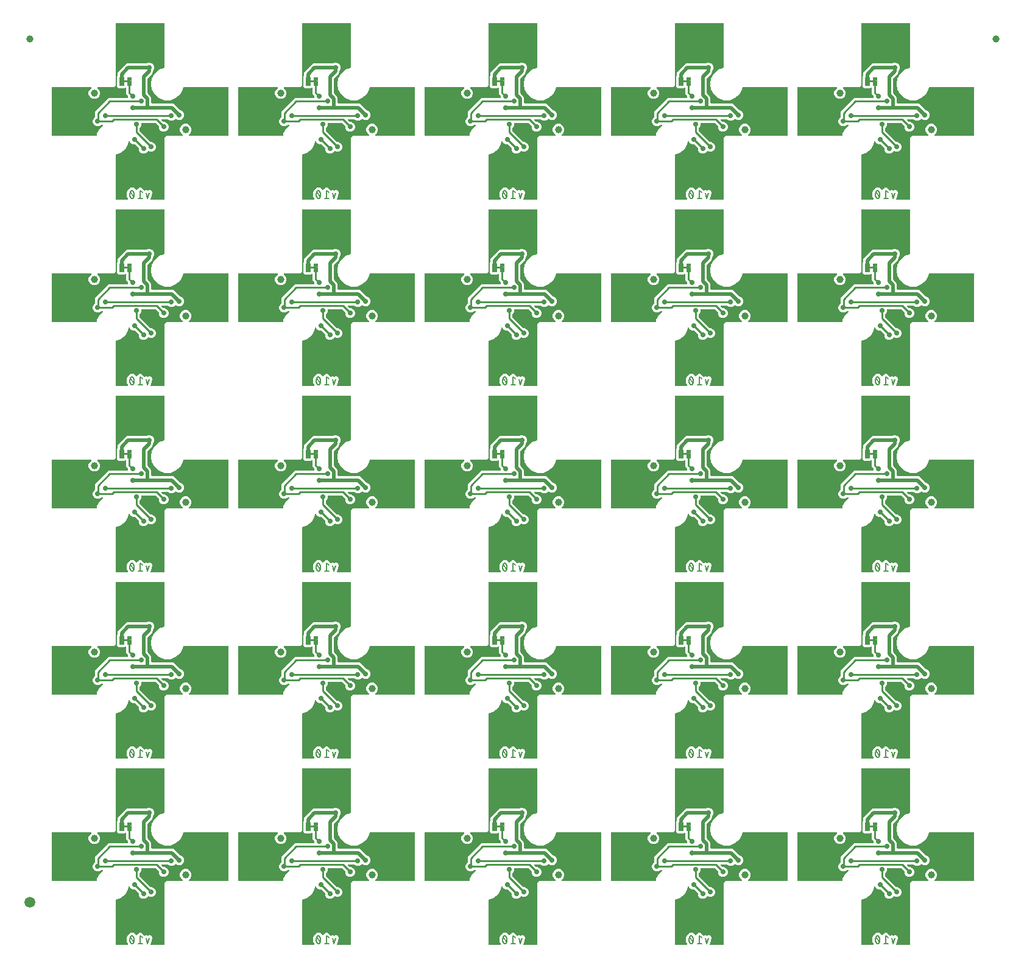
<source format=gbl>
G04 EAGLE Gerber RS-274X export*
G75*
%MOMM*%
%FSLAX34Y34*%
%LPD*%
%INBottom Copper*%
%IPPOS*%
%AMOC8*
5,1,8,0,0,1.08239X$1,22.5*%
G01*
%ADD10C,0.203200*%
%ADD11C,1.000000*%
%ADD12C,0.099059*%
%ADD13C,1.500000*%
%ADD14C,0.736600*%
%ADD15C,0.254000*%
%ADD16C,0.508000*%

G36*
X627521Y522236D02*
X627521Y522236D01*
X627604Y522238D01*
X627661Y522256D01*
X627720Y522265D01*
X627796Y522299D01*
X627875Y522324D01*
X627925Y522357D01*
X627979Y522381D01*
X628043Y522435D01*
X628112Y522481D01*
X628151Y522526D01*
X628196Y522564D01*
X628242Y522634D01*
X628296Y522697D01*
X628321Y522752D01*
X628354Y522801D01*
X628379Y522881D01*
X628413Y522957D01*
X628422Y523016D01*
X628439Y523072D01*
X628442Y523156D01*
X628453Y523238D01*
X628445Y523289D01*
X628447Y523356D01*
X628411Y523492D01*
X628399Y523569D01*
X628209Y524123D01*
X628176Y524186D01*
X628161Y524238D01*
X626998Y526623D01*
X626998Y532557D01*
X627657Y533908D01*
X627659Y533913D01*
X627662Y533918D01*
X627673Y533956D01*
X627745Y534178D01*
X627746Y534213D01*
X627753Y534241D01*
X627802Y534676D01*
X627952Y534796D01*
X628033Y534882D01*
X628118Y534964D01*
X628128Y534983D01*
X628147Y535002D01*
X628277Y535255D01*
X628277Y535257D01*
X628278Y535259D01*
X628757Y536658D01*
X632021Y538989D01*
X636032Y538989D01*
X639295Y536658D01*
X639399Y536355D01*
X639427Y536301D01*
X639445Y536243D01*
X639491Y536175D01*
X639528Y536102D01*
X639569Y536058D01*
X639603Y536007D01*
X639666Y535954D01*
X639722Y535894D01*
X639774Y535863D01*
X639821Y535824D01*
X639896Y535791D01*
X639966Y535749D01*
X640025Y535733D01*
X640080Y535709D01*
X640162Y535697D01*
X640241Y535676D01*
X640302Y535678D01*
X640362Y535669D01*
X640443Y535681D01*
X640525Y535683D01*
X640583Y535701D01*
X640643Y535710D01*
X640718Y535744D01*
X640796Y535768D01*
X640847Y535802D01*
X640902Y535827D01*
X640953Y535872D01*
X641033Y535925D01*
X641100Y536004D01*
X641152Y536051D01*
X641170Y536072D01*
X641185Y536099D01*
X641207Y536122D01*
X641217Y536141D01*
X641217Y536142D01*
X641220Y536148D01*
X641257Y536221D01*
X641314Y536317D01*
X641322Y536347D01*
X641336Y536375D01*
X641349Y536452D01*
X641385Y536592D01*
X641385Y536601D01*
X642383Y537599D01*
X642422Y537650D01*
X642458Y537683D01*
X643344Y538791D01*
X643404Y538810D01*
X643512Y538838D01*
X643539Y538854D01*
X643569Y538863D01*
X643633Y538909D01*
X643757Y538982D01*
X643763Y538989D01*
X645175Y538989D01*
X645238Y538998D01*
X645287Y538995D01*
X646697Y539152D01*
X646753Y539123D01*
X646849Y539066D01*
X646879Y539059D01*
X646907Y539044D01*
X646985Y539031D01*
X647124Y538995D01*
X647133Y538995D01*
X648132Y537997D01*
X648183Y537959D01*
X648215Y537922D01*
X651303Y535452D01*
X651348Y535425D01*
X651388Y535391D01*
X651470Y535353D01*
X651548Y535307D01*
X651599Y535294D01*
X651646Y535272D01*
X651736Y535258D01*
X651823Y535236D01*
X651876Y535237D01*
X651927Y535229D01*
X651999Y535240D01*
X652108Y535243D01*
X652194Y535271D01*
X652259Y535281D01*
X653685Y535757D01*
X655289Y534954D01*
X655305Y534949D01*
X655320Y534940D01*
X655440Y534904D01*
X655559Y534864D01*
X655576Y534863D01*
X655592Y534858D01*
X655718Y534857D01*
X655843Y534852D01*
X655859Y534856D01*
X655876Y534856D01*
X655944Y534877D01*
X656119Y534919D01*
X656161Y534943D01*
X656197Y534954D01*
X657802Y535757D01*
X660997Y534692D01*
X662503Y531680D01*
X660135Y524577D01*
X660132Y524562D01*
X660126Y524548D01*
X660116Y524481D01*
X660097Y524423D01*
X660096Y524362D01*
X660084Y524297D01*
X660085Y524282D01*
X660083Y524267D01*
X660092Y524211D01*
X660090Y524139D01*
X660106Y524079D01*
X660112Y524015D01*
X660129Y523971D01*
X660133Y523947D01*
X660007Y523694D01*
X660004Y523686D01*
X659999Y523679D01*
X659959Y523551D01*
X659917Y523424D01*
X659916Y523416D01*
X659914Y523408D01*
X659910Y523273D01*
X659905Y523140D01*
X659907Y523132D01*
X659906Y523124D01*
X659940Y522995D01*
X659972Y522864D01*
X659976Y522857D01*
X659978Y522849D01*
X660046Y522734D01*
X660113Y522617D01*
X660119Y522612D01*
X660123Y522604D01*
X660221Y522512D01*
X660317Y522419D01*
X660325Y522415D01*
X660331Y522410D01*
X660449Y522349D01*
X660568Y522286D01*
X660576Y522284D01*
X660584Y522280D01*
X660636Y522272D01*
X660846Y522227D01*
X660884Y522230D01*
X660915Y522225D01*
X678180Y522225D01*
X678238Y522233D01*
X678296Y522231D01*
X678378Y522253D01*
X678462Y522265D01*
X678515Y522288D01*
X678571Y522303D01*
X678644Y522346D01*
X678721Y522381D01*
X678766Y522419D01*
X678816Y522448D01*
X678874Y522510D01*
X678938Y522564D01*
X678970Y522613D01*
X679010Y522656D01*
X679049Y522731D01*
X679096Y522801D01*
X679113Y522857D01*
X679140Y522909D01*
X679151Y522977D01*
X679181Y523072D01*
X679184Y523172D01*
X679195Y523240D01*
X679195Y608744D01*
X681576Y611125D01*
X703462Y611125D01*
X703491Y611129D01*
X703520Y611126D01*
X703631Y611149D01*
X703743Y611165D01*
X703770Y611177D01*
X703799Y611182D01*
X703899Y611235D01*
X704003Y611281D01*
X704025Y611300D01*
X704051Y611313D01*
X704133Y611391D01*
X704220Y611464D01*
X704236Y611489D01*
X704257Y611509D01*
X704314Y611607D01*
X704377Y611701D01*
X704386Y611729D01*
X704401Y611754D01*
X704429Y611864D01*
X704463Y611972D01*
X704464Y612002D01*
X704471Y612030D01*
X704467Y612143D01*
X704470Y612256D01*
X704463Y612285D01*
X704462Y612314D01*
X704427Y612422D01*
X704398Y612531D01*
X704383Y612557D01*
X704374Y612585D01*
X704329Y612648D01*
X704253Y612776D01*
X704208Y612819D01*
X704180Y612858D01*
X701837Y615201D01*
X700611Y618159D01*
X700611Y621361D01*
X701837Y624319D01*
X704101Y626583D01*
X707059Y627809D01*
X710261Y627809D01*
X713219Y626583D01*
X715483Y624319D01*
X716709Y621361D01*
X716709Y618159D01*
X715483Y615201D01*
X713140Y612858D01*
X713123Y612834D01*
X713100Y612815D01*
X713038Y612721D01*
X712970Y612631D01*
X712959Y612603D01*
X712943Y612579D01*
X712909Y612471D01*
X712868Y612365D01*
X712866Y612336D01*
X712857Y612308D01*
X712854Y612194D01*
X712845Y612082D01*
X712851Y612053D01*
X712850Y612024D01*
X712878Y611914D01*
X712901Y611803D01*
X712914Y611777D01*
X712922Y611749D01*
X712979Y611651D01*
X713032Y611551D01*
X713052Y611529D01*
X713067Y611504D01*
X713149Y611427D01*
X713227Y611345D01*
X713253Y611330D01*
X713274Y611310D01*
X713375Y611258D01*
X713473Y611201D01*
X713501Y611194D01*
X713527Y611180D01*
X713605Y611167D01*
X713748Y611131D01*
X713811Y611133D01*
X713858Y611125D01*
X767080Y611125D01*
X767138Y611133D01*
X767196Y611131D01*
X767278Y611153D01*
X767362Y611165D01*
X767415Y611188D01*
X767471Y611203D01*
X767544Y611246D01*
X767621Y611281D01*
X767666Y611319D01*
X767716Y611348D01*
X767774Y611410D01*
X767838Y611464D01*
X767870Y611513D01*
X767910Y611556D01*
X767949Y611631D01*
X767996Y611701D01*
X768013Y611757D01*
X768040Y611809D01*
X768051Y611877D01*
X768081Y611972D01*
X768084Y612072D01*
X768095Y612140D01*
X768095Y678180D01*
X768087Y678238D01*
X768089Y678296D01*
X768067Y678378D01*
X768055Y678462D01*
X768032Y678515D01*
X768017Y678571D01*
X767974Y678644D01*
X767939Y678721D01*
X767901Y678766D01*
X767872Y678816D01*
X767810Y678874D01*
X767756Y678938D01*
X767707Y678970D01*
X767664Y679010D01*
X767589Y679049D01*
X767519Y679096D01*
X767463Y679113D01*
X767411Y679140D01*
X767343Y679151D01*
X767248Y679181D01*
X767148Y679184D01*
X767080Y679195D01*
X706351Y679195D01*
X706240Y679180D01*
X706128Y679171D01*
X706099Y679160D01*
X706069Y679155D01*
X705967Y679110D01*
X705862Y679070D01*
X705838Y679052D01*
X705810Y679039D01*
X705724Y678967D01*
X705634Y678900D01*
X705616Y678875D01*
X705593Y678856D01*
X705531Y678762D01*
X705463Y678673D01*
X705454Y678647D01*
X705435Y678619D01*
X705362Y678388D01*
X705351Y678356D01*
X704831Y675409D01*
X700845Y668505D01*
X694738Y663380D01*
X687246Y660653D01*
X679274Y660653D01*
X671782Y663380D01*
X665675Y668504D01*
X661689Y675409D01*
X660305Y683260D01*
X661689Y691111D01*
X665675Y698015D01*
X671782Y703140D01*
X678527Y705595D01*
X678548Y705606D01*
X678571Y705612D01*
X678673Y705673D01*
X678778Y705729D01*
X678795Y705745D01*
X678816Y705758D01*
X678897Y705844D01*
X678982Y705927D01*
X678994Y705947D01*
X679010Y705965D01*
X679064Y706071D01*
X679123Y706173D01*
X679129Y706197D01*
X679140Y706218D01*
X679152Y706293D01*
X679190Y706450D01*
X679188Y706506D01*
X679195Y706549D01*
X679195Y767080D01*
X679187Y767138D01*
X679189Y767196D01*
X679167Y767278D01*
X679155Y767362D01*
X679132Y767415D01*
X679117Y767471D01*
X679074Y767544D01*
X679039Y767621D01*
X679001Y767666D01*
X678972Y767716D01*
X678910Y767774D01*
X678856Y767838D01*
X678807Y767870D01*
X678764Y767910D01*
X678689Y767949D01*
X678619Y767996D01*
X678563Y768013D01*
X678511Y768040D01*
X678443Y768051D01*
X678348Y768081D01*
X678248Y768084D01*
X678180Y768095D01*
X612140Y768095D01*
X612082Y768087D01*
X612024Y768089D01*
X611942Y768067D01*
X611858Y768055D01*
X611805Y768032D01*
X611749Y768017D01*
X611676Y767974D01*
X611599Y767939D01*
X611554Y767901D01*
X611504Y767872D01*
X611446Y767810D01*
X611382Y767756D01*
X611350Y767707D01*
X611310Y767664D01*
X611271Y767589D01*
X611224Y767519D01*
X611207Y767463D01*
X611180Y767411D01*
X611169Y767343D01*
X611139Y767248D01*
X611136Y767148D01*
X611125Y767080D01*
X611125Y681576D01*
X608744Y679195D01*
X586858Y679195D01*
X586829Y679191D01*
X586800Y679194D01*
X586689Y679171D01*
X586577Y679155D01*
X586550Y679143D01*
X586521Y679138D01*
X586421Y679085D01*
X586317Y679039D01*
X586295Y679020D01*
X586269Y679007D01*
X586187Y678929D01*
X586100Y678856D01*
X586084Y678831D01*
X586063Y678811D01*
X586006Y678713D01*
X585943Y678619D01*
X585934Y678591D01*
X585919Y678566D01*
X585891Y678456D01*
X585857Y678348D01*
X585856Y678318D01*
X585849Y678290D01*
X585853Y678177D01*
X585850Y678064D01*
X585857Y678035D01*
X585858Y678006D01*
X585893Y677898D01*
X585922Y677789D01*
X585937Y677763D01*
X585946Y677735D01*
X585991Y677672D01*
X586067Y677544D01*
X586112Y677501D01*
X586140Y677462D01*
X588483Y675119D01*
X589709Y672161D01*
X589709Y668959D01*
X588483Y666001D01*
X586219Y663737D01*
X583261Y662511D01*
X580059Y662511D01*
X577101Y663737D01*
X574837Y666001D01*
X573611Y668959D01*
X573611Y672161D01*
X574837Y675119D01*
X577180Y677462D01*
X577197Y677486D01*
X577220Y677505D01*
X577282Y677599D01*
X577350Y677689D01*
X577361Y677717D01*
X577377Y677741D01*
X577411Y677849D01*
X577452Y677955D01*
X577454Y677984D01*
X577463Y678012D01*
X577466Y678126D01*
X577475Y678238D01*
X577469Y678267D01*
X577470Y678296D01*
X577442Y678406D01*
X577419Y678517D01*
X577406Y678543D01*
X577398Y678571D01*
X577341Y678669D01*
X577288Y678769D01*
X577268Y678791D01*
X577253Y678816D01*
X577171Y678893D01*
X577093Y678975D01*
X577067Y678990D01*
X577046Y679010D01*
X576945Y679062D01*
X576847Y679119D01*
X576819Y679126D01*
X576793Y679140D01*
X576715Y679153D01*
X576572Y679189D01*
X576509Y679187D01*
X576462Y679195D01*
X523240Y679195D01*
X523182Y679187D01*
X523124Y679189D01*
X523042Y679167D01*
X522958Y679155D01*
X522905Y679132D01*
X522849Y679117D01*
X522776Y679074D01*
X522699Y679039D01*
X522654Y679001D01*
X522604Y678972D01*
X522546Y678910D01*
X522482Y678856D01*
X522450Y678807D01*
X522410Y678764D01*
X522371Y678689D01*
X522324Y678619D01*
X522307Y678563D01*
X522280Y678511D01*
X522269Y678443D01*
X522239Y678348D01*
X522236Y678248D01*
X522225Y678180D01*
X522225Y612140D01*
X522233Y612082D01*
X522231Y612024D01*
X522253Y611942D01*
X522265Y611858D01*
X522288Y611805D01*
X522303Y611749D01*
X522346Y611676D01*
X522381Y611599D01*
X522419Y611554D01*
X522448Y611504D01*
X522510Y611446D01*
X522564Y611382D01*
X522613Y611350D01*
X522656Y611310D01*
X522731Y611271D01*
X522801Y611224D01*
X522857Y611207D01*
X522909Y611180D01*
X522977Y611169D01*
X523072Y611139D01*
X523172Y611136D01*
X523240Y611125D01*
X583969Y611125D01*
X584080Y611140D01*
X584192Y611149D01*
X584221Y611160D01*
X584251Y611165D01*
X584353Y611210D01*
X584458Y611250D01*
X584482Y611268D01*
X584510Y611281D01*
X584596Y611353D01*
X584686Y611420D01*
X584704Y611445D01*
X584727Y611464D01*
X584789Y611558D01*
X584857Y611647D01*
X584866Y611673D01*
X584885Y611701D01*
X584958Y611932D01*
X584969Y611964D01*
X585489Y614911D01*
X589475Y621815D01*
X593364Y625078D01*
X593413Y625133D01*
X593469Y625181D01*
X593507Y625238D01*
X593554Y625290D01*
X593586Y625356D01*
X593626Y625417D01*
X593647Y625483D01*
X593678Y625546D01*
X593690Y625618D01*
X593712Y625688D01*
X593714Y625757D01*
X593726Y625826D01*
X593718Y625899D01*
X593720Y625972D01*
X593702Y626039D01*
X593694Y626108D01*
X593666Y626176D01*
X593648Y626247D01*
X593612Y626307D01*
X593586Y626371D01*
X593540Y626429D01*
X593502Y626492D01*
X593452Y626539D01*
X593409Y626593D01*
X593349Y626636D01*
X593295Y626686D01*
X593233Y626718D01*
X593177Y626758D01*
X593108Y626782D01*
X593042Y626816D01*
X592984Y626826D01*
X592909Y626852D01*
X592786Y626859D01*
X592711Y626871D01*
X591981Y626871D01*
X591894Y626859D01*
X591807Y626856D01*
X591754Y626839D01*
X591699Y626831D01*
X591620Y626796D01*
X591536Y626769D01*
X591497Y626741D01*
X591440Y626715D01*
X591327Y626619D01*
X591263Y626574D01*
X590172Y625483D01*
X587698Y624458D01*
X585020Y624458D01*
X582546Y625483D01*
X580652Y627377D01*
X579627Y629851D01*
X579627Y632529D01*
X580652Y635003D01*
X582124Y636475D01*
X582176Y636545D01*
X582236Y636609D01*
X582262Y636658D01*
X582295Y636702D01*
X582326Y636784D01*
X582366Y636862D01*
X582374Y636909D01*
X582396Y636968D01*
X582408Y637116D01*
X582421Y637193D01*
X582421Y644409D01*
X585248Y647236D01*
X585249Y647236D01*
X601461Y663449D01*
X627253Y663449D01*
X627311Y663457D01*
X627369Y663455D01*
X627451Y663477D01*
X627535Y663489D01*
X627588Y663512D01*
X627644Y663527D01*
X627717Y663570D01*
X627794Y663605D01*
X627839Y663643D01*
X627889Y663672D01*
X627947Y663734D01*
X628011Y663788D01*
X628043Y663837D01*
X628083Y663880D01*
X628122Y663955D01*
X628169Y664025D01*
X628186Y664081D01*
X628213Y664133D01*
X628224Y664201D01*
X628254Y664296D01*
X628257Y664396D01*
X628268Y664464D01*
X628268Y666065D01*
X628256Y666151D01*
X628253Y666239D01*
X628236Y666291D01*
X628228Y666346D01*
X628193Y666426D01*
X628166Y666509D01*
X628138Y666548D01*
X628112Y666605D01*
X628016Y666719D01*
X627971Y666782D01*
X625728Y669025D01*
X625728Y677041D01*
X625724Y677070D01*
X625727Y677099D01*
X625704Y677210D01*
X625688Y677322D01*
X625676Y677349D01*
X625671Y677378D01*
X625618Y677478D01*
X625572Y677582D01*
X625553Y677604D01*
X625540Y677630D01*
X625462Y677712D01*
X625389Y677799D01*
X625364Y677815D01*
X625344Y677836D01*
X625246Y677894D01*
X625152Y677956D01*
X625124Y677965D01*
X625099Y677980D01*
X624989Y678008D01*
X624881Y678042D01*
X624852Y678043D01*
X624823Y678050D01*
X624710Y678046D01*
X624597Y678049D01*
X624568Y678042D01*
X624539Y678041D01*
X624431Y678006D01*
X624322Y677978D01*
X624296Y677963D01*
X624268Y677954D01*
X624204Y677908D01*
X624077Y677832D01*
X624034Y677787D01*
X623995Y677759D01*
X623908Y677671D01*
X615358Y677671D01*
X613282Y679747D01*
X613282Y694393D01*
X613747Y694857D01*
X613799Y694927D01*
X613859Y694991D01*
X613885Y695040D01*
X613918Y695085D01*
X613949Y695166D01*
X613989Y695244D01*
X613997Y695292D01*
X614019Y695350D01*
X614031Y695498D01*
X614044Y695575D01*
X614044Y698215D01*
X614895Y700269D01*
X625484Y710858D01*
X627538Y711709D01*
X653560Y711709D01*
X653590Y711713D01*
X653621Y711711D01*
X653698Y711728D01*
X653841Y711749D01*
X653900Y711775D01*
X653948Y711786D01*
X656521Y712852D01*
X659199Y712852D01*
X661673Y711827D01*
X663567Y709933D01*
X664592Y707459D01*
X664592Y704781D01*
X663526Y702208D01*
X663518Y702178D01*
X663504Y702151D01*
X663491Y702073D01*
X663455Y701933D01*
X663457Y701868D01*
X663449Y701820D01*
X663449Y699928D01*
X662598Y697874D01*
X656126Y691402D01*
X656074Y691333D01*
X656014Y691269D01*
X655988Y691219D01*
X655955Y691175D01*
X655924Y691094D01*
X655884Y691016D01*
X655876Y690968D01*
X655854Y690910D01*
X655842Y690762D01*
X655829Y690685D01*
X655829Y670755D01*
X655841Y670669D01*
X655844Y670581D01*
X655861Y670529D01*
X655869Y670474D01*
X655904Y670394D01*
X655931Y670311D01*
X655959Y670272D01*
X655985Y670215D01*
X656081Y670101D01*
X656126Y670038D01*
X660058Y666106D01*
X660909Y664052D01*
X660909Y656844D01*
X660917Y656786D01*
X660915Y656728D01*
X660937Y656646D01*
X660949Y656562D01*
X660972Y656509D01*
X660987Y656453D01*
X661030Y656380D01*
X661065Y656303D01*
X661103Y656258D01*
X661132Y656208D01*
X661194Y656150D01*
X661248Y656086D01*
X661297Y656054D01*
X661340Y656014D01*
X661415Y655975D01*
X661485Y655928D01*
X661541Y655911D01*
X661593Y655884D01*
X661661Y655873D01*
X661756Y655843D01*
X661856Y655840D01*
X661924Y655829D01*
X690722Y655829D01*
X692776Y654978D01*
X700681Y647073D01*
X700706Y647054D01*
X700726Y647031D01*
X700792Y646989D01*
X700908Y646902D01*
X700968Y646879D01*
X701010Y646853D01*
X703583Y645787D01*
X705477Y643893D01*
X706502Y641419D01*
X706502Y638741D01*
X705477Y636267D01*
X703583Y634373D01*
X701109Y633348D01*
X698431Y633348D01*
X695957Y634373D01*
X695408Y634922D01*
X695361Y634957D01*
X695321Y635000D01*
X695248Y635042D01*
X695181Y635093D01*
X695126Y635114D01*
X695076Y635143D01*
X694994Y635164D01*
X694915Y635194D01*
X694857Y635199D01*
X694800Y635213D01*
X694716Y635211D01*
X694632Y635218D01*
X694574Y635206D01*
X694516Y635204D01*
X694436Y635178D01*
X694353Y635162D01*
X694301Y635135D01*
X694245Y635117D01*
X694189Y635077D01*
X694101Y635031D01*
X694028Y634962D01*
X693972Y634922D01*
X692474Y633424D01*
X689999Y632399D01*
X687321Y632399D01*
X684847Y633424D01*
X684077Y634194D01*
X684007Y634246D01*
X683943Y634306D01*
X683894Y634332D01*
X683850Y634365D01*
X683768Y634396D01*
X683690Y634436D01*
X683642Y634444D01*
X683584Y634466D01*
X683436Y634478D01*
X683359Y634491D01*
X675817Y634491D01*
X675788Y634487D01*
X675759Y634490D01*
X675648Y634467D01*
X675536Y634451D01*
X675509Y634439D01*
X675480Y634434D01*
X675380Y634382D01*
X675276Y634335D01*
X675254Y634316D01*
X675228Y634303D01*
X675146Y634225D01*
X675059Y634152D01*
X675043Y634127D01*
X675022Y634107D01*
X674965Y634009D01*
X674902Y633915D01*
X674893Y633887D01*
X674878Y633862D01*
X674850Y633752D01*
X674816Y633644D01*
X674815Y633614D01*
X674808Y633586D01*
X674812Y633473D01*
X674809Y633360D01*
X674816Y633331D01*
X674817Y633302D01*
X674852Y633194D01*
X674881Y633085D01*
X674896Y633059D01*
X674905Y633031D01*
X674950Y632968D01*
X675026Y632840D01*
X675072Y632797D01*
X675099Y632758D01*
X677259Y630599D01*
X677328Y630547D01*
X677392Y630487D01*
X677442Y630461D01*
X677486Y630428D01*
X677567Y630397D01*
X677645Y630357D01*
X677693Y630349D01*
X677751Y630327D01*
X677899Y630315D01*
X677976Y630302D01*
X679519Y630302D01*
X681993Y629277D01*
X683887Y627383D01*
X684912Y624909D01*
X684912Y622231D01*
X683887Y619757D01*
X681993Y617863D01*
X679519Y616838D01*
X676841Y616838D01*
X674367Y617863D01*
X672473Y619757D01*
X671448Y622231D01*
X671448Y623774D01*
X671441Y623828D01*
X671442Y623866D01*
X671435Y623891D01*
X671433Y623948D01*
X671416Y624000D01*
X671408Y624055D01*
X671373Y624135D01*
X671346Y624218D01*
X671318Y624257D01*
X671292Y624315D01*
X671196Y624428D01*
X671151Y624492D01*
X666528Y629114D01*
X666459Y629166D01*
X666395Y629226D01*
X666345Y629252D01*
X666301Y629285D01*
X666220Y629316D01*
X666142Y629356D01*
X666094Y629364D01*
X666036Y629386D01*
X665888Y629398D01*
X665811Y629411D01*
X647827Y629411D01*
X647769Y629403D01*
X647711Y629405D01*
X647629Y629383D01*
X647545Y629371D01*
X647492Y629348D01*
X647436Y629333D01*
X647363Y629290D01*
X647286Y629255D01*
X647241Y629217D01*
X647191Y629188D01*
X647133Y629126D01*
X647069Y629072D01*
X647037Y629023D01*
X646997Y628980D01*
X646958Y628905D01*
X646911Y628835D01*
X646894Y628779D01*
X646867Y628727D01*
X646856Y628659D01*
X646826Y628564D01*
X646823Y628464D01*
X646812Y628396D01*
X646812Y626041D01*
X645787Y623567D01*
X644696Y622476D01*
X644644Y622406D01*
X644584Y622342D01*
X644558Y622293D01*
X644525Y622249D01*
X644494Y622167D01*
X644454Y622089D01*
X644446Y622042D01*
X644424Y621983D01*
X644417Y621901D01*
X644413Y621887D01*
X644411Y621833D01*
X644399Y621758D01*
X644399Y618159D01*
X644411Y618073D01*
X644414Y617985D01*
X644431Y617933D01*
X644439Y617878D01*
X644474Y617798D01*
X644501Y617715D01*
X644529Y617676D01*
X644555Y617619D01*
X644651Y617505D01*
X644696Y617442D01*
X659478Y602659D01*
X659548Y602607D01*
X659612Y602547D01*
X659661Y602521D01*
X659706Y602488D01*
X659787Y602457D01*
X659865Y602417D01*
X659913Y602409D01*
X659971Y602387D01*
X660119Y602375D01*
X660196Y602362D01*
X661739Y602362D01*
X664213Y601337D01*
X666107Y599443D01*
X667132Y596969D01*
X667132Y594291D01*
X666107Y591817D01*
X664213Y589923D01*
X661739Y588898D01*
X659061Y588898D01*
X657207Y589666D01*
X657150Y589681D01*
X657096Y589705D01*
X657013Y589716D01*
X656932Y589737D01*
X656873Y589735D01*
X656814Y589743D01*
X656731Y589731D01*
X656648Y589729D01*
X656591Y589711D01*
X656533Y589702D01*
X656457Y589668D01*
X656377Y589642D01*
X656328Y589609D01*
X656274Y589585D01*
X656210Y589531D01*
X656141Y589484D01*
X656103Y589439D01*
X656058Y589401D01*
X656036Y589366D01*
X654053Y587383D01*
X651579Y586358D01*
X648901Y586358D01*
X646427Y587383D01*
X644533Y589277D01*
X643508Y591751D01*
X643508Y593294D01*
X643500Y593351D01*
X643502Y593409D01*
X643494Y593437D01*
X643493Y593468D01*
X643476Y593520D01*
X643468Y593575D01*
X643444Y593630D01*
X643430Y593684D01*
X643416Y593707D01*
X643406Y593738D01*
X643378Y593777D01*
X643352Y593834D01*
X643312Y593882D01*
X643285Y593928D01*
X643242Y593968D01*
X643211Y594011D01*
X638147Y599075D01*
X638077Y599128D01*
X638013Y599188D01*
X637964Y599213D01*
X637920Y599246D01*
X637838Y599277D01*
X637760Y599317D01*
X637713Y599325D01*
X637654Y599348D01*
X637506Y599360D01*
X637429Y599373D01*
X635886Y599373D01*
X633412Y600398D01*
X631519Y602291D01*
X631207Y603042D01*
X631137Y603162D01*
X631066Y603283D01*
X631064Y603285D01*
X631063Y603287D01*
X630962Y603382D01*
X630861Y603479D01*
X630858Y603481D01*
X630856Y603482D01*
X630735Y603545D01*
X630609Y603611D01*
X630606Y603611D01*
X630604Y603613D01*
X630467Y603640D01*
X630330Y603667D01*
X630327Y603667D01*
X630325Y603668D01*
X630187Y603656D01*
X630047Y603644D01*
X630044Y603643D01*
X630041Y603643D01*
X629910Y603593D01*
X629781Y603544D01*
X629779Y603542D01*
X629776Y603541D01*
X629662Y603455D01*
X629553Y603373D01*
X629552Y603371D01*
X629549Y603370D01*
X629465Y603256D01*
X629382Y603147D01*
X629381Y603144D01*
X629379Y603142D01*
X629279Y602876D01*
X629277Y602850D01*
X629270Y602830D01*
X628631Y599209D01*
X624645Y592305D01*
X618538Y587180D01*
X611793Y584725D01*
X611772Y584714D01*
X611749Y584708D01*
X611647Y584647D01*
X611542Y584591D01*
X611525Y584575D01*
X611504Y584562D01*
X611423Y584476D01*
X611338Y584393D01*
X611326Y584373D01*
X611310Y584355D01*
X611256Y584249D01*
X611197Y584147D01*
X611191Y584123D01*
X611180Y584102D01*
X611168Y584027D01*
X611130Y583870D01*
X611132Y583814D01*
X611125Y583771D01*
X611125Y523240D01*
X611133Y523182D01*
X611131Y523124D01*
X611153Y523042D01*
X611165Y522958D01*
X611188Y522905D01*
X611203Y522849D01*
X611246Y522776D01*
X611281Y522699D01*
X611319Y522654D01*
X611348Y522604D01*
X611410Y522546D01*
X611464Y522482D01*
X611513Y522450D01*
X611556Y522410D01*
X611631Y522371D01*
X611701Y522324D01*
X611757Y522307D01*
X611809Y522280D01*
X611877Y522269D01*
X611972Y522239D01*
X612072Y522236D01*
X612140Y522225D01*
X627438Y522225D01*
X627521Y522236D01*
G37*
G36*
X368441Y1040396D02*
X368441Y1040396D01*
X368524Y1040398D01*
X368581Y1040416D01*
X368640Y1040425D01*
X368716Y1040459D01*
X368795Y1040484D01*
X368845Y1040517D01*
X368899Y1040541D01*
X368963Y1040595D01*
X369032Y1040641D01*
X369071Y1040686D01*
X369116Y1040724D01*
X369162Y1040794D01*
X369216Y1040857D01*
X369241Y1040912D01*
X369274Y1040961D01*
X369299Y1041041D01*
X369333Y1041117D01*
X369342Y1041176D01*
X369359Y1041232D01*
X369362Y1041316D01*
X369373Y1041398D01*
X369365Y1041449D01*
X369367Y1041516D01*
X369331Y1041652D01*
X369319Y1041729D01*
X369129Y1042283D01*
X369096Y1042346D01*
X369081Y1042398D01*
X367918Y1044783D01*
X367918Y1050717D01*
X368577Y1052068D01*
X368579Y1052073D01*
X368582Y1052078D01*
X368593Y1052117D01*
X368665Y1052338D01*
X368666Y1052373D01*
X368673Y1052401D01*
X368722Y1052836D01*
X368872Y1052956D01*
X368953Y1053042D01*
X369038Y1053124D01*
X369048Y1053143D01*
X369067Y1053162D01*
X369197Y1053415D01*
X369197Y1053417D01*
X369198Y1053419D01*
X369677Y1054818D01*
X372941Y1057149D01*
X376952Y1057149D01*
X380215Y1054818D01*
X380319Y1054515D01*
X380347Y1054461D01*
X380365Y1054403D01*
X380411Y1054335D01*
X380448Y1054262D01*
X380489Y1054218D01*
X380523Y1054167D01*
X380586Y1054114D01*
X380642Y1054054D01*
X380694Y1054023D01*
X380741Y1053984D01*
X380816Y1053951D01*
X380886Y1053909D01*
X380945Y1053893D01*
X381000Y1053869D01*
X381082Y1053857D01*
X381161Y1053836D01*
X381222Y1053838D01*
X381282Y1053829D01*
X381363Y1053841D01*
X381445Y1053843D01*
X381503Y1053861D01*
X381563Y1053870D01*
X381638Y1053904D01*
X381716Y1053928D01*
X381767Y1053962D01*
X381822Y1053987D01*
X381873Y1054032D01*
X381953Y1054085D01*
X382020Y1054164D01*
X382072Y1054211D01*
X382090Y1054232D01*
X382105Y1054259D01*
X382127Y1054282D01*
X382137Y1054301D01*
X382137Y1054302D01*
X382140Y1054308D01*
X382177Y1054381D01*
X382234Y1054477D01*
X382242Y1054507D01*
X382256Y1054535D01*
X382269Y1054612D01*
X382305Y1054752D01*
X382305Y1054761D01*
X383303Y1055759D01*
X383342Y1055810D01*
X383378Y1055843D01*
X384264Y1056951D01*
X384324Y1056970D01*
X384432Y1056998D01*
X384459Y1057014D01*
X384489Y1057023D01*
X384553Y1057069D01*
X384677Y1057142D01*
X384683Y1057149D01*
X386095Y1057149D01*
X386158Y1057158D01*
X386207Y1057155D01*
X387617Y1057312D01*
X387673Y1057283D01*
X387769Y1057226D01*
X387799Y1057219D01*
X387827Y1057204D01*
X387905Y1057191D01*
X388044Y1057155D01*
X388053Y1057155D01*
X389052Y1056157D01*
X389103Y1056119D01*
X389135Y1056082D01*
X392224Y1053612D01*
X392268Y1053585D01*
X392308Y1053551D01*
X392390Y1053513D01*
X392468Y1053467D01*
X392519Y1053454D01*
X392566Y1053432D01*
X392656Y1053418D01*
X392743Y1053396D01*
X392796Y1053397D01*
X392847Y1053389D01*
X392919Y1053401D01*
X393028Y1053404D01*
X393114Y1053431D01*
X393179Y1053441D01*
X394605Y1053917D01*
X396209Y1053114D01*
X396225Y1053109D01*
X396240Y1053100D01*
X396360Y1053064D01*
X396479Y1053024D01*
X396496Y1053023D01*
X396512Y1053018D01*
X396638Y1053017D01*
X396763Y1053012D01*
X396779Y1053016D01*
X396796Y1053016D01*
X396865Y1053037D01*
X397039Y1053079D01*
X397081Y1053103D01*
X397117Y1053114D01*
X398722Y1053917D01*
X401917Y1052852D01*
X403423Y1049840D01*
X401055Y1042737D01*
X401052Y1042722D01*
X401046Y1042708D01*
X401036Y1042641D01*
X401017Y1042583D01*
X401016Y1042522D01*
X401004Y1042457D01*
X401005Y1042442D01*
X401003Y1042427D01*
X401012Y1042371D01*
X401010Y1042299D01*
X401026Y1042239D01*
X401032Y1042175D01*
X401049Y1042131D01*
X401053Y1042107D01*
X400927Y1041854D01*
X400924Y1041846D01*
X400919Y1041839D01*
X400879Y1041711D01*
X400837Y1041584D01*
X400836Y1041576D01*
X400834Y1041568D01*
X400830Y1041433D01*
X400825Y1041300D01*
X400827Y1041292D01*
X400826Y1041284D01*
X400860Y1041155D01*
X400892Y1041024D01*
X400896Y1041017D01*
X400898Y1041009D01*
X400966Y1040894D01*
X401033Y1040777D01*
X401039Y1040772D01*
X401043Y1040764D01*
X401141Y1040672D01*
X401237Y1040579D01*
X401245Y1040575D01*
X401251Y1040570D01*
X401369Y1040509D01*
X401488Y1040446D01*
X401496Y1040444D01*
X401504Y1040440D01*
X401556Y1040432D01*
X401766Y1040387D01*
X401804Y1040390D01*
X401835Y1040385D01*
X419100Y1040385D01*
X419158Y1040393D01*
X419216Y1040391D01*
X419298Y1040413D01*
X419382Y1040425D01*
X419435Y1040448D01*
X419491Y1040463D01*
X419564Y1040506D01*
X419641Y1040541D01*
X419686Y1040579D01*
X419736Y1040608D01*
X419794Y1040670D01*
X419858Y1040724D01*
X419890Y1040773D01*
X419930Y1040816D01*
X419969Y1040891D01*
X420016Y1040961D01*
X420033Y1041017D01*
X420060Y1041069D01*
X420071Y1041137D01*
X420101Y1041232D01*
X420104Y1041332D01*
X420115Y1041400D01*
X420115Y1126904D01*
X422496Y1129285D01*
X444382Y1129285D01*
X444411Y1129289D01*
X444440Y1129286D01*
X444551Y1129309D01*
X444663Y1129325D01*
X444690Y1129337D01*
X444719Y1129342D01*
X444819Y1129395D01*
X444923Y1129441D01*
X444945Y1129460D01*
X444971Y1129473D01*
X445053Y1129551D01*
X445140Y1129624D01*
X445156Y1129649D01*
X445177Y1129669D01*
X445234Y1129767D01*
X445297Y1129861D01*
X445306Y1129889D01*
X445321Y1129914D01*
X445349Y1130024D01*
X445383Y1130132D01*
X445384Y1130162D01*
X445391Y1130190D01*
X445387Y1130303D01*
X445390Y1130416D01*
X445383Y1130445D01*
X445382Y1130474D01*
X445347Y1130582D01*
X445318Y1130691D01*
X445303Y1130717D01*
X445294Y1130745D01*
X445249Y1130808D01*
X445173Y1130936D01*
X445128Y1130979D01*
X445100Y1131018D01*
X442757Y1133361D01*
X441531Y1136319D01*
X441531Y1139521D01*
X442757Y1142479D01*
X445021Y1144743D01*
X447979Y1145969D01*
X451181Y1145969D01*
X454139Y1144743D01*
X456403Y1142479D01*
X457629Y1139521D01*
X457629Y1136319D01*
X456403Y1133361D01*
X454060Y1131018D01*
X454043Y1130994D01*
X454020Y1130975D01*
X453958Y1130881D01*
X453890Y1130791D01*
X453879Y1130763D01*
X453863Y1130739D01*
X453829Y1130631D01*
X453788Y1130525D01*
X453786Y1130496D01*
X453777Y1130468D01*
X453774Y1130354D01*
X453765Y1130242D01*
X453771Y1130213D01*
X453770Y1130184D01*
X453798Y1130074D01*
X453821Y1129963D01*
X453834Y1129937D01*
X453842Y1129909D01*
X453899Y1129811D01*
X453952Y1129711D01*
X453972Y1129689D01*
X453987Y1129664D01*
X454069Y1129587D01*
X454147Y1129505D01*
X454173Y1129490D01*
X454194Y1129470D01*
X454295Y1129418D01*
X454393Y1129361D01*
X454421Y1129354D01*
X454447Y1129340D01*
X454525Y1129327D01*
X454668Y1129291D01*
X454731Y1129293D01*
X454778Y1129285D01*
X508000Y1129285D01*
X508058Y1129293D01*
X508116Y1129291D01*
X508198Y1129313D01*
X508282Y1129325D01*
X508335Y1129348D01*
X508391Y1129363D01*
X508464Y1129406D01*
X508541Y1129441D01*
X508586Y1129479D01*
X508636Y1129508D01*
X508694Y1129570D01*
X508758Y1129624D01*
X508790Y1129673D01*
X508830Y1129716D01*
X508869Y1129791D01*
X508916Y1129861D01*
X508933Y1129917D01*
X508960Y1129969D01*
X508971Y1130037D01*
X509001Y1130132D01*
X509004Y1130232D01*
X509015Y1130300D01*
X509015Y1196340D01*
X509007Y1196398D01*
X509009Y1196456D01*
X508987Y1196538D01*
X508975Y1196622D01*
X508952Y1196675D01*
X508937Y1196731D01*
X508894Y1196804D01*
X508859Y1196881D01*
X508821Y1196926D01*
X508792Y1196976D01*
X508730Y1197034D01*
X508676Y1197098D01*
X508627Y1197130D01*
X508584Y1197170D01*
X508509Y1197209D01*
X508439Y1197256D01*
X508383Y1197273D01*
X508331Y1197300D01*
X508263Y1197311D01*
X508168Y1197341D01*
X508068Y1197344D01*
X508000Y1197355D01*
X447271Y1197355D01*
X447160Y1197340D01*
X447048Y1197331D01*
X447019Y1197320D01*
X446989Y1197315D01*
X446887Y1197270D01*
X446782Y1197230D01*
X446758Y1197212D01*
X446730Y1197199D01*
X446644Y1197127D01*
X446554Y1197060D01*
X446536Y1197035D01*
X446513Y1197016D01*
X446451Y1196922D01*
X446383Y1196833D01*
X446374Y1196807D01*
X446355Y1196779D01*
X446282Y1196548D01*
X446271Y1196516D01*
X445751Y1193569D01*
X441765Y1186665D01*
X435658Y1181540D01*
X428166Y1178813D01*
X420194Y1178813D01*
X412702Y1181540D01*
X406595Y1186664D01*
X402609Y1193569D01*
X401225Y1201420D01*
X402609Y1209271D01*
X406595Y1216175D01*
X412702Y1221300D01*
X419447Y1223755D01*
X419468Y1223766D01*
X419491Y1223772D01*
X419593Y1223833D01*
X419698Y1223889D01*
X419715Y1223905D01*
X419736Y1223918D01*
X419817Y1224004D01*
X419902Y1224087D01*
X419914Y1224107D01*
X419930Y1224125D01*
X419984Y1224231D01*
X420043Y1224333D01*
X420049Y1224357D01*
X420060Y1224378D01*
X420072Y1224453D01*
X420110Y1224610D01*
X420108Y1224666D01*
X420115Y1224709D01*
X420115Y1285240D01*
X420107Y1285298D01*
X420109Y1285356D01*
X420087Y1285438D01*
X420075Y1285522D01*
X420052Y1285575D01*
X420037Y1285631D01*
X419994Y1285704D01*
X419959Y1285781D01*
X419921Y1285826D01*
X419892Y1285876D01*
X419830Y1285934D01*
X419776Y1285998D01*
X419727Y1286030D01*
X419684Y1286070D01*
X419609Y1286109D01*
X419539Y1286156D01*
X419483Y1286173D01*
X419431Y1286200D01*
X419363Y1286211D01*
X419268Y1286241D01*
X419168Y1286244D01*
X419100Y1286255D01*
X353060Y1286255D01*
X353002Y1286247D01*
X352944Y1286249D01*
X352862Y1286227D01*
X352778Y1286215D01*
X352725Y1286192D01*
X352669Y1286177D01*
X352596Y1286134D01*
X352519Y1286099D01*
X352474Y1286061D01*
X352424Y1286032D01*
X352366Y1285970D01*
X352302Y1285916D01*
X352270Y1285867D01*
X352230Y1285824D01*
X352191Y1285749D01*
X352144Y1285679D01*
X352127Y1285623D01*
X352100Y1285571D01*
X352089Y1285503D01*
X352059Y1285408D01*
X352056Y1285308D01*
X352045Y1285240D01*
X352045Y1199736D01*
X349664Y1197355D01*
X327778Y1197355D01*
X327749Y1197351D01*
X327720Y1197354D01*
X327609Y1197331D01*
X327497Y1197315D01*
X327470Y1197303D01*
X327441Y1197298D01*
X327341Y1197245D01*
X327237Y1197199D01*
X327215Y1197180D01*
X327189Y1197167D01*
X327107Y1197089D01*
X327020Y1197016D01*
X327004Y1196991D01*
X326983Y1196971D01*
X326926Y1196873D01*
X326863Y1196779D01*
X326854Y1196751D01*
X326839Y1196726D01*
X326811Y1196616D01*
X326777Y1196508D01*
X326776Y1196478D01*
X326769Y1196450D01*
X326773Y1196337D01*
X326770Y1196224D01*
X326777Y1196195D01*
X326778Y1196166D01*
X326813Y1196058D01*
X326842Y1195949D01*
X326857Y1195923D01*
X326866Y1195895D01*
X326911Y1195832D01*
X326987Y1195704D01*
X327032Y1195661D01*
X327060Y1195622D01*
X329403Y1193279D01*
X330629Y1190321D01*
X330629Y1187119D01*
X329403Y1184161D01*
X327139Y1181897D01*
X324181Y1180671D01*
X320979Y1180671D01*
X318021Y1181897D01*
X315757Y1184161D01*
X314531Y1187119D01*
X314531Y1190321D01*
X315757Y1193279D01*
X318100Y1195622D01*
X318117Y1195646D01*
X318140Y1195665D01*
X318202Y1195759D01*
X318270Y1195849D01*
X318281Y1195877D01*
X318297Y1195901D01*
X318331Y1196009D01*
X318372Y1196115D01*
X318374Y1196144D01*
X318383Y1196172D01*
X318386Y1196286D01*
X318395Y1196398D01*
X318389Y1196427D01*
X318390Y1196456D01*
X318362Y1196566D01*
X318339Y1196677D01*
X318326Y1196703D01*
X318318Y1196731D01*
X318261Y1196829D01*
X318208Y1196929D01*
X318188Y1196951D01*
X318173Y1196976D01*
X318091Y1197053D01*
X318013Y1197135D01*
X317987Y1197150D01*
X317966Y1197170D01*
X317865Y1197222D01*
X317767Y1197279D01*
X317739Y1197286D01*
X317713Y1197300D01*
X317635Y1197313D01*
X317492Y1197349D01*
X317429Y1197347D01*
X317382Y1197355D01*
X264160Y1197355D01*
X264102Y1197347D01*
X264044Y1197349D01*
X263962Y1197327D01*
X263878Y1197315D01*
X263825Y1197292D01*
X263769Y1197277D01*
X263696Y1197234D01*
X263619Y1197199D01*
X263574Y1197161D01*
X263524Y1197132D01*
X263466Y1197070D01*
X263402Y1197016D01*
X263370Y1196967D01*
X263330Y1196924D01*
X263291Y1196849D01*
X263244Y1196779D01*
X263227Y1196723D01*
X263200Y1196671D01*
X263189Y1196603D01*
X263159Y1196508D01*
X263156Y1196408D01*
X263145Y1196340D01*
X263145Y1130300D01*
X263153Y1130242D01*
X263151Y1130184D01*
X263173Y1130102D01*
X263185Y1130018D01*
X263208Y1129965D01*
X263223Y1129909D01*
X263266Y1129836D01*
X263301Y1129759D01*
X263339Y1129714D01*
X263368Y1129664D01*
X263430Y1129606D01*
X263484Y1129542D01*
X263533Y1129510D01*
X263576Y1129470D01*
X263651Y1129431D01*
X263721Y1129384D01*
X263777Y1129367D01*
X263829Y1129340D01*
X263897Y1129329D01*
X263992Y1129299D01*
X264092Y1129296D01*
X264160Y1129285D01*
X324889Y1129285D01*
X325000Y1129300D01*
X325112Y1129309D01*
X325141Y1129320D01*
X325171Y1129325D01*
X325273Y1129370D01*
X325378Y1129410D01*
X325402Y1129428D01*
X325430Y1129441D01*
X325516Y1129513D01*
X325606Y1129580D01*
X325624Y1129605D01*
X325647Y1129624D01*
X325709Y1129718D01*
X325777Y1129807D01*
X325786Y1129833D01*
X325805Y1129861D01*
X325878Y1130092D01*
X325889Y1130124D01*
X326409Y1133071D01*
X330395Y1139975D01*
X334284Y1143238D01*
X334333Y1143293D01*
X334389Y1143341D01*
X334427Y1143398D01*
X334474Y1143450D01*
X334506Y1143516D01*
X334546Y1143577D01*
X334567Y1143643D01*
X334598Y1143706D01*
X334610Y1143778D01*
X334632Y1143848D01*
X334634Y1143917D01*
X334646Y1143986D01*
X334638Y1144059D01*
X334640Y1144132D01*
X334622Y1144199D01*
X334614Y1144268D01*
X334586Y1144336D01*
X334568Y1144407D01*
X334532Y1144467D01*
X334506Y1144531D01*
X334460Y1144589D01*
X334422Y1144652D01*
X334372Y1144699D01*
X334329Y1144753D01*
X334269Y1144796D01*
X334215Y1144846D01*
X334153Y1144878D01*
X334097Y1144918D01*
X334028Y1144942D01*
X333962Y1144976D01*
X333904Y1144986D01*
X333829Y1145012D01*
X333706Y1145019D01*
X333631Y1145031D01*
X332901Y1145031D01*
X332814Y1145019D01*
X332727Y1145016D01*
X332674Y1144999D01*
X332619Y1144991D01*
X332540Y1144956D01*
X332456Y1144929D01*
X332417Y1144901D01*
X332360Y1144875D01*
X332247Y1144779D01*
X332183Y1144734D01*
X331092Y1143643D01*
X328618Y1142618D01*
X325940Y1142618D01*
X323466Y1143643D01*
X321572Y1145537D01*
X320547Y1148011D01*
X320547Y1150689D01*
X321572Y1153163D01*
X323044Y1154635D01*
X323096Y1154705D01*
X323156Y1154769D01*
X323182Y1154818D01*
X323215Y1154862D01*
X323246Y1154944D01*
X323286Y1155022D01*
X323294Y1155069D01*
X323316Y1155128D01*
X323328Y1155276D01*
X323341Y1155353D01*
X323341Y1162569D01*
X326168Y1165396D01*
X326169Y1165396D01*
X342381Y1181609D01*
X368173Y1181609D01*
X368231Y1181617D01*
X368289Y1181615D01*
X368371Y1181637D01*
X368455Y1181649D01*
X368508Y1181672D01*
X368564Y1181687D01*
X368637Y1181730D01*
X368714Y1181765D01*
X368759Y1181803D01*
X368809Y1181832D01*
X368867Y1181894D01*
X368931Y1181948D01*
X368963Y1181997D01*
X369003Y1182040D01*
X369042Y1182115D01*
X369089Y1182185D01*
X369106Y1182241D01*
X369133Y1182293D01*
X369144Y1182361D01*
X369174Y1182456D01*
X369177Y1182556D01*
X369188Y1182624D01*
X369188Y1184225D01*
X369176Y1184311D01*
X369173Y1184399D01*
X369156Y1184451D01*
X369148Y1184506D01*
X369113Y1184586D01*
X369086Y1184669D01*
X369058Y1184708D01*
X369032Y1184765D01*
X368936Y1184879D01*
X368891Y1184942D01*
X366648Y1187185D01*
X366648Y1195201D01*
X366644Y1195230D01*
X366647Y1195259D01*
X366624Y1195370D01*
X366608Y1195482D01*
X366596Y1195509D01*
X366591Y1195538D01*
X366538Y1195638D01*
X366492Y1195742D01*
X366473Y1195764D01*
X366460Y1195790D01*
X366382Y1195872D01*
X366309Y1195959D01*
X366284Y1195975D01*
X366264Y1195996D01*
X366166Y1196054D01*
X366072Y1196116D01*
X366044Y1196125D01*
X366019Y1196140D01*
X365909Y1196168D01*
X365801Y1196202D01*
X365772Y1196203D01*
X365743Y1196210D01*
X365630Y1196206D01*
X365517Y1196209D01*
X365488Y1196202D01*
X365459Y1196201D01*
X365351Y1196166D01*
X365242Y1196138D01*
X365216Y1196123D01*
X365188Y1196114D01*
X365124Y1196068D01*
X364997Y1195992D01*
X364954Y1195947D01*
X364915Y1195919D01*
X364828Y1195831D01*
X356278Y1195831D01*
X354202Y1197907D01*
X354202Y1212553D01*
X354667Y1213017D01*
X354719Y1213087D01*
X354779Y1213151D01*
X354805Y1213200D01*
X354838Y1213244D01*
X354869Y1213326D01*
X354909Y1213404D01*
X354917Y1213452D01*
X354939Y1213510D01*
X354951Y1213658D01*
X354964Y1213735D01*
X354964Y1216375D01*
X355815Y1218429D01*
X366404Y1229018D01*
X368458Y1229869D01*
X394480Y1229869D01*
X394510Y1229873D01*
X394541Y1229871D01*
X394618Y1229888D01*
X394761Y1229909D01*
X394820Y1229935D01*
X394868Y1229946D01*
X397441Y1231012D01*
X400119Y1231012D01*
X402593Y1229987D01*
X404487Y1228093D01*
X405512Y1225619D01*
X405512Y1222941D01*
X404446Y1220368D01*
X404438Y1220338D01*
X404424Y1220311D01*
X404411Y1220233D01*
X404375Y1220093D01*
X404377Y1220028D01*
X404369Y1219980D01*
X404369Y1218088D01*
X403518Y1216034D01*
X397046Y1209562D01*
X396994Y1209493D01*
X396934Y1209429D01*
X396908Y1209379D01*
X396875Y1209335D01*
X396844Y1209254D01*
X396804Y1209176D01*
X396796Y1209128D01*
X396774Y1209070D01*
X396762Y1208922D01*
X396749Y1208845D01*
X396749Y1188915D01*
X396761Y1188829D01*
X396764Y1188741D01*
X396781Y1188689D01*
X396789Y1188634D01*
X396824Y1188554D01*
X396851Y1188471D01*
X396879Y1188432D01*
X396905Y1188375D01*
X397001Y1188261D01*
X397046Y1188198D01*
X400978Y1184266D01*
X401829Y1182212D01*
X401829Y1175004D01*
X401837Y1174946D01*
X401835Y1174888D01*
X401857Y1174806D01*
X401869Y1174722D01*
X401892Y1174669D01*
X401907Y1174613D01*
X401950Y1174540D01*
X401985Y1174463D01*
X402023Y1174418D01*
X402052Y1174368D01*
X402114Y1174310D01*
X402168Y1174246D01*
X402217Y1174214D01*
X402260Y1174174D01*
X402335Y1174135D01*
X402405Y1174088D01*
X402461Y1174071D01*
X402513Y1174044D01*
X402581Y1174033D01*
X402676Y1174003D01*
X402776Y1174000D01*
X402844Y1173989D01*
X431642Y1173989D01*
X433696Y1173138D01*
X441601Y1165233D01*
X441626Y1165214D01*
X441646Y1165191D01*
X441712Y1165149D01*
X441828Y1165062D01*
X441888Y1165039D01*
X441930Y1165013D01*
X444503Y1163947D01*
X446397Y1162053D01*
X447422Y1159579D01*
X447422Y1156901D01*
X446397Y1154427D01*
X444503Y1152533D01*
X442029Y1151508D01*
X439351Y1151508D01*
X436877Y1152533D01*
X436328Y1153082D01*
X436281Y1153117D01*
X436241Y1153160D01*
X436168Y1153202D01*
X436101Y1153253D01*
X436046Y1153274D01*
X435996Y1153303D01*
X435914Y1153324D01*
X435835Y1153354D01*
X435777Y1153359D01*
X435720Y1153373D01*
X435636Y1153371D01*
X435552Y1153378D01*
X435494Y1153366D01*
X435436Y1153364D01*
X435356Y1153338D01*
X435273Y1153322D01*
X435221Y1153295D01*
X435165Y1153277D01*
X435109Y1153237D01*
X435021Y1153191D01*
X434948Y1153122D01*
X434892Y1153082D01*
X433394Y1151584D01*
X430919Y1150559D01*
X428241Y1150559D01*
X425767Y1151584D01*
X424997Y1152354D01*
X424927Y1152406D01*
X424863Y1152466D01*
X424814Y1152492D01*
X424770Y1152525D01*
X424688Y1152556D01*
X424610Y1152596D01*
X424562Y1152604D01*
X424504Y1152626D01*
X424356Y1152638D01*
X424279Y1152651D01*
X416737Y1152651D01*
X416708Y1152647D01*
X416679Y1152650D01*
X416568Y1152627D01*
X416456Y1152611D01*
X416429Y1152599D01*
X416400Y1152594D01*
X416300Y1152542D01*
X416196Y1152495D01*
X416174Y1152476D01*
X416148Y1152463D01*
X416066Y1152385D01*
X415979Y1152312D01*
X415963Y1152287D01*
X415942Y1152267D01*
X415885Y1152169D01*
X415822Y1152075D01*
X415813Y1152047D01*
X415798Y1152022D01*
X415770Y1151912D01*
X415736Y1151804D01*
X415735Y1151774D01*
X415728Y1151746D01*
X415732Y1151633D01*
X415729Y1151520D01*
X415736Y1151491D01*
X415737Y1151462D01*
X415772Y1151354D01*
X415801Y1151245D01*
X415816Y1151219D01*
X415825Y1151191D01*
X415870Y1151128D01*
X415946Y1151000D01*
X415992Y1150957D01*
X416019Y1150918D01*
X418179Y1148759D01*
X418248Y1148707D01*
X418312Y1148647D01*
X418362Y1148621D01*
X418406Y1148588D01*
X418487Y1148557D01*
X418565Y1148517D01*
X418613Y1148509D01*
X418671Y1148487D01*
X418819Y1148475D01*
X418896Y1148462D01*
X420439Y1148462D01*
X422913Y1147437D01*
X424807Y1145543D01*
X425832Y1143069D01*
X425832Y1140391D01*
X424807Y1137917D01*
X422913Y1136023D01*
X420439Y1134998D01*
X417761Y1134998D01*
X415287Y1136023D01*
X413393Y1137917D01*
X412368Y1140391D01*
X412368Y1141934D01*
X412361Y1141988D01*
X412362Y1142026D01*
X412355Y1142051D01*
X412353Y1142108D01*
X412336Y1142160D01*
X412328Y1142215D01*
X412293Y1142295D01*
X412266Y1142378D01*
X412238Y1142417D01*
X412212Y1142475D01*
X412116Y1142588D01*
X412071Y1142652D01*
X407448Y1147274D01*
X407379Y1147326D01*
X407315Y1147386D01*
X407265Y1147412D01*
X407221Y1147445D01*
X407140Y1147476D01*
X407062Y1147516D01*
X407014Y1147524D01*
X406956Y1147546D01*
X406808Y1147558D01*
X406731Y1147571D01*
X388747Y1147571D01*
X388689Y1147563D01*
X388631Y1147565D01*
X388549Y1147543D01*
X388465Y1147531D01*
X388412Y1147508D01*
X388356Y1147493D01*
X388283Y1147450D01*
X388206Y1147415D01*
X388161Y1147377D01*
X388111Y1147348D01*
X388053Y1147286D01*
X387989Y1147232D01*
X387957Y1147183D01*
X387917Y1147140D01*
X387878Y1147065D01*
X387831Y1146995D01*
X387814Y1146939D01*
X387787Y1146887D01*
X387776Y1146819D01*
X387746Y1146724D01*
X387743Y1146624D01*
X387732Y1146556D01*
X387732Y1144201D01*
X386707Y1141727D01*
X385616Y1140636D01*
X385564Y1140566D01*
X385504Y1140502D01*
X385478Y1140453D01*
X385445Y1140409D01*
X385414Y1140327D01*
X385374Y1140249D01*
X385366Y1140202D01*
X385344Y1140143D01*
X385337Y1140061D01*
X385333Y1140047D01*
X385331Y1139993D01*
X385319Y1139918D01*
X385319Y1136319D01*
X385331Y1136233D01*
X385334Y1136145D01*
X385351Y1136093D01*
X385359Y1136038D01*
X385394Y1135958D01*
X385421Y1135875D01*
X385449Y1135836D01*
X385475Y1135779D01*
X385571Y1135665D01*
X385616Y1135602D01*
X400398Y1120819D01*
X400468Y1120767D01*
X400532Y1120707D01*
X400581Y1120681D01*
X400626Y1120648D01*
X400707Y1120617D01*
X400785Y1120577D01*
X400833Y1120569D01*
X400891Y1120547D01*
X401039Y1120535D01*
X401116Y1120522D01*
X402659Y1120522D01*
X405133Y1119497D01*
X407027Y1117603D01*
X408052Y1115129D01*
X408052Y1112451D01*
X407027Y1109977D01*
X405133Y1108083D01*
X402659Y1107058D01*
X399981Y1107058D01*
X398127Y1107826D01*
X398070Y1107841D01*
X398016Y1107865D01*
X397933Y1107876D01*
X397852Y1107897D01*
X397793Y1107895D01*
X397734Y1107903D01*
X397651Y1107891D01*
X397568Y1107889D01*
X397511Y1107871D01*
X397453Y1107862D01*
X397377Y1107828D01*
X397297Y1107802D01*
X397248Y1107769D01*
X397194Y1107745D01*
X397130Y1107691D01*
X397061Y1107644D01*
X397023Y1107599D01*
X396978Y1107561D01*
X396956Y1107526D01*
X394973Y1105543D01*
X392499Y1104518D01*
X389821Y1104518D01*
X387347Y1105543D01*
X385453Y1107437D01*
X384428Y1109911D01*
X384428Y1111454D01*
X384420Y1111511D01*
X384422Y1111569D01*
X384414Y1111597D01*
X384413Y1111628D01*
X384396Y1111680D01*
X384388Y1111735D01*
X384364Y1111790D01*
X384350Y1111844D01*
X384336Y1111867D01*
X384326Y1111898D01*
X384298Y1111937D01*
X384272Y1111994D01*
X384232Y1112042D01*
X384205Y1112088D01*
X384162Y1112128D01*
X384131Y1112171D01*
X379067Y1117235D01*
X378997Y1117288D01*
X378933Y1117348D01*
X378884Y1117373D01*
X378840Y1117406D01*
X378758Y1117437D01*
X378680Y1117477D01*
X378633Y1117485D01*
X378574Y1117508D01*
X378426Y1117520D01*
X378349Y1117533D01*
X376806Y1117533D01*
X374332Y1118558D01*
X372439Y1120451D01*
X372127Y1121202D01*
X372056Y1121323D01*
X371986Y1121443D01*
X371984Y1121445D01*
X371983Y1121447D01*
X371882Y1121543D01*
X371781Y1121639D01*
X371778Y1121641D01*
X371776Y1121642D01*
X371655Y1121705D01*
X371529Y1121771D01*
X371526Y1121771D01*
X371523Y1121773D01*
X371388Y1121799D01*
X371250Y1121827D01*
X371247Y1121827D01*
X371245Y1121828D01*
X371107Y1121816D01*
X370967Y1121804D01*
X370964Y1121803D01*
X370961Y1121803D01*
X370833Y1121754D01*
X370701Y1121704D01*
X370699Y1121702D01*
X370696Y1121701D01*
X370585Y1121617D01*
X370473Y1121533D01*
X370472Y1121531D01*
X370469Y1121530D01*
X370385Y1121417D01*
X370302Y1121307D01*
X370301Y1121304D01*
X370299Y1121302D01*
X370199Y1121036D01*
X370197Y1121010D01*
X370190Y1120990D01*
X369551Y1117369D01*
X365565Y1110465D01*
X359458Y1105340D01*
X352713Y1102885D01*
X352692Y1102874D01*
X352669Y1102868D01*
X352567Y1102807D01*
X352462Y1102751D01*
X352445Y1102735D01*
X352424Y1102722D01*
X352343Y1102636D01*
X352258Y1102553D01*
X352246Y1102533D01*
X352230Y1102515D01*
X352176Y1102409D01*
X352117Y1102307D01*
X352111Y1102283D01*
X352100Y1102262D01*
X352088Y1102187D01*
X352050Y1102030D01*
X352052Y1101974D01*
X352045Y1101931D01*
X352045Y1041400D01*
X352053Y1041342D01*
X352051Y1041284D01*
X352073Y1041202D01*
X352085Y1041118D01*
X352108Y1041065D01*
X352123Y1041009D01*
X352166Y1040936D01*
X352201Y1040859D01*
X352239Y1040814D01*
X352268Y1040764D01*
X352330Y1040706D01*
X352384Y1040642D01*
X352433Y1040610D01*
X352476Y1040570D01*
X352551Y1040531D01*
X352621Y1040484D01*
X352677Y1040467D01*
X352729Y1040440D01*
X352797Y1040429D01*
X352892Y1040399D01*
X352992Y1040396D01*
X353060Y1040385D01*
X368358Y1040385D01*
X368441Y1040396D01*
G37*
G36*
X886601Y4076D02*
X886601Y4076D01*
X886684Y4078D01*
X886741Y4096D01*
X886800Y4105D01*
X886876Y4139D01*
X886955Y4164D01*
X887005Y4197D01*
X887059Y4221D01*
X887123Y4275D01*
X887192Y4321D01*
X887231Y4366D01*
X887276Y4404D01*
X887322Y4474D01*
X887376Y4537D01*
X887401Y4592D01*
X887434Y4641D01*
X887459Y4721D01*
X887493Y4797D01*
X887502Y4856D01*
X887519Y4912D01*
X887522Y4996D01*
X887533Y5078D01*
X887525Y5129D01*
X887527Y5196D01*
X887491Y5332D01*
X887479Y5409D01*
X887289Y5963D01*
X887256Y6026D01*
X887241Y6078D01*
X886078Y8463D01*
X886078Y14397D01*
X886737Y15748D01*
X886739Y15753D01*
X886742Y15758D01*
X886753Y15797D01*
X886825Y16018D01*
X886826Y16053D01*
X886833Y16081D01*
X886882Y16516D01*
X887032Y16636D01*
X887113Y16722D01*
X887198Y16804D01*
X887208Y16823D01*
X887227Y16842D01*
X887357Y17095D01*
X887357Y17097D01*
X887358Y17099D01*
X887837Y18498D01*
X891101Y20829D01*
X895112Y20829D01*
X898375Y18498D01*
X898479Y18195D01*
X898507Y18141D01*
X898525Y18083D01*
X898571Y18015D01*
X898608Y17942D01*
X898649Y17898D01*
X898683Y17847D01*
X898746Y17794D01*
X898802Y17734D01*
X898854Y17703D01*
X898901Y17664D01*
X898976Y17631D01*
X899046Y17589D01*
X899105Y17573D01*
X899160Y17549D01*
X899242Y17537D01*
X899321Y17516D01*
X899382Y17518D01*
X899442Y17509D01*
X899523Y17521D01*
X899605Y17523D01*
X899663Y17541D01*
X899723Y17550D01*
X899798Y17584D01*
X899876Y17608D01*
X899927Y17642D01*
X899982Y17667D01*
X900033Y17712D01*
X900113Y17765D01*
X900180Y17844D01*
X900232Y17891D01*
X900250Y17912D01*
X900265Y17939D01*
X900287Y17962D01*
X900297Y17981D01*
X900297Y17982D01*
X900300Y17988D01*
X900337Y18061D01*
X900394Y18157D01*
X900402Y18187D01*
X900416Y18215D01*
X900429Y18292D01*
X900465Y18432D01*
X900465Y18441D01*
X901463Y19439D01*
X901502Y19490D01*
X901538Y19523D01*
X902424Y20631D01*
X902484Y20650D01*
X902592Y20678D01*
X902619Y20694D01*
X902649Y20703D01*
X902713Y20749D01*
X902837Y20822D01*
X902843Y20829D01*
X904255Y20829D01*
X904318Y20838D01*
X904367Y20835D01*
X905777Y20992D01*
X905833Y20963D01*
X905929Y20906D01*
X905959Y20899D01*
X905987Y20884D01*
X906065Y20871D01*
X906204Y20835D01*
X906213Y20835D01*
X907212Y19837D01*
X907263Y19799D01*
X907295Y19762D01*
X910384Y17292D01*
X910428Y17265D01*
X910468Y17231D01*
X910550Y17193D01*
X910628Y17147D01*
X910679Y17134D01*
X910726Y17112D01*
X910816Y17098D01*
X910903Y17076D01*
X910956Y17077D01*
X911007Y17069D01*
X911079Y17081D01*
X911188Y17084D01*
X911274Y17111D01*
X911339Y17121D01*
X912765Y17597D01*
X914369Y16794D01*
X914385Y16789D01*
X914400Y16780D01*
X914520Y16744D01*
X914639Y16704D01*
X914656Y16703D01*
X914672Y16698D01*
X914798Y16697D01*
X914923Y16692D01*
X914939Y16696D01*
X914956Y16696D01*
X915025Y16717D01*
X915199Y16759D01*
X915241Y16783D01*
X915277Y16794D01*
X916882Y17597D01*
X920077Y16532D01*
X921583Y13520D01*
X919215Y6417D01*
X919212Y6402D01*
X919206Y6388D01*
X919196Y6321D01*
X919177Y6263D01*
X919176Y6202D01*
X919164Y6137D01*
X919165Y6122D01*
X919163Y6107D01*
X919172Y6051D01*
X919170Y5979D01*
X919186Y5919D01*
X919192Y5855D01*
X919209Y5811D01*
X919213Y5787D01*
X919087Y5534D01*
X919084Y5526D01*
X919079Y5519D01*
X919039Y5391D01*
X918997Y5264D01*
X918996Y5256D01*
X918994Y5248D01*
X918990Y5113D01*
X918985Y4980D01*
X918987Y4972D01*
X918986Y4964D01*
X919020Y4835D01*
X919052Y4704D01*
X919056Y4697D01*
X919058Y4689D01*
X919126Y4574D01*
X919193Y4457D01*
X919199Y4452D01*
X919203Y4444D01*
X919301Y4352D01*
X919397Y4259D01*
X919405Y4255D01*
X919411Y4250D01*
X919529Y4189D01*
X919648Y4126D01*
X919656Y4124D01*
X919664Y4120D01*
X919716Y4112D01*
X919926Y4067D01*
X919964Y4070D01*
X919995Y4065D01*
X937260Y4065D01*
X937318Y4073D01*
X937376Y4071D01*
X937458Y4093D01*
X937542Y4105D01*
X937595Y4128D01*
X937651Y4143D01*
X937724Y4186D01*
X937801Y4221D01*
X937846Y4259D01*
X937896Y4288D01*
X937954Y4350D01*
X938018Y4404D01*
X938050Y4453D01*
X938090Y4496D01*
X938129Y4571D01*
X938176Y4641D01*
X938193Y4697D01*
X938220Y4749D01*
X938231Y4817D01*
X938261Y4912D01*
X938264Y5012D01*
X938275Y5080D01*
X938275Y90584D01*
X940656Y92965D01*
X962542Y92965D01*
X962571Y92969D01*
X962600Y92966D01*
X962711Y92989D01*
X962823Y93005D01*
X962850Y93017D01*
X962879Y93022D01*
X962979Y93075D01*
X963083Y93121D01*
X963105Y93140D01*
X963131Y93153D01*
X963213Y93231D01*
X963300Y93304D01*
X963316Y93329D01*
X963337Y93349D01*
X963394Y93447D01*
X963457Y93541D01*
X963466Y93569D01*
X963481Y93594D01*
X963509Y93704D01*
X963543Y93812D01*
X963544Y93842D01*
X963551Y93870D01*
X963547Y93983D01*
X963550Y94096D01*
X963543Y94125D01*
X963542Y94154D01*
X963507Y94262D01*
X963478Y94371D01*
X963463Y94397D01*
X963454Y94425D01*
X963409Y94488D01*
X963333Y94616D01*
X963288Y94659D01*
X963260Y94698D01*
X960917Y97041D01*
X959691Y99999D01*
X959691Y103201D01*
X960917Y106159D01*
X963181Y108423D01*
X966139Y109649D01*
X969341Y109649D01*
X972299Y108423D01*
X974563Y106159D01*
X975789Y103201D01*
X975789Y99999D01*
X974563Y97041D01*
X972220Y94698D01*
X972203Y94674D01*
X972180Y94655D01*
X972118Y94561D01*
X972050Y94471D01*
X972039Y94443D01*
X972023Y94419D01*
X971989Y94311D01*
X971948Y94205D01*
X971946Y94176D01*
X971937Y94148D01*
X971934Y94034D01*
X971925Y93922D01*
X971931Y93893D01*
X971930Y93864D01*
X971958Y93754D01*
X971981Y93643D01*
X971994Y93617D01*
X972002Y93589D01*
X972059Y93491D01*
X972112Y93391D01*
X972132Y93369D01*
X972147Y93344D01*
X972229Y93267D01*
X972307Y93185D01*
X972333Y93170D01*
X972354Y93150D01*
X972455Y93098D01*
X972553Y93041D01*
X972581Y93034D01*
X972607Y93020D01*
X972685Y93007D01*
X972828Y92971D01*
X972891Y92973D01*
X972938Y92965D01*
X1026160Y92965D01*
X1026218Y92973D01*
X1026276Y92971D01*
X1026358Y92993D01*
X1026442Y93005D01*
X1026495Y93028D01*
X1026551Y93043D01*
X1026624Y93086D01*
X1026701Y93121D01*
X1026746Y93159D01*
X1026796Y93188D01*
X1026854Y93250D01*
X1026918Y93304D01*
X1026950Y93353D01*
X1026990Y93396D01*
X1027029Y93471D01*
X1027076Y93541D01*
X1027093Y93597D01*
X1027120Y93649D01*
X1027131Y93717D01*
X1027161Y93812D01*
X1027164Y93912D01*
X1027175Y93980D01*
X1027175Y160020D01*
X1027167Y160078D01*
X1027169Y160136D01*
X1027147Y160218D01*
X1027135Y160302D01*
X1027112Y160355D01*
X1027097Y160411D01*
X1027054Y160484D01*
X1027019Y160561D01*
X1026981Y160606D01*
X1026952Y160656D01*
X1026890Y160714D01*
X1026836Y160778D01*
X1026787Y160810D01*
X1026744Y160850D01*
X1026669Y160889D01*
X1026599Y160936D01*
X1026543Y160953D01*
X1026491Y160980D01*
X1026423Y160991D01*
X1026328Y161021D01*
X1026228Y161024D01*
X1026160Y161035D01*
X965431Y161035D01*
X965320Y161020D01*
X965208Y161011D01*
X965179Y161000D01*
X965149Y160995D01*
X965047Y160950D01*
X964942Y160910D01*
X964918Y160892D01*
X964890Y160879D01*
X964804Y160807D01*
X964714Y160740D01*
X964696Y160715D01*
X964673Y160696D01*
X964611Y160602D01*
X964543Y160513D01*
X964534Y160487D01*
X964515Y160459D01*
X964442Y160228D01*
X964431Y160196D01*
X963911Y157249D01*
X959925Y150345D01*
X953818Y145220D01*
X946326Y142493D01*
X938354Y142493D01*
X930862Y145220D01*
X924755Y150344D01*
X920769Y157249D01*
X919385Y165100D01*
X920769Y172951D01*
X924755Y179855D01*
X930862Y184980D01*
X937607Y187435D01*
X937628Y187446D01*
X937651Y187452D01*
X937753Y187513D01*
X937858Y187569D01*
X937875Y187585D01*
X937896Y187598D01*
X937977Y187684D01*
X938062Y187767D01*
X938074Y187787D01*
X938090Y187805D01*
X938144Y187911D01*
X938203Y188013D01*
X938209Y188037D01*
X938220Y188058D01*
X938232Y188133D01*
X938270Y188290D01*
X938268Y188346D01*
X938275Y188389D01*
X938275Y248920D01*
X938267Y248978D01*
X938269Y249036D01*
X938247Y249118D01*
X938235Y249202D01*
X938212Y249255D01*
X938197Y249311D01*
X938154Y249384D01*
X938119Y249461D01*
X938081Y249506D01*
X938052Y249556D01*
X937990Y249614D01*
X937936Y249678D01*
X937887Y249710D01*
X937844Y249750D01*
X937769Y249789D01*
X937699Y249836D01*
X937643Y249853D01*
X937591Y249880D01*
X937523Y249891D01*
X937428Y249921D01*
X937328Y249924D01*
X937260Y249935D01*
X871220Y249935D01*
X871162Y249927D01*
X871104Y249929D01*
X871022Y249907D01*
X870938Y249895D01*
X870885Y249872D01*
X870829Y249857D01*
X870756Y249814D01*
X870679Y249779D01*
X870634Y249741D01*
X870584Y249712D01*
X870526Y249650D01*
X870462Y249596D01*
X870430Y249547D01*
X870390Y249504D01*
X870351Y249429D01*
X870304Y249359D01*
X870287Y249303D01*
X870260Y249251D01*
X870249Y249183D01*
X870219Y249088D01*
X870216Y248988D01*
X870205Y248920D01*
X870205Y163416D01*
X867824Y161035D01*
X845938Y161035D01*
X845909Y161031D01*
X845880Y161034D01*
X845769Y161011D01*
X845657Y160995D01*
X845630Y160983D01*
X845601Y160978D01*
X845501Y160925D01*
X845397Y160879D01*
X845375Y160860D01*
X845349Y160847D01*
X845267Y160769D01*
X845180Y160696D01*
X845164Y160671D01*
X845143Y160651D01*
X845086Y160553D01*
X845023Y160459D01*
X845014Y160431D01*
X844999Y160406D01*
X844971Y160296D01*
X844937Y160188D01*
X844936Y160158D01*
X844929Y160130D01*
X844933Y160017D01*
X844930Y159904D01*
X844937Y159875D01*
X844938Y159846D01*
X844973Y159738D01*
X845002Y159629D01*
X845017Y159603D01*
X845026Y159575D01*
X845071Y159512D01*
X845147Y159384D01*
X845192Y159341D01*
X845220Y159302D01*
X847563Y156959D01*
X848789Y154001D01*
X848789Y150799D01*
X847563Y147841D01*
X845299Y145577D01*
X842341Y144351D01*
X839139Y144351D01*
X836181Y145577D01*
X833917Y147841D01*
X832691Y150799D01*
X832691Y154001D01*
X833917Y156959D01*
X836260Y159302D01*
X836277Y159326D01*
X836300Y159345D01*
X836362Y159439D01*
X836430Y159529D01*
X836441Y159557D01*
X836457Y159581D01*
X836491Y159689D01*
X836532Y159795D01*
X836534Y159824D01*
X836543Y159852D01*
X836546Y159966D01*
X836555Y160078D01*
X836549Y160107D01*
X836550Y160136D01*
X836522Y160246D01*
X836499Y160357D01*
X836486Y160383D01*
X836478Y160411D01*
X836421Y160509D01*
X836368Y160609D01*
X836348Y160631D01*
X836333Y160656D01*
X836251Y160733D01*
X836173Y160815D01*
X836147Y160830D01*
X836126Y160850D01*
X836025Y160902D01*
X835927Y160959D01*
X835899Y160966D01*
X835873Y160980D01*
X835795Y160993D01*
X835652Y161029D01*
X835589Y161027D01*
X835542Y161035D01*
X782320Y161035D01*
X782262Y161027D01*
X782204Y161029D01*
X782122Y161007D01*
X782038Y160995D01*
X781985Y160972D01*
X781929Y160957D01*
X781856Y160914D01*
X781779Y160879D01*
X781734Y160841D01*
X781684Y160812D01*
X781626Y160750D01*
X781562Y160696D01*
X781530Y160647D01*
X781490Y160604D01*
X781451Y160529D01*
X781404Y160459D01*
X781387Y160403D01*
X781360Y160351D01*
X781349Y160283D01*
X781319Y160188D01*
X781316Y160088D01*
X781305Y160020D01*
X781305Y93980D01*
X781313Y93922D01*
X781311Y93864D01*
X781333Y93782D01*
X781345Y93698D01*
X781368Y93645D01*
X781383Y93589D01*
X781426Y93516D01*
X781461Y93439D01*
X781499Y93394D01*
X781528Y93344D01*
X781590Y93286D01*
X781644Y93222D01*
X781693Y93190D01*
X781736Y93150D01*
X781811Y93111D01*
X781881Y93064D01*
X781937Y93047D01*
X781989Y93020D01*
X782057Y93009D01*
X782152Y92979D01*
X782252Y92976D01*
X782320Y92965D01*
X843049Y92965D01*
X843160Y92980D01*
X843272Y92989D01*
X843301Y93000D01*
X843331Y93005D01*
X843433Y93050D01*
X843538Y93090D01*
X843562Y93108D01*
X843590Y93121D01*
X843676Y93193D01*
X843766Y93260D01*
X843784Y93285D01*
X843807Y93304D01*
X843869Y93398D01*
X843937Y93487D01*
X843946Y93513D01*
X843965Y93541D01*
X844038Y93772D01*
X844049Y93804D01*
X844569Y96751D01*
X848555Y103655D01*
X852444Y106918D01*
X852493Y106973D01*
X852549Y107021D01*
X852587Y107078D01*
X852634Y107130D01*
X852666Y107196D01*
X852706Y107257D01*
X852727Y107323D01*
X852758Y107386D01*
X852770Y107458D01*
X852792Y107528D01*
X852794Y107597D01*
X852806Y107666D01*
X852798Y107739D01*
X852800Y107812D01*
X852782Y107879D01*
X852774Y107948D01*
X852746Y108016D01*
X852728Y108087D01*
X852692Y108147D01*
X852666Y108211D01*
X852620Y108269D01*
X852582Y108332D01*
X852532Y108379D01*
X852489Y108433D01*
X852429Y108476D01*
X852375Y108526D01*
X852313Y108558D01*
X852257Y108598D01*
X852188Y108622D01*
X852122Y108656D01*
X852064Y108666D01*
X851989Y108692D01*
X851866Y108699D01*
X851791Y108711D01*
X851061Y108711D01*
X850974Y108699D01*
X850887Y108696D01*
X850834Y108679D01*
X850779Y108671D01*
X850700Y108636D01*
X850616Y108609D01*
X850577Y108581D01*
X850520Y108555D01*
X850407Y108459D01*
X850343Y108414D01*
X849252Y107323D01*
X846778Y106298D01*
X844100Y106298D01*
X841626Y107323D01*
X839732Y109217D01*
X838707Y111691D01*
X838707Y114369D01*
X839732Y116843D01*
X841204Y118315D01*
X841256Y118385D01*
X841316Y118449D01*
X841342Y118498D01*
X841375Y118542D01*
X841406Y118624D01*
X841446Y118702D01*
X841454Y118749D01*
X841476Y118808D01*
X841488Y118956D01*
X841501Y119033D01*
X841501Y126249D01*
X844328Y129076D01*
X844329Y129076D01*
X860541Y145289D01*
X886333Y145289D01*
X886391Y145297D01*
X886449Y145295D01*
X886531Y145317D01*
X886615Y145329D01*
X886668Y145352D01*
X886724Y145367D01*
X886797Y145410D01*
X886874Y145445D01*
X886919Y145483D01*
X886969Y145512D01*
X887027Y145574D01*
X887091Y145628D01*
X887123Y145677D01*
X887163Y145720D01*
X887202Y145795D01*
X887249Y145865D01*
X887266Y145921D01*
X887293Y145973D01*
X887304Y146041D01*
X887334Y146136D01*
X887337Y146236D01*
X887348Y146304D01*
X887348Y147905D01*
X887336Y147991D01*
X887333Y148079D01*
X887316Y148131D01*
X887308Y148186D01*
X887273Y148266D01*
X887246Y148349D01*
X887218Y148388D01*
X887192Y148445D01*
X887096Y148559D01*
X887051Y148622D01*
X884808Y150865D01*
X884808Y158881D01*
X884804Y158910D01*
X884807Y158939D01*
X884784Y159050D01*
X884768Y159162D01*
X884756Y159189D01*
X884751Y159218D01*
X884698Y159318D01*
X884652Y159422D01*
X884633Y159444D01*
X884620Y159470D01*
X884542Y159552D01*
X884469Y159639D01*
X884444Y159655D01*
X884424Y159676D01*
X884326Y159734D01*
X884232Y159796D01*
X884204Y159805D01*
X884179Y159820D01*
X884069Y159848D01*
X883961Y159882D01*
X883932Y159883D01*
X883903Y159890D01*
X883790Y159886D01*
X883677Y159889D01*
X883648Y159882D01*
X883619Y159881D01*
X883511Y159846D01*
X883402Y159818D01*
X883376Y159803D01*
X883348Y159794D01*
X883284Y159748D01*
X883157Y159672D01*
X883114Y159627D01*
X883075Y159599D01*
X882988Y159511D01*
X874438Y159511D01*
X872362Y161587D01*
X872362Y176233D01*
X872827Y176697D01*
X872879Y176767D01*
X872939Y176831D01*
X872965Y176880D01*
X872998Y176924D01*
X873029Y177006D01*
X873069Y177084D01*
X873077Y177132D01*
X873099Y177190D01*
X873111Y177338D01*
X873124Y177415D01*
X873124Y180055D01*
X873975Y182109D01*
X884564Y192698D01*
X886618Y193549D01*
X912640Y193549D01*
X912670Y193553D01*
X912701Y193551D01*
X912778Y193568D01*
X912921Y193589D01*
X912980Y193615D01*
X913028Y193626D01*
X915601Y194692D01*
X918279Y194692D01*
X920753Y193667D01*
X922647Y191773D01*
X923672Y189299D01*
X923672Y186621D01*
X922606Y184048D01*
X922598Y184018D01*
X922584Y183991D01*
X922571Y183913D01*
X922535Y183773D01*
X922537Y183708D01*
X922529Y183660D01*
X922529Y181768D01*
X921678Y179714D01*
X915206Y173242D01*
X915154Y173173D01*
X915094Y173109D01*
X915068Y173059D01*
X915035Y173015D01*
X915004Y172934D01*
X914964Y172856D01*
X914956Y172808D01*
X914934Y172750D01*
X914922Y172602D01*
X914909Y172525D01*
X914909Y152595D01*
X914921Y152509D01*
X914924Y152421D01*
X914941Y152369D01*
X914949Y152314D01*
X914984Y152234D01*
X915011Y152151D01*
X915039Y152112D01*
X915065Y152055D01*
X915161Y151941D01*
X915206Y151878D01*
X919138Y147946D01*
X919989Y145892D01*
X919989Y138684D01*
X919997Y138626D01*
X919995Y138568D01*
X920017Y138486D01*
X920029Y138402D01*
X920052Y138349D01*
X920067Y138293D01*
X920110Y138220D01*
X920145Y138143D01*
X920183Y138098D01*
X920212Y138048D01*
X920274Y137990D01*
X920328Y137926D01*
X920377Y137894D01*
X920420Y137854D01*
X920495Y137815D01*
X920565Y137768D01*
X920621Y137751D01*
X920673Y137724D01*
X920741Y137713D01*
X920836Y137683D01*
X920936Y137680D01*
X921004Y137669D01*
X949802Y137669D01*
X951856Y136818D01*
X959761Y128913D01*
X959786Y128894D01*
X959806Y128871D01*
X959872Y128829D01*
X959988Y128742D01*
X960048Y128719D01*
X960090Y128693D01*
X962663Y127627D01*
X964557Y125733D01*
X965582Y123259D01*
X965582Y120581D01*
X964557Y118107D01*
X962663Y116213D01*
X960189Y115188D01*
X957511Y115188D01*
X955037Y116213D01*
X954488Y116762D01*
X954441Y116797D01*
X954401Y116840D01*
X954328Y116882D01*
X954261Y116933D01*
X954206Y116954D01*
X954156Y116983D01*
X954074Y117004D01*
X953995Y117034D01*
X953937Y117039D01*
X953880Y117053D01*
X953796Y117051D01*
X953712Y117058D01*
X953654Y117046D01*
X953596Y117044D01*
X953516Y117018D01*
X953433Y117002D01*
X953381Y116975D01*
X953325Y116957D01*
X953269Y116917D01*
X953181Y116871D01*
X953108Y116802D01*
X953052Y116762D01*
X951554Y115264D01*
X949079Y114239D01*
X946401Y114239D01*
X943927Y115264D01*
X943157Y116034D01*
X943087Y116086D01*
X943023Y116146D01*
X942974Y116172D01*
X942930Y116205D01*
X942848Y116236D01*
X942770Y116276D01*
X942722Y116284D01*
X942664Y116306D01*
X942516Y116318D01*
X942439Y116331D01*
X934897Y116331D01*
X934868Y116327D01*
X934839Y116330D01*
X934728Y116307D01*
X934616Y116291D01*
X934589Y116279D01*
X934560Y116274D01*
X934460Y116222D01*
X934356Y116175D01*
X934334Y116156D01*
X934308Y116143D01*
X934226Y116065D01*
X934139Y115992D01*
X934123Y115967D01*
X934102Y115947D01*
X934045Y115849D01*
X933982Y115755D01*
X933973Y115727D01*
X933958Y115702D01*
X933930Y115592D01*
X933896Y115484D01*
X933895Y115454D01*
X933888Y115426D01*
X933892Y115313D01*
X933889Y115200D01*
X933896Y115171D01*
X933897Y115142D01*
X933932Y115034D01*
X933961Y114925D01*
X933976Y114899D01*
X933985Y114871D01*
X934030Y114808D01*
X934106Y114680D01*
X934152Y114637D01*
X934179Y114598D01*
X936339Y112439D01*
X936408Y112387D01*
X936472Y112327D01*
X936522Y112301D01*
X936566Y112268D01*
X936647Y112237D01*
X936725Y112197D01*
X936773Y112189D01*
X936831Y112167D01*
X936979Y112155D01*
X937056Y112142D01*
X938599Y112142D01*
X941073Y111117D01*
X942967Y109223D01*
X943992Y106749D01*
X943992Y104071D01*
X942967Y101597D01*
X941073Y99703D01*
X938599Y98678D01*
X935921Y98678D01*
X933447Y99703D01*
X931553Y101597D01*
X930528Y104071D01*
X930528Y105614D01*
X930521Y105668D01*
X930522Y105706D01*
X930515Y105731D01*
X930513Y105788D01*
X930496Y105840D01*
X930488Y105895D01*
X930453Y105975D01*
X930426Y106058D01*
X930398Y106097D01*
X930372Y106155D01*
X930276Y106268D01*
X930231Y106332D01*
X925608Y110954D01*
X925539Y111006D01*
X925475Y111066D01*
X925425Y111092D01*
X925381Y111125D01*
X925300Y111156D01*
X925222Y111196D01*
X925174Y111204D01*
X925116Y111226D01*
X924968Y111238D01*
X924891Y111251D01*
X906907Y111251D01*
X906849Y111243D01*
X906791Y111245D01*
X906709Y111223D01*
X906625Y111211D01*
X906572Y111188D01*
X906516Y111173D01*
X906443Y111130D01*
X906366Y111095D01*
X906321Y111057D01*
X906271Y111028D01*
X906213Y110966D01*
X906149Y110912D01*
X906117Y110863D01*
X906077Y110820D01*
X906038Y110745D01*
X905991Y110675D01*
X905974Y110619D01*
X905947Y110567D01*
X905936Y110499D01*
X905906Y110404D01*
X905903Y110304D01*
X905892Y110236D01*
X905892Y107881D01*
X904867Y105407D01*
X903776Y104316D01*
X903724Y104246D01*
X903664Y104182D01*
X903638Y104133D01*
X903605Y104089D01*
X903574Y104007D01*
X903534Y103929D01*
X903526Y103882D01*
X903504Y103823D01*
X903497Y103741D01*
X903493Y103727D01*
X903491Y103673D01*
X903479Y103598D01*
X903479Y99999D01*
X903491Y99913D01*
X903494Y99825D01*
X903511Y99773D01*
X903519Y99718D01*
X903554Y99638D01*
X903581Y99555D01*
X903609Y99516D01*
X903635Y99459D01*
X903731Y99345D01*
X903776Y99282D01*
X918558Y84499D01*
X918628Y84447D01*
X918692Y84387D01*
X918741Y84361D01*
X918786Y84328D01*
X918867Y84297D01*
X918945Y84257D01*
X918993Y84249D01*
X919051Y84227D01*
X919199Y84215D01*
X919276Y84202D01*
X920819Y84202D01*
X923293Y83177D01*
X925187Y81283D01*
X926212Y78809D01*
X926212Y76131D01*
X925187Y73657D01*
X923293Y71763D01*
X920819Y70738D01*
X918141Y70738D01*
X916287Y71506D01*
X916230Y71521D01*
X916176Y71545D01*
X916093Y71556D01*
X916012Y71577D01*
X915953Y71575D01*
X915894Y71583D01*
X915811Y71571D01*
X915728Y71569D01*
X915671Y71551D01*
X915613Y71542D01*
X915537Y71508D01*
X915457Y71482D01*
X915408Y71449D01*
X915354Y71425D01*
X915290Y71371D01*
X915221Y71324D01*
X915183Y71279D01*
X915138Y71241D01*
X915116Y71206D01*
X913133Y69223D01*
X910659Y68198D01*
X907981Y68198D01*
X905507Y69223D01*
X903613Y71117D01*
X902588Y73591D01*
X902588Y75134D01*
X902580Y75191D01*
X902582Y75249D01*
X902574Y75277D01*
X902573Y75308D01*
X902556Y75360D01*
X902548Y75415D01*
X902524Y75470D01*
X902510Y75524D01*
X902496Y75547D01*
X902486Y75578D01*
X902458Y75617D01*
X902432Y75674D01*
X902392Y75722D01*
X902365Y75768D01*
X902322Y75808D01*
X902291Y75851D01*
X897227Y80915D01*
X897157Y80968D01*
X897093Y81028D01*
X897044Y81053D01*
X897000Y81086D01*
X896918Y81117D01*
X896840Y81157D01*
X896793Y81165D01*
X896734Y81188D01*
X896586Y81200D01*
X896509Y81213D01*
X894966Y81213D01*
X892492Y82238D01*
X890599Y84131D01*
X890287Y84882D01*
X890216Y85003D01*
X890146Y85123D01*
X890144Y85125D01*
X890143Y85127D01*
X890042Y85223D01*
X889941Y85319D01*
X889938Y85321D01*
X889936Y85322D01*
X889815Y85385D01*
X889689Y85451D01*
X889686Y85451D01*
X889683Y85453D01*
X889548Y85479D01*
X889410Y85507D01*
X889407Y85507D01*
X889405Y85508D01*
X889267Y85496D01*
X889127Y85484D01*
X889124Y85483D01*
X889121Y85483D01*
X888993Y85434D01*
X888861Y85384D01*
X888859Y85382D01*
X888856Y85381D01*
X888745Y85297D01*
X888633Y85213D01*
X888632Y85211D01*
X888629Y85210D01*
X888545Y85097D01*
X888462Y84987D01*
X888461Y84984D01*
X888459Y84982D01*
X888359Y84716D01*
X888357Y84690D01*
X888350Y84670D01*
X887711Y81049D01*
X883725Y74145D01*
X877618Y69020D01*
X870873Y66565D01*
X870852Y66554D01*
X870829Y66548D01*
X870727Y66487D01*
X870622Y66431D01*
X870605Y66415D01*
X870584Y66402D01*
X870503Y66316D01*
X870418Y66233D01*
X870406Y66213D01*
X870390Y66195D01*
X870336Y66089D01*
X870277Y65987D01*
X870271Y65963D01*
X870260Y65942D01*
X870248Y65867D01*
X870210Y65710D01*
X870212Y65654D01*
X870205Y65611D01*
X870205Y5080D01*
X870213Y5022D01*
X870211Y4964D01*
X870233Y4882D01*
X870245Y4798D01*
X870268Y4745D01*
X870283Y4689D01*
X870326Y4616D01*
X870361Y4539D01*
X870399Y4494D01*
X870428Y4444D01*
X870490Y4386D01*
X870544Y4322D01*
X870593Y4290D01*
X870636Y4250D01*
X870711Y4211D01*
X870781Y4164D01*
X870837Y4147D01*
X870889Y4120D01*
X870957Y4109D01*
X871052Y4079D01*
X871152Y4076D01*
X871220Y4065D01*
X886518Y4065D01*
X886601Y4076D01*
G37*
G36*
X368441Y781316D02*
X368441Y781316D01*
X368524Y781318D01*
X368581Y781336D01*
X368640Y781345D01*
X368716Y781379D01*
X368795Y781404D01*
X368845Y781437D01*
X368899Y781461D01*
X368963Y781515D01*
X369032Y781561D01*
X369071Y781606D01*
X369116Y781644D01*
X369162Y781714D01*
X369216Y781777D01*
X369241Y781832D01*
X369274Y781881D01*
X369299Y781961D01*
X369333Y782037D01*
X369342Y782096D01*
X369359Y782152D01*
X369362Y782236D01*
X369373Y782318D01*
X369365Y782369D01*
X369367Y782436D01*
X369331Y782572D01*
X369319Y782649D01*
X369129Y783203D01*
X369096Y783266D01*
X369081Y783318D01*
X367918Y785703D01*
X367918Y791637D01*
X368577Y792988D01*
X368579Y792993D01*
X368582Y792998D01*
X368593Y793036D01*
X368665Y793258D01*
X368666Y793293D01*
X368673Y793321D01*
X368722Y793756D01*
X368872Y793876D01*
X368953Y793962D01*
X369038Y794044D01*
X369048Y794063D01*
X369067Y794082D01*
X369197Y794335D01*
X369197Y794337D01*
X369198Y794339D01*
X369677Y795738D01*
X372941Y798069D01*
X376952Y798069D01*
X380215Y795738D01*
X380319Y795435D01*
X380347Y795381D01*
X380365Y795323D01*
X380411Y795255D01*
X380448Y795182D01*
X380489Y795138D01*
X380523Y795087D01*
X380586Y795034D01*
X380642Y794974D01*
X380694Y794943D01*
X380741Y794904D01*
X380816Y794871D01*
X380886Y794829D01*
X380945Y794813D01*
X381000Y794789D01*
X381082Y794777D01*
X381161Y794756D01*
X381222Y794758D01*
X381282Y794749D01*
X381363Y794761D01*
X381445Y794763D01*
X381503Y794781D01*
X381563Y794790D01*
X381638Y794824D01*
X381716Y794848D01*
X381767Y794882D01*
X381822Y794907D01*
X381873Y794952D01*
X381953Y795005D01*
X382020Y795084D01*
X382072Y795131D01*
X382090Y795152D01*
X382105Y795179D01*
X382127Y795202D01*
X382137Y795221D01*
X382137Y795222D01*
X382140Y795228D01*
X382177Y795301D01*
X382234Y795397D01*
X382242Y795427D01*
X382256Y795455D01*
X382269Y795532D01*
X382305Y795672D01*
X382305Y795681D01*
X383303Y796679D01*
X383342Y796730D01*
X383378Y796763D01*
X384264Y797871D01*
X384324Y797890D01*
X384432Y797918D01*
X384459Y797934D01*
X384489Y797943D01*
X384553Y797989D01*
X384677Y798062D01*
X384683Y798069D01*
X386095Y798069D01*
X386158Y798078D01*
X386207Y798075D01*
X387617Y798232D01*
X387673Y798203D01*
X387769Y798146D01*
X387799Y798139D01*
X387827Y798124D01*
X387905Y798111D01*
X388044Y798075D01*
X388053Y798075D01*
X389052Y797077D01*
X389103Y797039D01*
X389135Y797002D01*
X392223Y794532D01*
X392268Y794505D01*
X392308Y794471D01*
X392390Y794433D01*
X392468Y794387D01*
X392519Y794374D01*
X392566Y794352D01*
X392656Y794338D01*
X392743Y794316D01*
X392796Y794317D01*
X392847Y794309D01*
X392919Y794320D01*
X393028Y794323D01*
X393114Y794351D01*
X393179Y794361D01*
X394605Y794837D01*
X396209Y794034D01*
X396225Y794029D01*
X396240Y794020D01*
X396360Y793984D01*
X396479Y793944D01*
X396496Y793943D01*
X396512Y793938D01*
X396638Y793937D01*
X396763Y793932D01*
X396779Y793936D01*
X396796Y793936D01*
X396864Y793957D01*
X397039Y793999D01*
X397081Y794023D01*
X397117Y794034D01*
X398722Y794837D01*
X401917Y793772D01*
X403423Y790760D01*
X401055Y783657D01*
X401052Y783642D01*
X401046Y783628D01*
X401036Y783561D01*
X401017Y783503D01*
X401016Y783442D01*
X401004Y783377D01*
X401005Y783362D01*
X401003Y783347D01*
X401012Y783291D01*
X401010Y783219D01*
X401026Y783159D01*
X401032Y783095D01*
X401049Y783051D01*
X401053Y783027D01*
X400927Y782774D01*
X400924Y782766D01*
X400919Y782759D01*
X400879Y782631D01*
X400837Y782504D01*
X400836Y782496D01*
X400834Y782488D01*
X400830Y782353D01*
X400825Y782220D01*
X400827Y782212D01*
X400826Y782204D01*
X400860Y782075D01*
X400892Y781944D01*
X400896Y781937D01*
X400898Y781929D01*
X400966Y781814D01*
X401033Y781697D01*
X401039Y781692D01*
X401043Y781684D01*
X401141Y781592D01*
X401237Y781499D01*
X401245Y781495D01*
X401251Y781490D01*
X401369Y781429D01*
X401488Y781366D01*
X401496Y781364D01*
X401504Y781360D01*
X401556Y781352D01*
X401766Y781307D01*
X401804Y781310D01*
X401835Y781305D01*
X419100Y781305D01*
X419158Y781313D01*
X419216Y781311D01*
X419298Y781333D01*
X419382Y781345D01*
X419435Y781368D01*
X419491Y781383D01*
X419564Y781426D01*
X419641Y781461D01*
X419686Y781499D01*
X419736Y781528D01*
X419794Y781590D01*
X419858Y781644D01*
X419890Y781693D01*
X419930Y781736D01*
X419969Y781811D01*
X420016Y781881D01*
X420033Y781937D01*
X420060Y781989D01*
X420071Y782057D01*
X420101Y782152D01*
X420104Y782252D01*
X420115Y782320D01*
X420115Y867824D01*
X422496Y870205D01*
X444382Y870205D01*
X444411Y870209D01*
X444440Y870206D01*
X444551Y870229D01*
X444663Y870245D01*
X444690Y870257D01*
X444719Y870262D01*
X444819Y870315D01*
X444923Y870361D01*
X444945Y870380D01*
X444971Y870393D01*
X445053Y870471D01*
X445140Y870544D01*
X445156Y870569D01*
X445177Y870589D01*
X445234Y870687D01*
X445297Y870781D01*
X445306Y870809D01*
X445321Y870834D01*
X445349Y870944D01*
X445383Y871052D01*
X445384Y871082D01*
X445391Y871110D01*
X445387Y871223D01*
X445390Y871336D01*
X445383Y871365D01*
X445382Y871394D01*
X445347Y871502D01*
X445318Y871611D01*
X445303Y871637D01*
X445294Y871665D01*
X445249Y871728D01*
X445173Y871856D01*
X445128Y871899D01*
X445100Y871938D01*
X442757Y874281D01*
X441531Y877239D01*
X441531Y880441D01*
X442757Y883399D01*
X445021Y885663D01*
X447979Y886889D01*
X451181Y886889D01*
X454139Y885663D01*
X456403Y883399D01*
X457629Y880441D01*
X457629Y877239D01*
X456403Y874281D01*
X454060Y871938D01*
X454043Y871914D01*
X454020Y871895D01*
X453958Y871801D01*
X453890Y871711D01*
X453879Y871683D01*
X453863Y871659D01*
X453829Y871551D01*
X453788Y871445D01*
X453786Y871416D01*
X453777Y871388D01*
X453774Y871274D01*
X453765Y871162D01*
X453771Y871133D01*
X453770Y871104D01*
X453798Y870994D01*
X453821Y870883D01*
X453834Y870857D01*
X453842Y870829D01*
X453899Y870731D01*
X453952Y870631D01*
X453972Y870609D01*
X453987Y870584D01*
X454069Y870507D01*
X454147Y870425D01*
X454173Y870410D01*
X454194Y870390D01*
X454295Y870338D01*
X454393Y870281D01*
X454421Y870274D01*
X454447Y870260D01*
X454525Y870247D01*
X454668Y870211D01*
X454731Y870213D01*
X454778Y870205D01*
X508000Y870205D01*
X508058Y870213D01*
X508116Y870211D01*
X508198Y870233D01*
X508282Y870245D01*
X508335Y870268D01*
X508391Y870283D01*
X508464Y870326D01*
X508541Y870361D01*
X508586Y870399D01*
X508636Y870428D01*
X508694Y870490D01*
X508758Y870544D01*
X508790Y870593D01*
X508830Y870636D01*
X508869Y870711D01*
X508916Y870781D01*
X508933Y870837D01*
X508960Y870889D01*
X508971Y870957D01*
X509001Y871052D01*
X509004Y871152D01*
X509015Y871220D01*
X509015Y937260D01*
X509007Y937318D01*
X509009Y937376D01*
X508987Y937458D01*
X508975Y937542D01*
X508952Y937595D01*
X508937Y937651D01*
X508894Y937724D01*
X508859Y937801D01*
X508821Y937846D01*
X508792Y937896D01*
X508730Y937954D01*
X508676Y938018D01*
X508627Y938050D01*
X508584Y938090D01*
X508509Y938129D01*
X508439Y938176D01*
X508383Y938193D01*
X508331Y938220D01*
X508263Y938231D01*
X508168Y938261D01*
X508068Y938264D01*
X508000Y938275D01*
X447271Y938275D01*
X447160Y938260D01*
X447048Y938251D01*
X447019Y938240D01*
X446989Y938235D01*
X446887Y938190D01*
X446782Y938150D01*
X446758Y938132D01*
X446730Y938119D01*
X446644Y938047D01*
X446554Y937980D01*
X446536Y937955D01*
X446513Y937936D01*
X446451Y937842D01*
X446383Y937753D01*
X446374Y937727D01*
X446355Y937699D01*
X446282Y937468D01*
X446271Y937436D01*
X445751Y934489D01*
X441765Y927585D01*
X435658Y922460D01*
X428166Y919733D01*
X420194Y919733D01*
X412702Y922460D01*
X406595Y927584D01*
X402609Y934489D01*
X401225Y942340D01*
X402609Y950191D01*
X406595Y957095D01*
X412702Y962220D01*
X419447Y964675D01*
X419468Y964686D01*
X419491Y964692D01*
X419593Y964753D01*
X419698Y964809D01*
X419715Y964825D01*
X419736Y964838D01*
X419817Y964924D01*
X419902Y965007D01*
X419914Y965027D01*
X419930Y965045D01*
X419984Y965151D01*
X420043Y965253D01*
X420049Y965277D01*
X420060Y965298D01*
X420072Y965373D01*
X420110Y965530D01*
X420108Y965586D01*
X420115Y965629D01*
X420115Y1026160D01*
X420107Y1026218D01*
X420109Y1026276D01*
X420087Y1026358D01*
X420075Y1026442D01*
X420052Y1026495D01*
X420037Y1026551D01*
X419994Y1026624D01*
X419959Y1026701D01*
X419921Y1026746D01*
X419892Y1026796D01*
X419830Y1026854D01*
X419776Y1026918D01*
X419727Y1026950D01*
X419684Y1026990D01*
X419609Y1027029D01*
X419539Y1027076D01*
X419483Y1027093D01*
X419431Y1027120D01*
X419363Y1027131D01*
X419268Y1027161D01*
X419168Y1027164D01*
X419100Y1027175D01*
X353060Y1027175D01*
X353002Y1027167D01*
X352944Y1027169D01*
X352862Y1027147D01*
X352778Y1027135D01*
X352725Y1027112D01*
X352669Y1027097D01*
X352596Y1027054D01*
X352519Y1027019D01*
X352474Y1026981D01*
X352424Y1026952D01*
X352366Y1026890D01*
X352302Y1026836D01*
X352270Y1026787D01*
X352230Y1026744D01*
X352191Y1026669D01*
X352144Y1026599D01*
X352127Y1026543D01*
X352100Y1026491D01*
X352089Y1026423D01*
X352059Y1026328D01*
X352056Y1026228D01*
X352045Y1026160D01*
X352045Y940656D01*
X349664Y938275D01*
X327778Y938275D01*
X327749Y938271D01*
X327720Y938274D01*
X327609Y938251D01*
X327497Y938235D01*
X327470Y938223D01*
X327441Y938218D01*
X327341Y938165D01*
X327237Y938119D01*
X327215Y938100D01*
X327189Y938087D01*
X327107Y938009D01*
X327020Y937936D01*
X327004Y937911D01*
X326983Y937891D01*
X326926Y937793D01*
X326863Y937699D01*
X326854Y937671D01*
X326839Y937646D01*
X326811Y937536D01*
X326777Y937428D01*
X326776Y937398D01*
X326769Y937370D01*
X326773Y937257D01*
X326770Y937144D01*
X326777Y937115D01*
X326778Y937086D01*
X326813Y936978D01*
X326842Y936869D01*
X326857Y936843D01*
X326866Y936815D01*
X326911Y936752D01*
X326987Y936624D01*
X327032Y936581D01*
X327060Y936542D01*
X329403Y934199D01*
X330629Y931241D01*
X330629Y928039D01*
X329403Y925081D01*
X327139Y922817D01*
X324181Y921591D01*
X320979Y921591D01*
X318021Y922817D01*
X315757Y925081D01*
X314531Y928039D01*
X314531Y931241D01*
X315757Y934199D01*
X318100Y936542D01*
X318117Y936566D01*
X318140Y936585D01*
X318202Y936679D01*
X318270Y936769D01*
X318281Y936797D01*
X318297Y936821D01*
X318331Y936929D01*
X318372Y937035D01*
X318374Y937064D01*
X318383Y937092D01*
X318386Y937206D01*
X318395Y937318D01*
X318389Y937347D01*
X318390Y937376D01*
X318362Y937486D01*
X318339Y937597D01*
X318326Y937623D01*
X318318Y937651D01*
X318261Y937749D01*
X318208Y937849D01*
X318188Y937871D01*
X318173Y937896D01*
X318091Y937973D01*
X318013Y938055D01*
X317987Y938070D01*
X317966Y938090D01*
X317865Y938142D01*
X317767Y938199D01*
X317739Y938206D01*
X317713Y938220D01*
X317635Y938233D01*
X317492Y938269D01*
X317429Y938267D01*
X317382Y938275D01*
X264160Y938275D01*
X264102Y938267D01*
X264044Y938269D01*
X263962Y938247D01*
X263878Y938235D01*
X263825Y938212D01*
X263769Y938197D01*
X263696Y938154D01*
X263619Y938119D01*
X263574Y938081D01*
X263524Y938052D01*
X263466Y937990D01*
X263402Y937936D01*
X263370Y937887D01*
X263330Y937844D01*
X263291Y937769D01*
X263244Y937699D01*
X263227Y937643D01*
X263200Y937591D01*
X263189Y937523D01*
X263159Y937428D01*
X263156Y937328D01*
X263145Y937260D01*
X263145Y871220D01*
X263153Y871162D01*
X263151Y871104D01*
X263173Y871022D01*
X263185Y870938D01*
X263208Y870885D01*
X263223Y870829D01*
X263266Y870756D01*
X263301Y870679D01*
X263339Y870634D01*
X263368Y870584D01*
X263430Y870526D01*
X263484Y870462D01*
X263533Y870430D01*
X263576Y870390D01*
X263651Y870351D01*
X263721Y870304D01*
X263777Y870287D01*
X263829Y870260D01*
X263897Y870249D01*
X263992Y870219D01*
X264092Y870216D01*
X264160Y870205D01*
X324889Y870205D01*
X325000Y870220D01*
X325112Y870229D01*
X325141Y870240D01*
X325171Y870245D01*
X325273Y870290D01*
X325378Y870330D01*
X325402Y870348D01*
X325430Y870361D01*
X325516Y870433D01*
X325606Y870500D01*
X325624Y870525D01*
X325647Y870544D01*
X325709Y870638D01*
X325777Y870727D01*
X325786Y870753D01*
X325805Y870781D01*
X325878Y871012D01*
X325889Y871044D01*
X326409Y873991D01*
X330395Y880895D01*
X334284Y884158D01*
X334333Y884213D01*
X334389Y884261D01*
X334427Y884318D01*
X334474Y884370D01*
X334506Y884436D01*
X334546Y884497D01*
X334567Y884563D01*
X334598Y884626D01*
X334610Y884698D01*
X334632Y884768D01*
X334634Y884837D01*
X334646Y884906D01*
X334638Y884979D01*
X334640Y885052D01*
X334622Y885119D01*
X334614Y885188D01*
X334586Y885256D01*
X334568Y885327D01*
X334532Y885387D01*
X334506Y885451D01*
X334460Y885509D01*
X334422Y885572D01*
X334372Y885619D01*
X334329Y885673D01*
X334269Y885716D01*
X334215Y885766D01*
X334153Y885798D01*
X334097Y885838D01*
X334028Y885862D01*
X333962Y885896D01*
X333904Y885906D01*
X333829Y885932D01*
X333706Y885939D01*
X333631Y885951D01*
X332901Y885951D01*
X332814Y885939D01*
X332727Y885936D01*
X332674Y885919D01*
X332619Y885911D01*
X332540Y885876D01*
X332456Y885849D01*
X332417Y885821D01*
X332360Y885795D01*
X332247Y885699D01*
X332183Y885654D01*
X331092Y884563D01*
X328618Y883538D01*
X325940Y883538D01*
X323466Y884563D01*
X321572Y886457D01*
X320547Y888931D01*
X320547Y891609D01*
X321572Y894083D01*
X323044Y895555D01*
X323096Y895625D01*
X323156Y895689D01*
X323182Y895738D01*
X323215Y895782D01*
X323246Y895864D01*
X323286Y895942D01*
X323294Y895989D01*
X323316Y896048D01*
X323328Y896196D01*
X323341Y896273D01*
X323341Y903489D01*
X326168Y906316D01*
X326169Y906316D01*
X342381Y922529D01*
X368173Y922529D01*
X368231Y922537D01*
X368289Y922535D01*
X368371Y922557D01*
X368455Y922569D01*
X368508Y922592D01*
X368564Y922607D01*
X368637Y922650D01*
X368714Y922685D01*
X368759Y922723D01*
X368809Y922752D01*
X368867Y922814D01*
X368931Y922868D01*
X368963Y922917D01*
X369003Y922960D01*
X369042Y923035D01*
X369089Y923105D01*
X369106Y923161D01*
X369133Y923213D01*
X369144Y923281D01*
X369174Y923376D01*
X369177Y923476D01*
X369188Y923544D01*
X369188Y925145D01*
X369176Y925231D01*
X369173Y925319D01*
X369156Y925371D01*
X369148Y925426D01*
X369113Y925506D01*
X369086Y925589D01*
X369058Y925628D01*
X369032Y925685D01*
X368936Y925799D01*
X368891Y925862D01*
X366648Y928105D01*
X366648Y936121D01*
X366644Y936150D01*
X366647Y936179D01*
X366624Y936290D01*
X366608Y936402D01*
X366596Y936429D01*
X366591Y936458D01*
X366538Y936558D01*
X366492Y936662D01*
X366473Y936684D01*
X366460Y936710D01*
X366382Y936792D01*
X366309Y936879D01*
X366284Y936895D01*
X366264Y936916D01*
X366166Y936974D01*
X366072Y937036D01*
X366044Y937045D01*
X366019Y937060D01*
X365909Y937088D01*
X365801Y937122D01*
X365772Y937123D01*
X365743Y937130D01*
X365630Y937126D01*
X365517Y937129D01*
X365488Y937122D01*
X365459Y937121D01*
X365351Y937086D01*
X365242Y937058D01*
X365216Y937043D01*
X365188Y937034D01*
X365124Y936988D01*
X364997Y936912D01*
X364954Y936867D01*
X364915Y936839D01*
X364828Y936751D01*
X356278Y936751D01*
X354202Y938827D01*
X354202Y953473D01*
X354667Y953937D01*
X354719Y954007D01*
X354779Y954071D01*
X354805Y954120D01*
X354838Y954164D01*
X354869Y954246D01*
X354909Y954324D01*
X354917Y954372D01*
X354939Y954430D01*
X354951Y954578D01*
X354964Y954655D01*
X354964Y957295D01*
X355815Y959349D01*
X366404Y969938D01*
X368458Y970789D01*
X394480Y970789D01*
X394510Y970793D01*
X394541Y970791D01*
X394618Y970808D01*
X394761Y970829D01*
X394820Y970855D01*
X394868Y970866D01*
X397441Y971932D01*
X400119Y971932D01*
X402593Y970907D01*
X404487Y969013D01*
X405512Y966539D01*
X405512Y963861D01*
X404446Y961288D01*
X404438Y961258D01*
X404424Y961231D01*
X404411Y961153D01*
X404375Y961013D01*
X404377Y960948D01*
X404369Y960900D01*
X404369Y959008D01*
X403518Y956954D01*
X397046Y950482D01*
X396994Y950413D01*
X396934Y950349D01*
X396908Y950299D01*
X396875Y950255D01*
X396844Y950174D01*
X396804Y950096D01*
X396796Y950048D01*
X396774Y949990D01*
X396762Y949842D01*
X396749Y949765D01*
X396749Y929835D01*
X396761Y929749D01*
X396764Y929661D01*
X396781Y929609D01*
X396789Y929554D01*
X396824Y929474D01*
X396851Y929391D01*
X396879Y929352D01*
X396905Y929295D01*
X397001Y929181D01*
X397046Y929118D01*
X400978Y925186D01*
X401829Y923132D01*
X401829Y915924D01*
X401837Y915866D01*
X401835Y915808D01*
X401857Y915726D01*
X401869Y915642D01*
X401892Y915589D01*
X401907Y915533D01*
X401950Y915460D01*
X401985Y915383D01*
X402023Y915338D01*
X402052Y915288D01*
X402114Y915230D01*
X402168Y915166D01*
X402217Y915134D01*
X402260Y915094D01*
X402335Y915055D01*
X402405Y915008D01*
X402461Y914991D01*
X402513Y914964D01*
X402581Y914953D01*
X402676Y914923D01*
X402776Y914920D01*
X402844Y914909D01*
X431642Y914909D01*
X433696Y914058D01*
X441601Y906153D01*
X441626Y906134D01*
X441646Y906111D01*
X441712Y906069D01*
X441828Y905982D01*
X441888Y905959D01*
X441930Y905933D01*
X444503Y904867D01*
X446397Y902973D01*
X447422Y900499D01*
X447422Y897821D01*
X446397Y895347D01*
X444503Y893453D01*
X442029Y892428D01*
X439351Y892428D01*
X436877Y893453D01*
X436328Y894002D01*
X436281Y894037D01*
X436241Y894080D01*
X436168Y894122D01*
X436101Y894173D01*
X436046Y894194D01*
X435996Y894223D01*
X435914Y894244D01*
X435835Y894274D01*
X435777Y894279D01*
X435720Y894293D01*
X435636Y894291D01*
X435552Y894298D01*
X435494Y894286D01*
X435436Y894284D01*
X435356Y894258D01*
X435273Y894242D01*
X435221Y894215D01*
X435165Y894197D01*
X435109Y894157D01*
X435021Y894111D01*
X434948Y894042D01*
X434892Y894002D01*
X433394Y892504D01*
X430919Y891479D01*
X428241Y891479D01*
X425767Y892504D01*
X424997Y893274D01*
X424927Y893326D01*
X424863Y893386D01*
X424814Y893412D01*
X424770Y893445D01*
X424688Y893476D01*
X424610Y893516D01*
X424562Y893524D01*
X424504Y893546D01*
X424356Y893558D01*
X424279Y893571D01*
X416737Y893571D01*
X416708Y893567D01*
X416679Y893570D01*
X416568Y893547D01*
X416456Y893531D01*
X416429Y893519D01*
X416400Y893514D01*
X416300Y893462D01*
X416196Y893415D01*
X416174Y893396D01*
X416148Y893383D01*
X416066Y893305D01*
X415979Y893232D01*
X415963Y893207D01*
X415942Y893187D01*
X415885Y893089D01*
X415822Y892995D01*
X415813Y892967D01*
X415798Y892942D01*
X415770Y892832D01*
X415736Y892724D01*
X415735Y892694D01*
X415728Y892666D01*
X415732Y892553D01*
X415729Y892440D01*
X415736Y892411D01*
X415737Y892382D01*
X415772Y892274D01*
X415801Y892165D01*
X415816Y892139D01*
X415825Y892111D01*
X415870Y892048D01*
X415946Y891920D01*
X415992Y891877D01*
X416019Y891838D01*
X418179Y889679D01*
X418248Y889627D01*
X418312Y889567D01*
X418362Y889541D01*
X418406Y889508D01*
X418487Y889477D01*
X418565Y889437D01*
X418613Y889429D01*
X418671Y889407D01*
X418819Y889395D01*
X418896Y889382D01*
X420439Y889382D01*
X422913Y888357D01*
X424807Y886463D01*
X425832Y883989D01*
X425832Y881311D01*
X424807Y878837D01*
X422913Y876943D01*
X420439Y875918D01*
X417761Y875918D01*
X415287Y876943D01*
X413393Y878837D01*
X412368Y881311D01*
X412368Y882854D01*
X412361Y882908D01*
X412362Y882946D01*
X412355Y882971D01*
X412353Y883028D01*
X412336Y883080D01*
X412328Y883135D01*
X412293Y883215D01*
X412266Y883298D01*
X412238Y883337D01*
X412212Y883395D01*
X412116Y883508D01*
X412071Y883572D01*
X407448Y888194D01*
X407379Y888246D01*
X407315Y888306D01*
X407265Y888332D01*
X407221Y888365D01*
X407140Y888396D01*
X407062Y888436D01*
X407014Y888444D01*
X406956Y888466D01*
X406808Y888478D01*
X406731Y888491D01*
X388747Y888491D01*
X388689Y888483D01*
X388631Y888485D01*
X388549Y888463D01*
X388465Y888451D01*
X388412Y888428D01*
X388356Y888413D01*
X388283Y888370D01*
X388206Y888335D01*
X388161Y888297D01*
X388111Y888268D01*
X388053Y888206D01*
X387989Y888152D01*
X387957Y888103D01*
X387917Y888060D01*
X387878Y887985D01*
X387831Y887915D01*
X387814Y887859D01*
X387787Y887807D01*
X387776Y887739D01*
X387746Y887644D01*
X387743Y887544D01*
X387732Y887476D01*
X387732Y885121D01*
X386707Y882647D01*
X385616Y881556D01*
X385564Y881486D01*
X385504Y881422D01*
X385478Y881373D01*
X385445Y881329D01*
X385414Y881247D01*
X385374Y881169D01*
X385366Y881122D01*
X385344Y881063D01*
X385337Y880981D01*
X385333Y880967D01*
X385331Y880913D01*
X385319Y880838D01*
X385319Y877239D01*
X385331Y877153D01*
X385334Y877065D01*
X385351Y877013D01*
X385359Y876958D01*
X385394Y876878D01*
X385421Y876795D01*
X385449Y876756D01*
X385475Y876699D01*
X385571Y876585D01*
X385616Y876522D01*
X400399Y861739D01*
X400468Y861687D01*
X400532Y861627D01*
X400582Y861601D01*
X400626Y861568D01*
X400707Y861537D01*
X400785Y861497D01*
X400833Y861489D01*
X400891Y861467D01*
X401039Y861455D01*
X401116Y861442D01*
X402659Y861442D01*
X405133Y860417D01*
X407027Y858523D01*
X408052Y856049D01*
X408052Y853371D01*
X407027Y850897D01*
X405133Y849003D01*
X402659Y847978D01*
X399981Y847978D01*
X398127Y848746D01*
X398070Y848761D01*
X398016Y848785D01*
X397933Y848796D01*
X397852Y848817D01*
X397793Y848815D01*
X397735Y848823D01*
X397652Y848811D01*
X397568Y848809D01*
X397512Y848791D01*
X397453Y848783D01*
X397377Y848748D01*
X397297Y848722D01*
X397248Y848690D01*
X397194Y848665D01*
X397130Y848611D01*
X397061Y848564D01*
X397023Y848519D01*
X396978Y848481D01*
X396957Y848447D01*
X394973Y846463D01*
X392499Y845438D01*
X389821Y845438D01*
X387347Y846463D01*
X385453Y848357D01*
X384428Y850831D01*
X384428Y852374D01*
X384420Y852431D01*
X384422Y852489D01*
X384414Y852517D01*
X384413Y852548D01*
X384396Y852600D01*
X384388Y852655D01*
X384364Y852710D01*
X384350Y852764D01*
X384336Y852787D01*
X384326Y852818D01*
X384298Y852857D01*
X384272Y852914D01*
X384232Y852962D01*
X384205Y853008D01*
X384162Y853048D01*
X384131Y853091D01*
X379067Y858155D01*
X378997Y858208D01*
X378933Y858268D01*
X378884Y858293D01*
X378840Y858326D01*
X378758Y858357D01*
X378680Y858397D01*
X378633Y858405D01*
X378574Y858428D01*
X378426Y858440D01*
X378349Y858453D01*
X376806Y858453D01*
X374332Y859478D01*
X372439Y861371D01*
X372127Y862122D01*
X372057Y862242D01*
X371986Y862363D01*
X371984Y862365D01*
X371983Y862367D01*
X371882Y862462D01*
X371781Y862559D01*
X371778Y862561D01*
X371776Y862562D01*
X371655Y862625D01*
X371529Y862691D01*
X371526Y862691D01*
X371524Y862693D01*
X371387Y862720D01*
X371250Y862747D01*
X371247Y862747D01*
X371245Y862748D01*
X371107Y862736D01*
X370967Y862724D01*
X370964Y862723D01*
X370961Y862723D01*
X370830Y862673D01*
X370701Y862624D01*
X370699Y862622D01*
X370696Y862621D01*
X370582Y862535D01*
X370473Y862453D01*
X370472Y862451D01*
X370469Y862450D01*
X370385Y862336D01*
X370302Y862227D01*
X370301Y862224D01*
X370299Y862222D01*
X370199Y861956D01*
X370197Y861930D01*
X370190Y861910D01*
X369551Y858289D01*
X365565Y851385D01*
X359458Y846260D01*
X352713Y843805D01*
X352692Y843794D01*
X352669Y843788D01*
X352567Y843727D01*
X352462Y843671D01*
X352445Y843655D01*
X352424Y843642D01*
X352343Y843556D01*
X352258Y843473D01*
X352246Y843453D01*
X352230Y843435D01*
X352176Y843329D01*
X352117Y843227D01*
X352111Y843203D01*
X352100Y843182D01*
X352088Y843107D01*
X352050Y842950D01*
X352052Y842894D01*
X352045Y842851D01*
X352045Y782320D01*
X352053Y782262D01*
X352051Y782204D01*
X352073Y782122D01*
X352085Y782038D01*
X352108Y781985D01*
X352123Y781929D01*
X352166Y781856D01*
X352201Y781779D01*
X352239Y781734D01*
X352268Y781684D01*
X352330Y781626D01*
X352384Y781562D01*
X352433Y781530D01*
X352476Y781490D01*
X352551Y781451D01*
X352621Y781404D01*
X352677Y781387D01*
X352729Y781360D01*
X352797Y781349D01*
X352892Y781319D01*
X352992Y781316D01*
X353060Y781305D01*
X368358Y781305D01*
X368441Y781316D01*
G37*
G36*
X109361Y522236D02*
X109361Y522236D01*
X109444Y522238D01*
X109501Y522256D01*
X109560Y522265D01*
X109636Y522299D01*
X109715Y522324D01*
X109765Y522357D01*
X109819Y522381D01*
X109883Y522435D01*
X109952Y522481D01*
X109991Y522526D01*
X110036Y522564D01*
X110082Y522634D01*
X110136Y522697D01*
X110161Y522752D01*
X110194Y522801D01*
X110219Y522881D01*
X110253Y522957D01*
X110262Y523016D01*
X110279Y523072D01*
X110282Y523156D01*
X110293Y523238D01*
X110285Y523289D01*
X110287Y523356D01*
X110251Y523492D01*
X110239Y523569D01*
X110049Y524123D01*
X110016Y524186D01*
X110001Y524238D01*
X108838Y526623D01*
X108838Y532557D01*
X109497Y533908D01*
X109499Y533913D01*
X109502Y533918D01*
X109513Y533956D01*
X109585Y534178D01*
X109586Y534213D01*
X109593Y534241D01*
X109642Y534676D01*
X109792Y534796D01*
X109873Y534882D01*
X109958Y534964D01*
X109968Y534983D01*
X109987Y535002D01*
X110117Y535255D01*
X110117Y535257D01*
X110118Y535259D01*
X110597Y536658D01*
X113861Y538989D01*
X117872Y538989D01*
X121135Y536658D01*
X121239Y536355D01*
X121267Y536301D01*
X121285Y536243D01*
X121331Y536175D01*
X121368Y536102D01*
X121409Y536058D01*
X121443Y536007D01*
X121506Y535954D01*
X121562Y535894D01*
X121614Y535863D01*
X121661Y535824D01*
X121736Y535791D01*
X121806Y535749D01*
X121865Y535733D01*
X121920Y535709D01*
X122002Y535697D01*
X122081Y535676D01*
X122142Y535678D01*
X122202Y535669D01*
X122283Y535681D01*
X122365Y535683D01*
X122423Y535701D01*
X122483Y535710D01*
X122558Y535744D01*
X122636Y535768D01*
X122687Y535802D01*
X122742Y535827D01*
X122793Y535872D01*
X122873Y535925D01*
X122940Y536004D01*
X122992Y536051D01*
X123010Y536072D01*
X123025Y536099D01*
X123047Y536122D01*
X123057Y536141D01*
X123057Y536142D01*
X123060Y536148D01*
X123097Y536221D01*
X123154Y536317D01*
X123162Y536347D01*
X123176Y536375D01*
X123189Y536452D01*
X123225Y536592D01*
X123225Y536601D01*
X124223Y537599D01*
X124262Y537650D01*
X124298Y537683D01*
X125184Y538791D01*
X125244Y538810D01*
X125352Y538838D01*
X125379Y538854D01*
X125409Y538863D01*
X125473Y538909D01*
X125597Y538982D01*
X125603Y538989D01*
X127015Y538989D01*
X127078Y538998D01*
X127127Y538995D01*
X128537Y539152D01*
X128593Y539123D01*
X128689Y539066D01*
X128719Y539059D01*
X128747Y539044D01*
X128825Y539031D01*
X128964Y538995D01*
X128973Y538995D01*
X129972Y537997D01*
X130023Y537959D01*
X130055Y537922D01*
X133143Y535452D01*
X133188Y535425D01*
X133228Y535391D01*
X133310Y535353D01*
X133388Y535307D01*
X133439Y535294D01*
X133486Y535272D01*
X133576Y535258D01*
X133663Y535236D01*
X133716Y535237D01*
X133767Y535229D01*
X133839Y535240D01*
X133948Y535243D01*
X134034Y535271D01*
X134099Y535281D01*
X135525Y535757D01*
X137129Y534954D01*
X137145Y534949D01*
X137160Y534940D01*
X137280Y534904D01*
X137399Y534864D01*
X137416Y534863D01*
X137432Y534858D01*
X137558Y534857D01*
X137683Y534852D01*
X137699Y534856D01*
X137716Y534856D01*
X137784Y534877D01*
X137959Y534919D01*
X138001Y534943D01*
X138037Y534954D01*
X139642Y535757D01*
X142837Y534692D01*
X144343Y531680D01*
X141975Y524577D01*
X141972Y524562D01*
X141966Y524548D01*
X141956Y524481D01*
X141937Y524423D01*
X141936Y524362D01*
X141924Y524297D01*
X141925Y524282D01*
X141923Y524267D01*
X141932Y524211D01*
X141930Y524139D01*
X141946Y524079D01*
X141952Y524015D01*
X141969Y523971D01*
X141973Y523947D01*
X141847Y523694D01*
X141844Y523686D01*
X141839Y523679D01*
X141799Y523551D01*
X141757Y523424D01*
X141756Y523416D01*
X141754Y523408D01*
X141750Y523273D01*
X141745Y523140D01*
X141747Y523132D01*
X141746Y523124D01*
X141780Y522995D01*
X141812Y522864D01*
X141816Y522857D01*
X141818Y522849D01*
X141886Y522734D01*
X141953Y522617D01*
X141959Y522612D01*
X141963Y522604D01*
X142061Y522512D01*
X142157Y522419D01*
X142165Y522415D01*
X142171Y522410D01*
X142289Y522349D01*
X142408Y522286D01*
X142416Y522284D01*
X142424Y522280D01*
X142476Y522272D01*
X142686Y522227D01*
X142724Y522230D01*
X142755Y522225D01*
X160020Y522225D01*
X160078Y522233D01*
X160136Y522231D01*
X160218Y522253D01*
X160302Y522265D01*
X160355Y522288D01*
X160411Y522303D01*
X160484Y522346D01*
X160561Y522381D01*
X160606Y522419D01*
X160656Y522448D01*
X160714Y522510D01*
X160778Y522564D01*
X160810Y522613D01*
X160850Y522656D01*
X160889Y522731D01*
X160936Y522801D01*
X160953Y522857D01*
X160980Y522909D01*
X160991Y522977D01*
X161021Y523072D01*
X161024Y523172D01*
X161035Y523240D01*
X161035Y608744D01*
X163416Y611125D01*
X185302Y611125D01*
X185331Y611129D01*
X185360Y611126D01*
X185471Y611149D01*
X185583Y611165D01*
X185610Y611177D01*
X185639Y611182D01*
X185739Y611235D01*
X185843Y611281D01*
X185865Y611300D01*
X185891Y611313D01*
X185973Y611391D01*
X186060Y611464D01*
X186076Y611489D01*
X186097Y611509D01*
X186154Y611607D01*
X186217Y611701D01*
X186226Y611729D01*
X186241Y611754D01*
X186269Y611864D01*
X186303Y611972D01*
X186304Y612002D01*
X186311Y612030D01*
X186307Y612143D01*
X186310Y612256D01*
X186303Y612285D01*
X186302Y612314D01*
X186267Y612422D01*
X186238Y612531D01*
X186223Y612557D01*
X186214Y612585D01*
X186169Y612648D01*
X186093Y612776D01*
X186048Y612819D01*
X186020Y612858D01*
X183677Y615201D01*
X182451Y618159D01*
X182451Y621361D01*
X183677Y624319D01*
X185941Y626583D01*
X188899Y627809D01*
X192101Y627809D01*
X195059Y626583D01*
X197323Y624319D01*
X198549Y621361D01*
X198549Y618159D01*
X197323Y615201D01*
X194980Y612858D01*
X194963Y612834D01*
X194940Y612815D01*
X194878Y612721D01*
X194810Y612631D01*
X194799Y612603D01*
X194783Y612579D01*
X194749Y612471D01*
X194708Y612365D01*
X194706Y612336D01*
X194697Y612308D01*
X194694Y612194D01*
X194685Y612082D01*
X194691Y612053D01*
X194690Y612024D01*
X194718Y611914D01*
X194741Y611803D01*
X194754Y611777D01*
X194762Y611749D01*
X194819Y611651D01*
X194872Y611551D01*
X194892Y611529D01*
X194907Y611504D01*
X194989Y611427D01*
X195067Y611345D01*
X195093Y611330D01*
X195114Y611310D01*
X195215Y611258D01*
X195313Y611201D01*
X195341Y611194D01*
X195367Y611180D01*
X195445Y611167D01*
X195588Y611131D01*
X195651Y611133D01*
X195698Y611125D01*
X248920Y611125D01*
X248978Y611133D01*
X249036Y611131D01*
X249118Y611153D01*
X249202Y611165D01*
X249255Y611188D01*
X249311Y611203D01*
X249384Y611246D01*
X249461Y611281D01*
X249506Y611319D01*
X249556Y611348D01*
X249614Y611410D01*
X249678Y611464D01*
X249710Y611513D01*
X249750Y611556D01*
X249789Y611631D01*
X249836Y611701D01*
X249853Y611757D01*
X249880Y611809D01*
X249891Y611877D01*
X249921Y611972D01*
X249924Y612072D01*
X249935Y612140D01*
X249935Y678180D01*
X249927Y678238D01*
X249929Y678296D01*
X249907Y678378D01*
X249895Y678462D01*
X249872Y678515D01*
X249857Y678571D01*
X249814Y678644D01*
X249779Y678721D01*
X249741Y678766D01*
X249712Y678816D01*
X249650Y678874D01*
X249596Y678938D01*
X249547Y678970D01*
X249504Y679010D01*
X249429Y679049D01*
X249359Y679096D01*
X249303Y679113D01*
X249251Y679140D01*
X249183Y679151D01*
X249088Y679181D01*
X248988Y679184D01*
X248920Y679195D01*
X188191Y679195D01*
X188080Y679180D01*
X187968Y679171D01*
X187939Y679160D01*
X187909Y679155D01*
X187807Y679110D01*
X187702Y679070D01*
X187678Y679052D01*
X187650Y679039D01*
X187564Y678967D01*
X187474Y678900D01*
X187456Y678875D01*
X187433Y678856D01*
X187371Y678762D01*
X187303Y678673D01*
X187294Y678647D01*
X187275Y678619D01*
X187202Y678388D01*
X187191Y678356D01*
X186671Y675409D01*
X182685Y668505D01*
X176578Y663380D01*
X169086Y660653D01*
X161114Y660653D01*
X153622Y663380D01*
X147515Y668504D01*
X143529Y675409D01*
X142145Y683260D01*
X143529Y691111D01*
X147515Y698015D01*
X153622Y703140D01*
X160367Y705595D01*
X160388Y705606D01*
X160411Y705612D01*
X160513Y705673D01*
X160618Y705729D01*
X160635Y705745D01*
X160656Y705758D01*
X160737Y705844D01*
X160822Y705927D01*
X160834Y705947D01*
X160850Y705965D01*
X160904Y706071D01*
X160963Y706173D01*
X160969Y706197D01*
X160980Y706218D01*
X160992Y706293D01*
X161030Y706450D01*
X161028Y706506D01*
X161035Y706549D01*
X161035Y767080D01*
X161027Y767138D01*
X161029Y767196D01*
X161007Y767278D01*
X160995Y767362D01*
X160972Y767415D01*
X160957Y767471D01*
X160914Y767544D01*
X160879Y767621D01*
X160841Y767666D01*
X160812Y767716D01*
X160750Y767774D01*
X160696Y767838D01*
X160647Y767870D01*
X160604Y767910D01*
X160529Y767949D01*
X160459Y767996D01*
X160403Y768013D01*
X160351Y768040D01*
X160283Y768051D01*
X160188Y768081D01*
X160088Y768084D01*
X160020Y768095D01*
X93980Y768095D01*
X93922Y768087D01*
X93864Y768089D01*
X93782Y768067D01*
X93698Y768055D01*
X93645Y768032D01*
X93589Y768017D01*
X93516Y767974D01*
X93439Y767939D01*
X93394Y767901D01*
X93344Y767872D01*
X93286Y767810D01*
X93222Y767756D01*
X93190Y767707D01*
X93150Y767664D01*
X93111Y767589D01*
X93064Y767519D01*
X93047Y767463D01*
X93020Y767411D01*
X93009Y767343D01*
X92979Y767248D01*
X92976Y767148D01*
X92965Y767080D01*
X92965Y681576D01*
X90584Y679195D01*
X68698Y679195D01*
X68669Y679191D01*
X68640Y679194D01*
X68529Y679171D01*
X68417Y679155D01*
X68390Y679143D01*
X68361Y679138D01*
X68261Y679085D01*
X68157Y679039D01*
X68135Y679020D01*
X68109Y679007D01*
X68027Y678929D01*
X67940Y678856D01*
X67924Y678831D01*
X67903Y678811D01*
X67846Y678713D01*
X67783Y678619D01*
X67774Y678591D01*
X67759Y678566D01*
X67731Y678456D01*
X67697Y678348D01*
X67696Y678318D01*
X67689Y678290D01*
X67693Y678177D01*
X67690Y678064D01*
X67697Y678035D01*
X67698Y678006D01*
X67733Y677898D01*
X67762Y677789D01*
X67777Y677763D01*
X67786Y677735D01*
X67831Y677672D01*
X67907Y677544D01*
X67952Y677501D01*
X67980Y677462D01*
X70323Y675119D01*
X71549Y672161D01*
X71549Y668959D01*
X70323Y666001D01*
X68059Y663737D01*
X65101Y662511D01*
X61899Y662511D01*
X58941Y663737D01*
X56677Y666001D01*
X55451Y668959D01*
X55451Y672161D01*
X56677Y675119D01*
X59020Y677462D01*
X59037Y677486D01*
X59060Y677505D01*
X59122Y677599D01*
X59190Y677689D01*
X59201Y677717D01*
X59217Y677741D01*
X59251Y677849D01*
X59292Y677955D01*
X59294Y677984D01*
X59303Y678012D01*
X59306Y678126D01*
X59315Y678238D01*
X59309Y678267D01*
X59310Y678296D01*
X59282Y678406D01*
X59259Y678517D01*
X59246Y678543D01*
X59238Y678571D01*
X59181Y678669D01*
X59128Y678769D01*
X59108Y678791D01*
X59093Y678816D01*
X59011Y678893D01*
X58933Y678975D01*
X58907Y678990D01*
X58886Y679010D01*
X58785Y679062D01*
X58687Y679119D01*
X58659Y679126D01*
X58633Y679140D01*
X58555Y679153D01*
X58412Y679189D01*
X58349Y679187D01*
X58302Y679195D01*
X5080Y679195D01*
X5022Y679187D01*
X4964Y679189D01*
X4882Y679167D01*
X4798Y679155D01*
X4745Y679132D01*
X4689Y679117D01*
X4616Y679074D01*
X4539Y679039D01*
X4494Y679001D01*
X4444Y678972D01*
X4386Y678910D01*
X4322Y678856D01*
X4290Y678807D01*
X4250Y678764D01*
X4211Y678689D01*
X4164Y678619D01*
X4147Y678563D01*
X4120Y678511D01*
X4109Y678443D01*
X4079Y678348D01*
X4076Y678248D01*
X4065Y678180D01*
X4065Y612140D01*
X4073Y612082D01*
X4071Y612024D01*
X4093Y611942D01*
X4105Y611858D01*
X4128Y611805D01*
X4143Y611749D01*
X4186Y611676D01*
X4221Y611599D01*
X4259Y611554D01*
X4288Y611504D01*
X4350Y611446D01*
X4404Y611382D01*
X4453Y611350D01*
X4496Y611310D01*
X4571Y611271D01*
X4641Y611224D01*
X4697Y611207D01*
X4749Y611180D01*
X4817Y611169D01*
X4912Y611139D01*
X5012Y611136D01*
X5080Y611125D01*
X65809Y611125D01*
X65920Y611140D01*
X66032Y611149D01*
X66061Y611160D01*
X66091Y611165D01*
X66193Y611210D01*
X66298Y611250D01*
X66322Y611268D01*
X66350Y611281D01*
X66436Y611353D01*
X66526Y611420D01*
X66544Y611445D01*
X66567Y611464D01*
X66629Y611558D01*
X66697Y611647D01*
X66706Y611673D01*
X66725Y611701D01*
X66798Y611932D01*
X66809Y611964D01*
X67329Y614911D01*
X71315Y621815D01*
X75204Y625078D01*
X75253Y625133D01*
X75309Y625181D01*
X75347Y625238D01*
X75394Y625290D01*
X75426Y625356D01*
X75466Y625417D01*
X75487Y625483D01*
X75518Y625546D01*
X75530Y625618D01*
X75552Y625688D01*
X75554Y625757D01*
X75566Y625826D01*
X75558Y625899D01*
X75560Y625972D01*
X75542Y626039D01*
X75534Y626108D01*
X75506Y626176D01*
X75488Y626247D01*
X75452Y626307D01*
X75426Y626371D01*
X75380Y626429D01*
X75342Y626492D01*
X75292Y626539D01*
X75249Y626593D01*
X75189Y626636D01*
X75135Y626686D01*
X75073Y626718D01*
X75017Y626758D01*
X74948Y626782D01*
X74882Y626816D01*
X74824Y626826D01*
X74749Y626852D01*
X74626Y626859D01*
X74551Y626871D01*
X73821Y626871D01*
X73734Y626859D01*
X73647Y626856D01*
X73594Y626839D01*
X73539Y626831D01*
X73460Y626796D01*
X73376Y626769D01*
X73337Y626741D01*
X73280Y626715D01*
X73167Y626619D01*
X73103Y626574D01*
X72012Y625483D01*
X69538Y624458D01*
X66860Y624458D01*
X64386Y625483D01*
X62492Y627377D01*
X61467Y629851D01*
X61467Y632529D01*
X62492Y635003D01*
X63964Y636475D01*
X64016Y636545D01*
X64076Y636609D01*
X64102Y636658D01*
X64135Y636702D01*
X64166Y636784D01*
X64206Y636862D01*
X64214Y636909D01*
X64236Y636968D01*
X64248Y637116D01*
X64261Y637193D01*
X64261Y644409D01*
X83301Y663449D01*
X109093Y663449D01*
X109151Y663457D01*
X109209Y663455D01*
X109291Y663477D01*
X109375Y663489D01*
X109428Y663512D01*
X109484Y663527D01*
X109557Y663570D01*
X109634Y663605D01*
X109679Y663643D01*
X109729Y663672D01*
X109787Y663734D01*
X109851Y663788D01*
X109883Y663837D01*
X109923Y663880D01*
X109962Y663955D01*
X110009Y664025D01*
X110026Y664081D01*
X110053Y664133D01*
X110064Y664201D01*
X110094Y664296D01*
X110097Y664396D01*
X110108Y664464D01*
X110108Y666065D01*
X110096Y666151D01*
X110093Y666239D01*
X110076Y666291D01*
X110068Y666346D01*
X110033Y666426D01*
X110006Y666509D01*
X109978Y666548D01*
X109952Y666605D01*
X109856Y666719D01*
X109811Y666782D01*
X107568Y669025D01*
X107568Y677041D01*
X107564Y677070D01*
X107567Y677099D01*
X107544Y677210D01*
X107528Y677322D01*
X107516Y677349D01*
X107511Y677378D01*
X107458Y677478D01*
X107412Y677582D01*
X107393Y677604D01*
X107380Y677630D01*
X107302Y677712D01*
X107229Y677799D01*
X107204Y677815D01*
X107184Y677836D01*
X107086Y677894D01*
X106992Y677956D01*
X106964Y677965D01*
X106939Y677980D01*
X106829Y678008D01*
X106721Y678042D01*
X106692Y678043D01*
X106663Y678050D01*
X106550Y678046D01*
X106437Y678049D01*
X106408Y678042D01*
X106379Y678041D01*
X106271Y678006D01*
X106162Y677978D01*
X106136Y677963D01*
X106108Y677954D01*
X106044Y677908D01*
X105917Y677832D01*
X105874Y677787D01*
X105835Y677759D01*
X105748Y677671D01*
X97198Y677671D01*
X95122Y679747D01*
X95122Y694393D01*
X95587Y694857D01*
X95639Y694927D01*
X95699Y694991D01*
X95725Y695040D01*
X95758Y695085D01*
X95789Y695166D01*
X95829Y695244D01*
X95837Y695292D01*
X95859Y695350D01*
X95871Y695498D01*
X95884Y695575D01*
X95884Y698215D01*
X96735Y700269D01*
X98450Y701984D01*
X107324Y710858D01*
X109378Y711709D01*
X135400Y711709D01*
X135430Y711713D01*
X135461Y711711D01*
X135538Y711728D01*
X135681Y711749D01*
X135740Y711775D01*
X135788Y711786D01*
X138361Y712852D01*
X141039Y712852D01*
X143513Y711827D01*
X145407Y709933D01*
X146432Y707459D01*
X146432Y704781D01*
X145366Y702208D01*
X145358Y702178D01*
X145344Y702151D01*
X145331Y702073D01*
X145295Y701933D01*
X145297Y701868D01*
X145289Y701820D01*
X145289Y699928D01*
X144438Y697874D01*
X137966Y691402D01*
X137914Y691333D01*
X137854Y691269D01*
X137828Y691219D01*
X137795Y691175D01*
X137764Y691094D01*
X137724Y691016D01*
X137716Y690968D01*
X137694Y690910D01*
X137682Y690762D01*
X137669Y690685D01*
X137669Y670755D01*
X137681Y670669D01*
X137684Y670581D01*
X137701Y670529D01*
X137709Y670474D01*
X137744Y670394D01*
X137771Y670311D01*
X137799Y670272D01*
X137825Y670215D01*
X137921Y670101D01*
X137966Y670038D01*
X141898Y666106D01*
X142749Y664052D01*
X142749Y656844D01*
X142757Y656786D01*
X142755Y656728D01*
X142777Y656646D01*
X142789Y656562D01*
X142812Y656509D01*
X142827Y656453D01*
X142870Y656380D01*
X142905Y656303D01*
X142943Y656258D01*
X142972Y656208D01*
X143034Y656150D01*
X143088Y656086D01*
X143137Y656054D01*
X143180Y656014D01*
X143255Y655975D01*
X143325Y655928D01*
X143381Y655911D01*
X143433Y655884D01*
X143501Y655873D01*
X143596Y655843D01*
X143696Y655840D01*
X143764Y655829D01*
X172562Y655829D01*
X174616Y654978D01*
X182521Y647073D01*
X182546Y647054D01*
X182566Y647031D01*
X182632Y646989D01*
X182748Y646902D01*
X182808Y646879D01*
X182850Y646853D01*
X185423Y645787D01*
X187317Y643893D01*
X188342Y641419D01*
X188342Y638741D01*
X187317Y636267D01*
X185423Y634373D01*
X182949Y633348D01*
X180271Y633348D01*
X177797Y634373D01*
X177248Y634922D01*
X177201Y634957D01*
X177161Y635000D01*
X177088Y635042D01*
X177021Y635093D01*
X176966Y635114D01*
X176916Y635143D01*
X176834Y635164D01*
X176755Y635194D01*
X176697Y635199D01*
X176640Y635213D01*
X176556Y635211D01*
X176472Y635218D01*
X176414Y635206D01*
X176356Y635204D01*
X176276Y635178D01*
X176193Y635162D01*
X176141Y635135D01*
X176085Y635117D01*
X176029Y635077D01*
X175941Y635031D01*
X175868Y634962D01*
X175812Y634922D01*
X174314Y633424D01*
X171839Y632399D01*
X169161Y632399D01*
X166687Y633424D01*
X165917Y634194D01*
X165847Y634246D01*
X165783Y634306D01*
X165734Y634332D01*
X165690Y634365D01*
X165608Y634396D01*
X165530Y634436D01*
X165483Y634444D01*
X165424Y634466D01*
X165276Y634478D01*
X165199Y634491D01*
X157657Y634491D01*
X157628Y634487D01*
X157599Y634490D01*
X157488Y634467D01*
X157376Y634451D01*
X157349Y634439D01*
X157320Y634434D01*
X157220Y634381D01*
X157116Y634335D01*
X157094Y634316D01*
X157068Y634303D01*
X156986Y634225D01*
X156899Y634152D01*
X156883Y634127D01*
X156862Y634107D01*
X156805Y634009D01*
X156742Y633915D01*
X156733Y633887D01*
X156718Y633862D01*
X156690Y633752D01*
X156656Y633644D01*
X156655Y633614D01*
X156648Y633586D01*
X156652Y633473D01*
X156649Y633360D01*
X156656Y633331D01*
X156657Y633302D01*
X156692Y633194D01*
X156721Y633085D01*
X156736Y633059D01*
X156745Y633031D01*
X156790Y632968D01*
X156866Y632840D01*
X156911Y632797D01*
X156939Y632758D01*
X159099Y630599D01*
X159168Y630547D01*
X159232Y630487D01*
X159282Y630461D01*
X159326Y630428D01*
X159407Y630397D01*
X159485Y630357D01*
X159533Y630349D01*
X159591Y630327D01*
X159739Y630315D01*
X159816Y630302D01*
X161359Y630302D01*
X163833Y629277D01*
X165727Y627383D01*
X166752Y624909D01*
X166752Y622231D01*
X165727Y619757D01*
X163833Y617863D01*
X161359Y616838D01*
X158681Y616838D01*
X156207Y617863D01*
X154313Y619757D01*
X153288Y622231D01*
X153288Y623774D01*
X153281Y623828D01*
X153282Y623866D01*
X153275Y623891D01*
X153273Y623948D01*
X153256Y624000D01*
X153248Y624055D01*
X153213Y624135D01*
X153186Y624218D01*
X153158Y624257D01*
X153132Y624314D01*
X153036Y624428D01*
X152991Y624491D01*
X148368Y629114D01*
X148299Y629166D01*
X148235Y629226D01*
X148185Y629252D01*
X148141Y629285D01*
X148060Y629316D01*
X147982Y629356D01*
X147934Y629364D01*
X147876Y629386D01*
X147728Y629398D01*
X147651Y629411D01*
X129667Y629411D01*
X129609Y629403D01*
X129551Y629405D01*
X129469Y629383D01*
X129385Y629371D01*
X129332Y629348D01*
X129276Y629333D01*
X129203Y629290D01*
X129126Y629255D01*
X129081Y629217D01*
X129031Y629188D01*
X128973Y629126D01*
X128909Y629072D01*
X128877Y629023D01*
X128837Y628980D01*
X128798Y628905D01*
X128751Y628835D01*
X128734Y628779D01*
X128707Y628727D01*
X128696Y628659D01*
X128666Y628564D01*
X128663Y628464D01*
X128652Y628396D01*
X128652Y626041D01*
X127627Y623567D01*
X126536Y622476D01*
X126484Y622406D01*
X126424Y622342D01*
X126398Y622293D01*
X126365Y622249D01*
X126334Y622167D01*
X126294Y622089D01*
X126286Y622042D01*
X126264Y621983D01*
X126257Y621901D01*
X126253Y621887D01*
X126251Y621833D01*
X126239Y621758D01*
X126239Y618159D01*
X126251Y618073D01*
X126254Y617985D01*
X126271Y617933D01*
X126279Y617878D01*
X126314Y617798D01*
X126341Y617715D01*
X126369Y617676D01*
X126395Y617619D01*
X126491Y617505D01*
X126536Y617442D01*
X141319Y602659D01*
X141388Y602607D01*
X141452Y602547D01*
X141502Y602521D01*
X141546Y602488D01*
X141627Y602457D01*
X141705Y602417D01*
X141753Y602409D01*
X141811Y602387D01*
X141959Y602375D01*
X142036Y602362D01*
X143579Y602362D01*
X146053Y601337D01*
X147947Y599443D01*
X148972Y596969D01*
X148972Y594291D01*
X147947Y591817D01*
X146053Y589923D01*
X143579Y588898D01*
X140901Y588898D01*
X139047Y589666D01*
X138990Y589681D01*
X138936Y589705D01*
X138853Y589716D01*
X138772Y589737D01*
X138713Y589735D01*
X138655Y589743D01*
X138572Y589731D01*
X138488Y589729D01*
X138432Y589711D01*
X138373Y589703D01*
X138297Y589668D01*
X138217Y589642D01*
X138168Y589610D01*
X138114Y589585D01*
X138050Y589531D01*
X137981Y589484D01*
X137943Y589439D01*
X137898Y589401D01*
X137877Y589367D01*
X135893Y587383D01*
X133419Y586358D01*
X130741Y586358D01*
X128267Y587383D01*
X126373Y589277D01*
X125348Y591751D01*
X125348Y593294D01*
X125340Y593351D01*
X125342Y593409D01*
X125334Y593437D01*
X125333Y593468D01*
X125316Y593520D01*
X125308Y593575D01*
X125284Y593630D01*
X125270Y593684D01*
X125256Y593707D01*
X125246Y593738D01*
X125218Y593777D01*
X125192Y593835D01*
X125152Y593882D01*
X125125Y593928D01*
X125082Y593968D01*
X125051Y594012D01*
X119987Y599075D01*
X119917Y599128D01*
X119853Y599188D01*
X119804Y599213D01*
X119760Y599246D01*
X119678Y599277D01*
X119600Y599317D01*
X119553Y599325D01*
X119494Y599348D01*
X119346Y599360D01*
X119269Y599373D01*
X117726Y599373D01*
X115252Y600398D01*
X113359Y602291D01*
X113047Y603042D01*
X112977Y603163D01*
X112906Y603283D01*
X112904Y603285D01*
X112903Y603287D01*
X112802Y603382D01*
X112701Y603479D01*
X112698Y603481D01*
X112696Y603482D01*
X112570Y603547D01*
X112449Y603611D01*
X112446Y603611D01*
X112444Y603613D01*
X112304Y603640D01*
X112170Y603667D01*
X112167Y603667D01*
X112165Y603668D01*
X112024Y603656D01*
X111887Y603644D01*
X111884Y603644D01*
X111881Y603643D01*
X111752Y603594D01*
X111621Y603544D01*
X111619Y603542D01*
X111616Y603541D01*
X111506Y603458D01*
X111393Y603373D01*
X111392Y603371D01*
X111389Y603370D01*
X111307Y603260D01*
X111222Y603147D01*
X111221Y603144D01*
X111219Y603142D01*
X111119Y602876D01*
X111117Y602850D01*
X111110Y602830D01*
X110471Y599209D01*
X106485Y592305D01*
X100378Y587180D01*
X93633Y584725D01*
X93612Y584714D01*
X93589Y584708D01*
X93487Y584647D01*
X93382Y584591D01*
X93365Y584575D01*
X93344Y584562D01*
X93263Y584476D01*
X93178Y584393D01*
X93166Y584373D01*
X93150Y584355D01*
X93096Y584249D01*
X93037Y584147D01*
X93031Y584123D01*
X93020Y584102D01*
X93008Y584027D01*
X92970Y583870D01*
X92972Y583814D01*
X92965Y583771D01*
X92965Y523240D01*
X92973Y523182D01*
X92971Y523124D01*
X92993Y523042D01*
X93005Y522958D01*
X93028Y522905D01*
X93043Y522849D01*
X93086Y522776D01*
X93121Y522699D01*
X93159Y522654D01*
X93188Y522604D01*
X93250Y522546D01*
X93304Y522482D01*
X93353Y522450D01*
X93396Y522410D01*
X93471Y522371D01*
X93541Y522324D01*
X93597Y522307D01*
X93649Y522280D01*
X93717Y522269D01*
X93812Y522239D01*
X93912Y522236D01*
X93980Y522225D01*
X109278Y522225D01*
X109361Y522236D01*
G37*
G36*
X627521Y263156D02*
X627521Y263156D01*
X627604Y263158D01*
X627661Y263176D01*
X627720Y263185D01*
X627796Y263219D01*
X627875Y263244D01*
X627925Y263277D01*
X627979Y263301D01*
X628043Y263355D01*
X628112Y263401D01*
X628151Y263446D01*
X628196Y263484D01*
X628242Y263554D01*
X628296Y263617D01*
X628321Y263672D01*
X628354Y263721D01*
X628379Y263801D01*
X628413Y263877D01*
X628422Y263936D01*
X628439Y263992D01*
X628442Y264076D01*
X628453Y264158D01*
X628445Y264209D01*
X628447Y264276D01*
X628411Y264412D01*
X628399Y264489D01*
X628209Y265043D01*
X628176Y265106D01*
X628161Y265158D01*
X626998Y267543D01*
X626998Y273477D01*
X627657Y274828D01*
X627659Y274833D01*
X627662Y274838D01*
X627673Y274877D01*
X627745Y275098D01*
X627746Y275133D01*
X627753Y275161D01*
X627802Y275596D01*
X627952Y275716D01*
X628033Y275802D01*
X628118Y275884D01*
X628128Y275903D01*
X628147Y275922D01*
X628277Y276175D01*
X628277Y276177D01*
X628278Y276179D01*
X628757Y277578D01*
X632021Y279909D01*
X636032Y279909D01*
X639295Y277578D01*
X639399Y277275D01*
X639427Y277221D01*
X639445Y277163D01*
X639491Y277095D01*
X639528Y277022D01*
X639569Y276978D01*
X639603Y276927D01*
X639666Y276874D01*
X639722Y276814D01*
X639774Y276783D01*
X639821Y276744D01*
X639896Y276711D01*
X639966Y276669D01*
X640025Y276653D01*
X640080Y276629D01*
X640162Y276617D01*
X640241Y276596D01*
X640302Y276598D01*
X640362Y276589D01*
X640443Y276601D01*
X640525Y276603D01*
X640583Y276621D01*
X640643Y276630D01*
X640718Y276664D01*
X640796Y276688D01*
X640847Y276722D01*
X640902Y276747D01*
X640953Y276792D01*
X641033Y276845D01*
X641100Y276924D01*
X641152Y276971D01*
X641170Y276992D01*
X641185Y277019D01*
X641207Y277042D01*
X641217Y277061D01*
X641217Y277062D01*
X641220Y277068D01*
X641257Y277141D01*
X641314Y277237D01*
X641322Y277267D01*
X641336Y277295D01*
X641349Y277372D01*
X641385Y277512D01*
X641385Y277521D01*
X642383Y278519D01*
X642422Y278570D01*
X642458Y278603D01*
X643344Y279711D01*
X643404Y279730D01*
X643512Y279758D01*
X643539Y279774D01*
X643569Y279783D01*
X643633Y279829D01*
X643757Y279902D01*
X643763Y279909D01*
X645175Y279909D01*
X645238Y279918D01*
X645287Y279915D01*
X646697Y280072D01*
X646753Y280043D01*
X646849Y279986D01*
X646879Y279979D01*
X646907Y279964D01*
X646985Y279951D01*
X647124Y279915D01*
X647133Y279915D01*
X648132Y278917D01*
X648183Y278879D01*
X648215Y278842D01*
X651304Y276372D01*
X651348Y276345D01*
X651388Y276311D01*
X651470Y276273D01*
X651548Y276227D01*
X651599Y276214D01*
X651646Y276192D01*
X651736Y276178D01*
X651823Y276156D01*
X651876Y276157D01*
X651927Y276149D01*
X651999Y276161D01*
X652108Y276164D01*
X652194Y276191D01*
X652259Y276201D01*
X653685Y276677D01*
X655289Y275874D01*
X655305Y275869D01*
X655320Y275860D01*
X655440Y275824D01*
X655559Y275784D01*
X655576Y275783D01*
X655592Y275778D01*
X655718Y275777D01*
X655843Y275772D01*
X655859Y275776D01*
X655876Y275776D01*
X655945Y275797D01*
X656119Y275839D01*
X656161Y275863D01*
X656197Y275874D01*
X657802Y276677D01*
X660997Y275612D01*
X662503Y272600D01*
X660135Y265497D01*
X660132Y265482D01*
X660126Y265468D01*
X660116Y265401D01*
X660097Y265343D01*
X660096Y265282D01*
X660084Y265217D01*
X660085Y265202D01*
X660083Y265187D01*
X660092Y265131D01*
X660090Y265059D01*
X660106Y264999D01*
X660112Y264935D01*
X660129Y264891D01*
X660133Y264867D01*
X660007Y264614D01*
X660004Y264606D01*
X659999Y264599D01*
X659959Y264471D01*
X659917Y264344D01*
X659916Y264336D01*
X659914Y264328D01*
X659910Y264193D01*
X659905Y264060D01*
X659907Y264052D01*
X659906Y264044D01*
X659940Y263915D01*
X659972Y263784D01*
X659976Y263777D01*
X659978Y263769D01*
X660046Y263654D01*
X660113Y263537D01*
X660119Y263532D01*
X660123Y263524D01*
X660221Y263432D01*
X660317Y263339D01*
X660325Y263335D01*
X660331Y263330D01*
X660449Y263269D01*
X660568Y263206D01*
X660576Y263204D01*
X660584Y263200D01*
X660636Y263192D01*
X660846Y263147D01*
X660884Y263150D01*
X660915Y263145D01*
X678180Y263145D01*
X678238Y263153D01*
X678296Y263151D01*
X678378Y263173D01*
X678462Y263185D01*
X678515Y263208D01*
X678571Y263223D01*
X678644Y263266D01*
X678721Y263301D01*
X678766Y263339D01*
X678816Y263368D01*
X678874Y263430D01*
X678938Y263484D01*
X678970Y263533D01*
X679010Y263576D01*
X679049Y263651D01*
X679096Y263721D01*
X679113Y263777D01*
X679140Y263829D01*
X679151Y263897D01*
X679181Y263992D01*
X679184Y264092D01*
X679195Y264160D01*
X679195Y349664D01*
X681576Y352045D01*
X703462Y352045D01*
X703491Y352049D01*
X703520Y352046D01*
X703631Y352069D01*
X703743Y352085D01*
X703770Y352097D01*
X703799Y352102D01*
X703899Y352155D01*
X704003Y352201D01*
X704025Y352220D01*
X704051Y352233D01*
X704133Y352311D01*
X704220Y352384D01*
X704236Y352409D01*
X704257Y352429D01*
X704314Y352527D01*
X704377Y352621D01*
X704386Y352649D01*
X704401Y352674D01*
X704429Y352784D01*
X704463Y352892D01*
X704464Y352922D01*
X704471Y352950D01*
X704467Y353063D01*
X704470Y353176D01*
X704463Y353205D01*
X704462Y353234D01*
X704427Y353342D01*
X704398Y353451D01*
X704383Y353477D01*
X704374Y353505D01*
X704329Y353568D01*
X704253Y353696D01*
X704208Y353739D01*
X704180Y353778D01*
X701837Y356121D01*
X700611Y359079D01*
X700611Y362281D01*
X701837Y365239D01*
X704101Y367503D01*
X707059Y368729D01*
X710261Y368729D01*
X713219Y367503D01*
X715483Y365239D01*
X716709Y362281D01*
X716709Y359079D01*
X715483Y356121D01*
X713140Y353778D01*
X713123Y353754D01*
X713100Y353735D01*
X713038Y353641D01*
X712970Y353551D01*
X712959Y353523D01*
X712943Y353499D01*
X712909Y353391D01*
X712868Y353285D01*
X712866Y353256D01*
X712857Y353228D01*
X712854Y353114D01*
X712845Y353002D01*
X712851Y352973D01*
X712850Y352944D01*
X712878Y352834D01*
X712901Y352723D01*
X712914Y352697D01*
X712922Y352669D01*
X712979Y352571D01*
X713032Y352471D01*
X713052Y352449D01*
X713067Y352424D01*
X713149Y352347D01*
X713227Y352265D01*
X713253Y352250D01*
X713274Y352230D01*
X713375Y352178D01*
X713473Y352121D01*
X713501Y352114D01*
X713527Y352100D01*
X713605Y352087D01*
X713748Y352051D01*
X713811Y352053D01*
X713858Y352045D01*
X767080Y352045D01*
X767138Y352053D01*
X767196Y352051D01*
X767278Y352073D01*
X767362Y352085D01*
X767415Y352108D01*
X767471Y352123D01*
X767544Y352166D01*
X767621Y352201D01*
X767666Y352239D01*
X767716Y352268D01*
X767774Y352330D01*
X767838Y352384D01*
X767870Y352433D01*
X767910Y352476D01*
X767949Y352551D01*
X767996Y352621D01*
X768013Y352677D01*
X768040Y352729D01*
X768051Y352797D01*
X768081Y352892D01*
X768084Y352992D01*
X768095Y353060D01*
X768095Y419100D01*
X768087Y419158D01*
X768089Y419216D01*
X768067Y419298D01*
X768055Y419382D01*
X768032Y419435D01*
X768017Y419491D01*
X767974Y419564D01*
X767939Y419641D01*
X767901Y419686D01*
X767872Y419736D01*
X767810Y419794D01*
X767756Y419858D01*
X767707Y419890D01*
X767664Y419930D01*
X767589Y419969D01*
X767519Y420016D01*
X767463Y420033D01*
X767411Y420060D01*
X767343Y420071D01*
X767248Y420101D01*
X767148Y420104D01*
X767080Y420115D01*
X706351Y420115D01*
X706240Y420100D01*
X706128Y420091D01*
X706099Y420080D01*
X706069Y420075D01*
X705967Y420030D01*
X705862Y419990D01*
X705838Y419972D01*
X705810Y419959D01*
X705724Y419887D01*
X705634Y419820D01*
X705616Y419795D01*
X705593Y419776D01*
X705531Y419682D01*
X705463Y419593D01*
X705454Y419567D01*
X705435Y419539D01*
X705362Y419308D01*
X705351Y419276D01*
X704831Y416329D01*
X700845Y409425D01*
X694738Y404300D01*
X687246Y401573D01*
X679274Y401573D01*
X671782Y404300D01*
X665675Y409424D01*
X661689Y416329D01*
X660305Y424180D01*
X661689Y432031D01*
X665675Y438935D01*
X671782Y444060D01*
X678527Y446515D01*
X678548Y446526D01*
X678571Y446532D01*
X678673Y446593D01*
X678778Y446649D01*
X678795Y446665D01*
X678816Y446678D01*
X678897Y446764D01*
X678982Y446847D01*
X678994Y446867D01*
X679010Y446885D01*
X679064Y446991D01*
X679123Y447093D01*
X679129Y447117D01*
X679140Y447138D01*
X679152Y447213D01*
X679190Y447370D01*
X679188Y447426D01*
X679195Y447469D01*
X679195Y508000D01*
X679187Y508058D01*
X679189Y508116D01*
X679167Y508198D01*
X679155Y508282D01*
X679132Y508335D01*
X679117Y508391D01*
X679074Y508464D01*
X679039Y508541D01*
X679001Y508586D01*
X678972Y508636D01*
X678910Y508694D01*
X678856Y508758D01*
X678807Y508790D01*
X678764Y508830D01*
X678689Y508869D01*
X678619Y508916D01*
X678563Y508933D01*
X678511Y508960D01*
X678443Y508971D01*
X678348Y509001D01*
X678248Y509004D01*
X678180Y509015D01*
X612140Y509015D01*
X612082Y509007D01*
X612024Y509009D01*
X611942Y508987D01*
X611858Y508975D01*
X611805Y508952D01*
X611749Y508937D01*
X611676Y508894D01*
X611599Y508859D01*
X611554Y508821D01*
X611504Y508792D01*
X611446Y508730D01*
X611382Y508676D01*
X611350Y508627D01*
X611310Y508584D01*
X611271Y508509D01*
X611224Y508439D01*
X611207Y508383D01*
X611180Y508331D01*
X611169Y508263D01*
X611139Y508168D01*
X611136Y508068D01*
X611125Y508000D01*
X611125Y422496D01*
X608744Y420115D01*
X586858Y420115D01*
X586829Y420111D01*
X586800Y420114D01*
X586689Y420091D01*
X586577Y420075D01*
X586550Y420063D01*
X586521Y420058D01*
X586421Y420005D01*
X586317Y419959D01*
X586295Y419940D01*
X586269Y419927D01*
X586187Y419849D01*
X586100Y419776D01*
X586084Y419751D01*
X586063Y419731D01*
X586006Y419633D01*
X585943Y419539D01*
X585934Y419511D01*
X585919Y419486D01*
X585891Y419376D01*
X585857Y419268D01*
X585856Y419238D01*
X585849Y419210D01*
X585853Y419097D01*
X585850Y418984D01*
X585857Y418955D01*
X585858Y418926D01*
X585893Y418818D01*
X585922Y418709D01*
X585937Y418683D01*
X585946Y418655D01*
X585991Y418592D01*
X586067Y418464D01*
X586112Y418421D01*
X586140Y418382D01*
X588483Y416039D01*
X589709Y413081D01*
X589709Y409879D01*
X588483Y406921D01*
X586219Y404657D01*
X583261Y403431D01*
X580059Y403431D01*
X577101Y404657D01*
X574837Y406921D01*
X573611Y409879D01*
X573611Y413081D01*
X574837Y416039D01*
X577180Y418382D01*
X577197Y418406D01*
X577220Y418425D01*
X577282Y418519D01*
X577350Y418609D01*
X577361Y418637D01*
X577377Y418661D01*
X577411Y418769D01*
X577452Y418875D01*
X577454Y418904D01*
X577463Y418932D01*
X577466Y419046D01*
X577475Y419158D01*
X577469Y419187D01*
X577470Y419216D01*
X577442Y419326D01*
X577419Y419437D01*
X577406Y419463D01*
X577398Y419491D01*
X577341Y419589D01*
X577288Y419689D01*
X577268Y419711D01*
X577253Y419736D01*
X577171Y419813D01*
X577093Y419895D01*
X577067Y419910D01*
X577046Y419930D01*
X576945Y419982D01*
X576847Y420039D01*
X576819Y420046D01*
X576793Y420060D01*
X576715Y420073D01*
X576572Y420109D01*
X576509Y420107D01*
X576462Y420115D01*
X523240Y420115D01*
X523182Y420107D01*
X523124Y420109D01*
X523042Y420087D01*
X522958Y420075D01*
X522905Y420052D01*
X522849Y420037D01*
X522776Y419994D01*
X522699Y419959D01*
X522654Y419921D01*
X522604Y419892D01*
X522546Y419830D01*
X522482Y419776D01*
X522450Y419727D01*
X522410Y419684D01*
X522371Y419609D01*
X522324Y419539D01*
X522307Y419483D01*
X522280Y419431D01*
X522269Y419363D01*
X522239Y419268D01*
X522236Y419168D01*
X522225Y419100D01*
X522225Y353060D01*
X522233Y353002D01*
X522231Y352944D01*
X522253Y352862D01*
X522265Y352778D01*
X522288Y352725D01*
X522303Y352669D01*
X522346Y352596D01*
X522381Y352519D01*
X522419Y352474D01*
X522448Y352424D01*
X522510Y352366D01*
X522564Y352302D01*
X522613Y352270D01*
X522656Y352230D01*
X522731Y352191D01*
X522801Y352144D01*
X522857Y352127D01*
X522909Y352100D01*
X522977Y352089D01*
X523072Y352059D01*
X523172Y352056D01*
X523240Y352045D01*
X583969Y352045D01*
X584080Y352060D01*
X584192Y352069D01*
X584221Y352080D01*
X584251Y352085D01*
X584353Y352130D01*
X584458Y352170D01*
X584482Y352188D01*
X584510Y352201D01*
X584596Y352273D01*
X584686Y352340D01*
X584704Y352365D01*
X584727Y352384D01*
X584789Y352478D01*
X584857Y352567D01*
X584866Y352593D01*
X584885Y352621D01*
X584958Y352852D01*
X584969Y352884D01*
X585489Y355831D01*
X589475Y362735D01*
X593364Y365998D01*
X593413Y366053D01*
X593469Y366101D01*
X593507Y366158D01*
X593554Y366210D01*
X593586Y366276D01*
X593626Y366337D01*
X593647Y366403D01*
X593678Y366466D01*
X593690Y366538D01*
X593712Y366608D01*
X593714Y366677D01*
X593726Y366746D01*
X593718Y366819D01*
X593720Y366892D01*
X593702Y366959D01*
X593694Y367028D01*
X593666Y367096D01*
X593648Y367167D01*
X593612Y367227D01*
X593586Y367291D01*
X593540Y367349D01*
X593502Y367412D01*
X593452Y367459D01*
X593409Y367513D01*
X593349Y367556D01*
X593295Y367606D01*
X593233Y367638D01*
X593177Y367678D01*
X593108Y367702D01*
X593042Y367736D01*
X592984Y367746D01*
X592909Y367772D01*
X592786Y367779D01*
X592711Y367791D01*
X591981Y367791D01*
X591894Y367779D01*
X591807Y367776D01*
X591754Y367759D01*
X591699Y367751D01*
X591620Y367716D01*
X591536Y367689D01*
X591497Y367661D01*
X591440Y367635D01*
X591327Y367539D01*
X591263Y367494D01*
X590172Y366403D01*
X587698Y365378D01*
X585020Y365378D01*
X582546Y366403D01*
X580652Y368297D01*
X579627Y370771D01*
X579627Y373449D01*
X580652Y375923D01*
X582124Y377395D01*
X582176Y377465D01*
X582236Y377529D01*
X582262Y377578D01*
X582295Y377622D01*
X582326Y377704D01*
X582366Y377782D01*
X582374Y377829D01*
X582396Y377888D01*
X582408Y378036D01*
X582421Y378113D01*
X582421Y385329D01*
X585248Y388156D01*
X585249Y388156D01*
X601461Y404369D01*
X627253Y404369D01*
X627311Y404377D01*
X627369Y404375D01*
X627451Y404397D01*
X627535Y404409D01*
X627588Y404432D01*
X627644Y404447D01*
X627717Y404490D01*
X627794Y404525D01*
X627839Y404563D01*
X627889Y404592D01*
X627947Y404654D01*
X628011Y404708D01*
X628043Y404757D01*
X628083Y404800D01*
X628122Y404875D01*
X628169Y404945D01*
X628186Y405001D01*
X628213Y405053D01*
X628224Y405121D01*
X628254Y405216D01*
X628257Y405316D01*
X628268Y405384D01*
X628268Y406985D01*
X628256Y407071D01*
X628253Y407159D01*
X628236Y407211D01*
X628228Y407266D01*
X628193Y407346D01*
X628166Y407429D01*
X628138Y407468D01*
X628112Y407525D01*
X628016Y407639D01*
X627971Y407702D01*
X625728Y409945D01*
X625728Y417961D01*
X625724Y417990D01*
X625727Y418019D01*
X625704Y418130D01*
X625688Y418242D01*
X625676Y418269D01*
X625671Y418298D01*
X625618Y418398D01*
X625572Y418502D01*
X625553Y418524D01*
X625540Y418550D01*
X625462Y418632D01*
X625389Y418719D01*
X625364Y418735D01*
X625344Y418756D01*
X625246Y418814D01*
X625152Y418876D01*
X625124Y418885D01*
X625099Y418900D01*
X624989Y418928D01*
X624881Y418962D01*
X624852Y418963D01*
X624823Y418970D01*
X624710Y418966D01*
X624597Y418969D01*
X624568Y418962D01*
X624539Y418961D01*
X624431Y418926D01*
X624322Y418898D01*
X624296Y418883D01*
X624268Y418874D01*
X624204Y418828D01*
X624077Y418752D01*
X624034Y418707D01*
X623995Y418679D01*
X623908Y418591D01*
X615358Y418591D01*
X613282Y420667D01*
X613282Y435313D01*
X613747Y435777D01*
X613799Y435847D01*
X613859Y435911D01*
X613885Y435960D01*
X613918Y436005D01*
X613949Y436086D01*
X613989Y436164D01*
X613997Y436212D01*
X614019Y436270D01*
X614031Y436418D01*
X614044Y436495D01*
X614044Y439135D01*
X614895Y441189D01*
X625484Y451778D01*
X627538Y452629D01*
X653560Y452629D01*
X653590Y452633D01*
X653621Y452631D01*
X653698Y452648D01*
X653841Y452669D01*
X653900Y452695D01*
X653948Y452706D01*
X656521Y453772D01*
X659199Y453772D01*
X661673Y452747D01*
X663567Y450853D01*
X664592Y448379D01*
X664592Y445701D01*
X663526Y443128D01*
X663518Y443098D01*
X663504Y443071D01*
X663491Y442993D01*
X663455Y442853D01*
X663457Y442788D01*
X663449Y442740D01*
X663449Y440848D01*
X662598Y438794D01*
X656126Y432322D01*
X656074Y432253D01*
X656014Y432189D01*
X655988Y432139D01*
X655955Y432095D01*
X655924Y432014D01*
X655884Y431936D01*
X655876Y431888D01*
X655854Y431830D01*
X655842Y431682D01*
X655829Y431605D01*
X655829Y411675D01*
X655841Y411589D01*
X655844Y411501D01*
X655861Y411449D01*
X655869Y411394D01*
X655904Y411314D01*
X655931Y411231D01*
X655959Y411192D01*
X655985Y411135D01*
X656081Y411021D01*
X656126Y410958D01*
X660058Y407026D01*
X660909Y404972D01*
X660909Y397764D01*
X660917Y397706D01*
X660915Y397648D01*
X660937Y397566D01*
X660949Y397482D01*
X660972Y397429D01*
X660987Y397373D01*
X661030Y397300D01*
X661065Y397223D01*
X661103Y397178D01*
X661132Y397128D01*
X661194Y397070D01*
X661248Y397006D01*
X661297Y396974D01*
X661340Y396934D01*
X661415Y396895D01*
X661485Y396848D01*
X661541Y396831D01*
X661593Y396804D01*
X661661Y396793D01*
X661756Y396763D01*
X661856Y396760D01*
X661924Y396749D01*
X690722Y396749D01*
X692776Y395898D01*
X700681Y387993D01*
X700706Y387974D01*
X700726Y387951D01*
X700792Y387909D01*
X700908Y387822D01*
X700968Y387799D01*
X701010Y387773D01*
X703583Y386707D01*
X705477Y384813D01*
X706502Y382339D01*
X706502Y379661D01*
X705477Y377187D01*
X703583Y375293D01*
X701109Y374268D01*
X698431Y374268D01*
X695957Y375293D01*
X695408Y375842D01*
X695361Y375877D01*
X695321Y375920D01*
X695248Y375962D01*
X695181Y376013D01*
X695126Y376034D01*
X695076Y376063D01*
X694994Y376084D01*
X694915Y376114D01*
X694857Y376119D01*
X694800Y376133D01*
X694716Y376131D01*
X694632Y376138D01*
X694574Y376126D01*
X694516Y376124D01*
X694436Y376098D01*
X694353Y376082D01*
X694301Y376055D01*
X694245Y376037D01*
X694189Y375997D01*
X694101Y375951D01*
X694028Y375882D01*
X693972Y375842D01*
X692474Y374344D01*
X689999Y373319D01*
X687321Y373319D01*
X684847Y374344D01*
X684077Y375114D01*
X684007Y375166D01*
X683943Y375226D01*
X683894Y375252D01*
X683850Y375285D01*
X683768Y375316D01*
X683690Y375356D01*
X683642Y375364D01*
X683584Y375386D01*
X683436Y375398D01*
X683359Y375411D01*
X675817Y375411D01*
X675788Y375407D01*
X675759Y375410D01*
X675648Y375387D01*
X675536Y375371D01*
X675509Y375359D01*
X675480Y375354D01*
X675380Y375302D01*
X675276Y375255D01*
X675254Y375236D01*
X675228Y375223D01*
X675146Y375145D01*
X675059Y375072D01*
X675043Y375047D01*
X675022Y375027D01*
X674965Y374929D01*
X674902Y374835D01*
X674893Y374807D01*
X674878Y374782D01*
X674850Y374672D01*
X674816Y374564D01*
X674815Y374534D01*
X674808Y374506D01*
X674812Y374393D01*
X674809Y374280D01*
X674816Y374251D01*
X674817Y374222D01*
X674852Y374114D01*
X674881Y374005D01*
X674896Y373979D01*
X674905Y373951D01*
X674950Y373888D01*
X675026Y373760D01*
X675072Y373717D01*
X675099Y373678D01*
X677259Y371519D01*
X677328Y371467D01*
X677392Y371407D01*
X677442Y371381D01*
X677486Y371348D01*
X677567Y371317D01*
X677645Y371277D01*
X677693Y371269D01*
X677751Y371247D01*
X677899Y371235D01*
X677976Y371222D01*
X679519Y371222D01*
X681993Y370197D01*
X683887Y368303D01*
X684912Y365829D01*
X684912Y363151D01*
X683887Y360677D01*
X681993Y358783D01*
X679519Y357758D01*
X676841Y357758D01*
X674367Y358783D01*
X672473Y360677D01*
X671448Y363151D01*
X671448Y364694D01*
X671441Y364748D01*
X671442Y364786D01*
X671435Y364811D01*
X671433Y364868D01*
X671416Y364920D01*
X671408Y364975D01*
X671373Y365055D01*
X671346Y365138D01*
X671318Y365177D01*
X671292Y365235D01*
X671196Y365348D01*
X671151Y365412D01*
X666528Y370034D01*
X666459Y370086D01*
X666395Y370146D01*
X666345Y370172D01*
X666301Y370205D01*
X666220Y370236D01*
X666142Y370276D01*
X666094Y370284D01*
X666036Y370306D01*
X665888Y370318D01*
X665811Y370331D01*
X647827Y370331D01*
X647769Y370323D01*
X647711Y370325D01*
X647629Y370303D01*
X647545Y370291D01*
X647492Y370268D01*
X647436Y370253D01*
X647363Y370210D01*
X647286Y370175D01*
X647241Y370137D01*
X647191Y370108D01*
X647133Y370046D01*
X647069Y369992D01*
X647037Y369943D01*
X646997Y369900D01*
X646958Y369825D01*
X646911Y369755D01*
X646894Y369699D01*
X646867Y369647D01*
X646856Y369579D01*
X646826Y369484D01*
X646823Y369384D01*
X646812Y369316D01*
X646812Y366961D01*
X645787Y364487D01*
X644696Y363396D01*
X644644Y363326D01*
X644584Y363262D01*
X644558Y363213D01*
X644525Y363169D01*
X644494Y363087D01*
X644454Y363009D01*
X644446Y362962D01*
X644424Y362903D01*
X644417Y362821D01*
X644413Y362807D01*
X644411Y362753D01*
X644399Y362678D01*
X644399Y359079D01*
X644411Y358993D01*
X644414Y358905D01*
X644431Y358853D01*
X644439Y358798D01*
X644474Y358718D01*
X644501Y358635D01*
X644529Y358596D01*
X644555Y358539D01*
X644651Y358425D01*
X644696Y358362D01*
X659479Y343579D01*
X659548Y343527D01*
X659612Y343467D01*
X659662Y343441D01*
X659706Y343408D01*
X659787Y343377D01*
X659865Y343337D01*
X659913Y343329D01*
X659971Y343307D01*
X660119Y343295D01*
X660196Y343282D01*
X661739Y343282D01*
X664213Y342257D01*
X666107Y340363D01*
X667132Y337889D01*
X667132Y335211D01*
X666107Y332737D01*
X664213Y330843D01*
X661739Y329818D01*
X659061Y329818D01*
X657207Y330586D01*
X657150Y330601D01*
X657096Y330625D01*
X657013Y330636D01*
X656932Y330657D01*
X656873Y330655D01*
X656815Y330663D01*
X656732Y330651D01*
X656648Y330649D01*
X656592Y330631D01*
X656533Y330623D01*
X656457Y330588D01*
X656377Y330562D01*
X656328Y330530D01*
X656274Y330505D01*
X656210Y330451D01*
X656141Y330404D01*
X656103Y330359D01*
X656058Y330321D01*
X656037Y330287D01*
X654053Y328303D01*
X651579Y327278D01*
X648901Y327278D01*
X646427Y328303D01*
X644533Y330197D01*
X643508Y332671D01*
X643508Y334214D01*
X643500Y334271D01*
X643502Y334329D01*
X643494Y334357D01*
X643493Y334388D01*
X643476Y334440D01*
X643468Y334495D01*
X643444Y334550D01*
X643430Y334604D01*
X643416Y334627D01*
X643406Y334658D01*
X643378Y334697D01*
X643352Y334754D01*
X643312Y334802D01*
X643285Y334848D01*
X643242Y334888D01*
X643211Y334931D01*
X638147Y339995D01*
X638077Y340048D01*
X638013Y340108D01*
X637964Y340133D01*
X637920Y340166D01*
X637838Y340197D01*
X637760Y340237D01*
X637713Y340245D01*
X637654Y340268D01*
X637506Y340280D01*
X637429Y340293D01*
X635886Y340293D01*
X633412Y341318D01*
X631519Y343211D01*
X631207Y343962D01*
X631137Y344082D01*
X631066Y344203D01*
X631064Y344205D01*
X631063Y344207D01*
X630962Y344302D01*
X630861Y344399D01*
X630858Y344401D01*
X630856Y344402D01*
X630735Y344465D01*
X630609Y344531D01*
X630606Y344531D01*
X630604Y344533D01*
X630467Y344560D01*
X630330Y344587D01*
X630327Y344587D01*
X630325Y344588D01*
X630187Y344576D01*
X630047Y344564D01*
X630044Y344563D01*
X630041Y344563D01*
X629910Y344513D01*
X629781Y344464D01*
X629779Y344462D01*
X629776Y344461D01*
X629662Y344375D01*
X629553Y344293D01*
X629552Y344291D01*
X629549Y344290D01*
X629465Y344176D01*
X629382Y344067D01*
X629381Y344064D01*
X629379Y344062D01*
X629279Y343796D01*
X629277Y343770D01*
X629270Y343750D01*
X628631Y340129D01*
X624645Y333224D01*
X618538Y328100D01*
X611793Y325645D01*
X611772Y325634D01*
X611749Y325628D01*
X611647Y325567D01*
X611542Y325511D01*
X611525Y325495D01*
X611504Y325482D01*
X611423Y325396D01*
X611338Y325313D01*
X611326Y325293D01*
X611310Y325275D01*
X611256Y325169D01*
X611197Y325067D01*
X611191Y325043D01*
X611180Y325022D01*
X611168Y324947D01*
X611130Y324790D01*
X611132Y324734D01*
X611125Y324691D01*
X611125Y264160D01*
X611133Y264102D01*
X611131Y264044D01*
X611153Y263962D01*
X611165Y263878D01*
X611188Y263825D01*
X611203Y263769D01*
X611246Y263696D01*
X611281Y263619D01*
X611319Y263574D01*
X611348Y263524D01*
X611410Y263466D01*
X611464Y263402D01*
X611513Y263370D01*
X611556Y263330D01*
X611631Y263291D01*
X611701Y263244D01*
X611757Y263227D01*
X611809Y263200D01*
X611877Y263189D01*
X611972Y263159D01*
X612072Y263156D01*
X612140Y263145D01*
X627438Y263145D01*
X627521Y263156D01*
G37*
G36*
X1145681Y522236D02*
X1145681Y522236D01*
X1145764Y522238D01*
X1145821Y522256D01*
X1145880Y522265D01*
X1145956Y522299D01*
X1146035Y522324D01*
X1146085Y522357D01*
X1146139Y522381D01*
X1146203Y522435D01*
X1146272Y522481D01*
X1146311Y522526D01*
X1146356Y522564D01*
X1146402Y522634D01*
X1146456Y522697D01*
X1146481Y522752D01*
X1146514Y522801D01*
X1146539Y522881D01*
X1146573Y522957D01*
X1146582Y523016D01*
X1146599Y523072D01*
X1146602Y523156D01*
X1146613Y523238D01*
X1146605Y523289D01*
X1146607Y523356D01*
X1146571Y523492D01*
X1146559Y523569D01*
X1146369Y524123D01*
X1146336Y524186D01*
X1146321Y524238D01*
X1145158Y526623D01*
X1145158Y532557D01*
X1145817Y533908D01*
X1145819Y533913D01*
X1145822Y533918D01*
X1145833Y533956D01*
X1145905Y534178D01*
X1145906Y534213D01*
X1145913Y534241D01*
X1145962Y534676D01*
X1146112Y534796D01*
X1146193Y534882D01*
X1146278Y534964D01*
X1146288Y534983D01*
X1146307Y535002D01*
X1146437Y535255D01*
X1146437Y535257D01*
X1146438Y535259D01*
X1146917Y536658D01*
X1150181Y538989D01*
X1154192Y538989D01*
X1157455Y536658D01*
X1157559Y536355D01*
X1157587Y536301D01*
X1157605Y536243D01*
X1157651Y536175D01*
X1157688Y536102D01*
X1157729Y536058D01*
X1157763Y536007D01*
X1157826Y535954D01*
X1157882Y535894D01*
X1157934Y535863D01*
X1157981Y535824D01*
X1158056Y535791D01*
X1158126Y535749D01*
X1158185Y535733D01*
X1158240Y535709D01*
X1158322Y535697D01*
X1158401Y535676D01*
X1158462Y535678D01*
X1158522Y535669D01*
X1158603Y535681D01*
X1158685Y535683D01*
X1158743Y535701D01*
X1158803Y535710D01*
X1158878Y535744D01*
X1158956Y535768D01*
X1159007Y535802D01*
X1159062Y535827D01*
X1159113Y535872D01*
X1159193Y535925D01*
X1159260Y536004D01*
X1159312Y536051D01*
X1159330Y536072D01*
X1159345Y536099D01*
X1159367Y536122D01*
X1159377Y536141D01*
X1159377Y536142D01*
X1159380Y536148D01*
X1159417Y536221D01*
X1159474Y536317D01*
X1159482Y536347D01*
X1159496Y536375D01*
X1159509Y536452D01*
X1159545Y536592D01*
X1159545Y536601D01*
X1160543Y537599D01*
X1160582Y537650D01*
X1160618Y537683D01*
X1161504Y538791D01*
X1161564Y538810D01*
X1161672Y538838D01*
X1161699Y538854D01*
X1161729Y538863D01*
X1161793Y538909D01*
X1161917Y538982D01*
X1161923Y538989D01*
X1163335Y538989D01*
X1163398Y538998D01*
X1163447Y538995D01*
X1164857Y539152D01*
X1164913Y539123D01*
X1165009Y539066D01*
X1165039Y539059D01*
X1165067Y539044D01*
X1165145Y539031D01*
X1165284Y538995D01*
X1165293Y538995D01*
X1166292Y537997D01*
X1166343Y537959D01*
X1166375Y537922D01*
X1169463Y535452D01*
X1169508Y535425D01*
X1169548Y535391D01*
X1169630Y535353D01*
X1169708Y535307D01*
X1169759Y535294D01*
X1169806Y535272D01*
X1169896Y535258D01*
X1169983Y535236D01*
X1170036Y535237D01*
X1170087Y535229D01*
X1170159Y535240D01*
X1170268Y535243D01*
X1170354Y535271D01*
X1170419Y535281D01*
X1171845Y535757D01*
X1173449Y534954D01*
X1173465Y534949D01*
X1173480Y534940D01*
X1173600Y534904D01*
X1173719Y534864D01*
X1173736Y534863D01*
X1173752Y534858D01*
X1173878Y534857D01*
X1174003Y534852D01*
X1174019Y534856D01*
X1174036Y534856D01*
X1174104Y534877D01*
X1174279Y534919D01*
X1174321Y534943D01*
X1174357Y534954D01*
X1175962Y535757D01*
X1179157Y534692D01*
X1180663Y531680D01*
X1178295Y524577D01*
X1178292Y524562D01*
X1178286Y524548D01*
X1178276Y524481D01*
X1178257Y524423D01*
X1178256Y524362D01*
X1178244Y524297D01*
X1178245Y524282D01*
X1178243Y524267D01*
X1178252Y524211D01*
X1178250Y524139D01*
X1178266Y524079D01*
X1178272Y524015D01*
X1178289Y523971D01*
X1178293Y523947D01*
X1178167Y523694D01*
X1178164Y523686D01*
X1178159Y523679D01*
X1178119Y523551D01*
X1178077Y523424D01*
X1178076Y523416D01*
X1178074Y523408D01*
X1178070Y523273D01*
X1178065Y523140D01*
X1178067Y523132D01*
X1178066Y523124D01*
X1178100Y522995D01*
X1178132Y522864D01*
X1178136Y522857D01*
X1178138Y522849D01*
X1178206Y522734D01*
X1178273Y522617D01*
X1178279Y522612D01*
X1178283Y522604D01*
X1178381Y522512D01*
X1178477Y522419D01*
X1178485Y522415D01*
X1178491Y522410D01*
X1178609Y522349D01*
X1178728Y522286D01*
X1178736Y522284D01*
X1178744Y522280D01*
X1178796Y522272D01*
X1179006Y522227D01*
X1179044Y522230D01*
X1179075Y522225D01*
X1196340Y522225D01*
X1196398Y522233D01*
X1196456Y522231D01*
X1196538Y522253D01*
X1196622Y522265D01*
X1196675Y522288D01*
X1196731Y522303D01*
X1196804Y522346D01*
X1196881Y522381D01*
X1196926Y522419D01*
X1196976Y522448D01*
X1197034Y522510D01*
X1197098Y522564D01*
X1197130Y522613D01*
X1197170Y522656D01*
X1197209Y522731D01*
X1197256Y522801D01*
X1197273Y522857D01*
X1197300Y522909D01*
X1197311Y522977D01*
X1197341Y523072D01*
X1197344Y523172D01*
X1197355Y523240D01*
X1197355Y608744D01*
X1199736Y611125D01*
X1221622Y611125D01*
X1221651Y611129D01*
X1221680Y611126D01*
X1221791Y611149D01*
X1221903Y611165D01*
X1221930Y611177D01*
X1221959Y611182D01*
X1222059Y611235D01*
X1222163Y611281D01*
X1222185Y611300D01*
X1222211Y611313D01*
X1222293Y611391D01*
X1222380Y611464D01*
X1222396Y611489D01*
X1222417Y611509D01*
X1222474Y611607D01*
X1222537Y611701D01*
X1222546Y611729D01*
X1222561Y611754D01*
X1222589Y611864D01*
X1222623Y611972D01*
X1222624Y612002D01*
X1222631Y612030D01*
X1222627Y612143D01*
X1222630Y612256D01*
X1222623Y612285D01*
X1222622Y612314D01*
X1222587Y612422D01*
X1222558Y612531D01*
X1222543Y612557D01*
X1222534Y612585D01*
X1222489Y612648D01*
X1222413Y612776D01*
X1222368Y612819D01*
X1222340Y612858D01*
X1219997Y615201D01*
X1218771Y618159D01*
X1218771Y621361D01*
X1219997Y624319D01*
X1222261Y626583D01*
X1225219Y627809D01*
X1228421Y627809D01*
X1231379Y626583D01*
X1233643Y624319D01*
X1234869Y621361D01*
X1234869Y618159D01*
X1233643Y615201D01*
X1231300Y612858D01*
X1231283Y612834D01*
X1231260Y612815D01*
X1231198Y612721D01*
X1231130Y612631D01*
X1231119Y612603D01*
X1231103Y612579D01*
X1231069Y612471D01*
X1231028Y612365D01*
X1231026Y612336D01*
X1231017Y612308D01*
X1231014Y612194D01*
X1231005Y612082D01*
X1231011Y612053D01*
X1231010Y612024D01*
X1231038Y611914D01*
X1231061Y611803D01*
X1231074Y611777D01*
X1231082Y611749D01*
X1231139Y611651D01*
X1231192Y611551D01*
X1231212Y611529D01*
X1231227Y611504D01*
X1231309Y611427D01*
X1231387Y611345D01*
X1231413Y611330D01*
X1231434Y611310D01*
X1231535Y611258D01*
X1231633Y611201D01*
X1231661Y611194D01*
X1231687Y611180D01*
X1231765Y611167D01*
X1231908Y611131D01*
X1231971Y611133D01*
X1232018Y611125D01*
X1285240Y611125D01*
X1285298Y611133D01*
X1285356Y611131D01*
X1285438Y611153D01*
X1285522Y611165D01*
X1285575Y611188D01*
X1285631Y611203D01*
X1285704Y611246D01*
X1285781Y611281D01*
X1285826Y611319D01*
X1285876Y611348D01*
X1285934Y611410D01*
X1285998Y611464D01*
X1286030Y611513D01*
X1286070Y611556D01*
X1286109Y611631D01*
X1286156Y611701D01*
X1286173Y611757D01*
X1286200Y611809D01*
X1286211Y611877D01*
X1286241Y611972D01*
X1286244Y612072D01*
X1286255Y612140D01*
X1286255Y678180D01*
X1286247Y678238D01*
X1286249Y678296D01*
X1286227Y678378D01*
X1286215Y678462D01*
X1286192Y678515D01*
X1286177Y678571D01*
X1286134Y678644D01*
X1286099Y678721D01*
X1286061Y678766D01*
X1286032Y678816D01*
X1285970Y678874D01*
X1285916Y678938D01*
X1285867Y678970D01*
X1285824Y679010D01*
X1285749Y679049D01*
X1285679Y679096D01*
X1285623Y679113D01*
X1285571Y679140D01*
X1285503Y679151D01*
X1285408Y679181D01*
X1285308Y679184D01*
X1285240Y679195D01*
X1224511Y679195D01*
X1224400Y679180D01*
X1224288Y679171D01*
X1224259Y679160D01*
X1224229Y679155D01*
X1224127Y679110D01*
X1224022Y679070D01*
X1223998Y679052D01*
X1223970Y679039D01*
X1223884Y678967D01*
X1223794Y678900D01*
X1223776Y678875D01*
X1223753Y678856D01*
X1223691Y678762D01*
X1223623Y678673D01*
X1223614Y678647D01*
X1223595Y678619D01*
X1223522Y678388D01*
X1223511Y678356D01*
X1222991Y675409D01*
X1219005Y668505D01*
X1212898Y663380D01*
X1205406Y660653D01*
X1197434Y660653D01*
X1189942Y663380D01*
X1183835Y668504D01*
X1179849Y675409D01*
X1178465Y683260D01*
X1179849Y691111D01*
X1183835Y698015D01*
X1189942Y703140D01*
X1196687Y705595D01*
X1196708Y705606D01*
X1196731Y705612D01*
X1196833Y705673D01*
X1196938Y705729D01*
X1196955Y705745D01*
X1196976Y705758D01*
X1197057Y705844D01*
X1197142Y705927D01*
X1197154Y705947D01*
X1197170Y705965D01*
X1197224Y706071D01*
X1197283Y706173D01*
X1197289Y706197D01*
X1197300Y706218D01*
X1197312Y706293D01*
X1197350Y706450D01*
X1197348Y706506D01*
X1197355Y706549D01*
X1197355Y767080D01*
X1197347Y767138D01*
X1197349Y767196D01*
X1197327Y767278D01*
X1197315Y767362D01*
X1197292Y767415D01*
X1197277Y767471D01*
X1197234Y767544D01*
X1197199Y767621D01*
X1197161Y767666D01*
X1197132Y767716D01*
X1197070Y767774D01*
X1197016Y767838D01*
X1196967Y767870D01*
X1196924Y767910D01*
X1196849Y767949D01*
X1196779Y767996D01*
X1196723Y768013D01*
X1196671Y768040D01*
X1196603Y768051D01*
X1196508Y768081D01*
X1196408Y768084D01*
X1196340Y768095D01*
X1130300Y768095D01*
X1130242Y768087D01*
X1130184Y768089D01*
X1130102Y768067D01*
X1130018Y768055D01*
X1129965Y768032D01*
X1129909Y768017D01*
X1129836Y767974D01*
X1129759Y767939D01*
X1129714Y767901D01*
X1129664Y767872D01*
X1129606Y767810D01*
X1129542Y767756D01*
X1129510Y767707D01*
X1129470Y767664D01*
X1129431Y767589D01*
X1129384Y767519D01*
X1129367Y767463D01*
X1129340Y767411D01*
X1129329Y767343D01*
X1129299Y767248D01*
X1129296Y767148D01*
X1129285Y767080D01*
X1129285Y681576D01*
X1126904Y679195D01*
X1105018Y679195D01*
X1104989Y679191D01*
X1104960Y679194D01*
X1104849Y679171D01*
X1104737Y679155D01*
X1104710Y679143D01*
X1104681Y679138D01*
X1104581Y679085D01*
X1104477Y679039D01*
X1104455Y679020D01*
X1104429Y679007D01*
X1104347Y678929D01*
X1104260Y678856D01*
X1104244Y678831D01*
X1104223Y678811D01*
X1104166Y678713D01*
X1104103Y678619D01*
X1104094Y678591D01*
X1104079Y678566D01*
X1104051Y678456D01*
X1104017Y678348D01*
X1104016Y678318D01*
X1104009Y678290D01*
X1104013Y678177D01*
X1104010Y678064D01*
X1104017Y678035D01*
X1104018Y678006D01*
X1104053Y677898D01*
X1104082Y677789D01*
X1104097Y677763D01*
X1104106Y677735D01*
X1104151Y677672D01*
X1104227Y677544D01*
X1104272Y677501D01*
X1104300Y677462D01*
X1106643Y675119D01*
X1107869Y672161D01*
X1107869Y668959D01*
X1106643Y666001D01*
X1104379Y663737D01*
X1101421Y662511D01*
X1098219Y662511D01*
X1095261Y663737D01*
X1092997Y666001D01*
X1091771Y668959D01*
X1091771Y672161D01*
X1092997Y675119D01*
X1095340Y677462D01*
X1095357Y677486D01*
X1095380Y677505D01*
X1095442Y677599D01*
X1095510Y677689D01*
X1095521Y677717D01*
X1095537Y677741D01*
X1095571Y677849D01*
X1095612Y677955D01*
X1095614Y677984D01*
X1095623Y678012D01*
X1095626Y678126D01*
X1095635Y678238D01*
X1095629Y678267D01*
X1095630Y678296D01*
X1095602Y678406D01*
X1095579Y678517D01*
X1095566Y678543D01*
X1095558Y678571D01*
X1095501Y678669D01*
X1095448Y678769D01*
X1095428Y678791D01*
X1095413Y678816D01*
X1095331Y678893D01*
X1095253Y678975D01*
X1095227Y678990D01*
X1095206Y679010D01*
X1095105Y679062D01*
X1095007Y679119D01*
X1094979Y679126D01*
X1094953Y679140D01*
X1094875Y679153D01*
X1094732Y679189D01*
X1094669Y679187D01*
X1094622Y679195D01*
X1041400Y679195D01*
X1041342Y679187D01*
X1041284Y679189D01*
X1041202Y679167D01*
X1041118Y679155D01*
X1041065Y679132D01*
X1041009Y679117D01*
X1040936Y679074D01*
X1040859Y679039D01*
X1040814Y679001D01*
X1040764Y678972D01*
X1040706Y678910D01*
X1040642Y678856D01*
X1040610Y678807D01*
X1040570Y678764D01*
X1040531Y678689D01*
X1040484Y678619D01*
X1040467Y678563D01*
X1040440Y678511D01*
X1040429Y678443D01*
X1040399Y678348D01*
X1040396Y678248D01*
X1040385Y678180D01*
X1040385Y612140D01*
X1040393Y612082D01*
X1040391Y612024D01*
X1040413Y611942D01*
X1040425Y611858D01*
X1040448Y611805D01*
X1040463Y611749D01*
X1040506Y611676D01*
X1040541Y611599D01*
X1040579Y611554D01*
X1040608Y611504D01*
X1040670Y611446D01*
X1040724Y611382D01*
X1040773Y611350D01*
X1040816Y611310D01*
X1040891Y611271D01*
X1040961Y611224D01*
X1041017Y611207D01*
X1041069Y611180D01*
X1041137Y611169D01*
X1041232Y611139D01*
X1041332Y611136D01*
X1041400Y611125D01*
X1102129Y611125D01*
X1102240Y611140D01*
X1102352Y611149D01*
X1102381Y611160D01*
X1102411Y611165D01*
X1102513Y611210D01*
X1102618Y611250D01*
X1102642Y611268D01*
X1102670Y611281D01*
X1102756Y611353D01*
X1102846Y611420D01*
X1102864Y611445D01*
X1102887Y611464D01*
X1102949Y611558D01*
X1103017Y611647D01*
X1103026Y611673D01*
X1103045Y611701D01*
X1103118Y611932D01*
X1103129Y611964D01*
X1103649Y614911D01*
X1107635Y621815D01*
X1111524Y625078D01*
X1111573Y625133D01*
X1111629Y625181D01*
X1111667Y625238D01*
X1111714Y625290D01*
X1111746Y625356D01*
X1111786Y625417D01*
X1111807Y625483D01*
X1111838Y625546D01*
X1111850Y625618D01*
X1111872Y625688D01*
X1111874Y625757D01*
X1111886Y625826D01*
X1111878Y625899D01*
X1111880Y625972D01*
X1111862Y626039D01*
X1111854Y626108D01*
X1111826Y626176D01*
X1111808Y626247D01*
X1111772Y626307D01*
X1111746Y626371D01*
X1111700Y626429D01*
X1111662Y626492D01*
X1111612Y626539D01*
X1111569Y626593D01*
X1111509Y626636D01*
X1111455Y626686D01*
X1111393Y626718D01*
X1111337Y626758D01*
X1111268Y626782D01*
X1111202Y626816D01*
X1111144Y626826D01*
X1111069Y626852D01*
X1110946Y626859D01*
X1110871Y626871D01*
X1110141Y626871D01*
X1110054Y626859D01*
X1109967Y626856D01*
X1109914Y626839D01*
X1109859Y626831D01*
X1109780Y626796D01*
X1109696Y626769D01*
X1109657Y626741D01*
X1109600Y626715D01*
X1109487Y626619D01*
X1109423Y626574D01*
X1108332Y625483D01*
X1105858Y624458D01*
X1103180Y624458D01*
X1100706Y625483D01*
X1098812Y627377D01*
X1097787Y629851D01*
X1097787Y632529D01*
X1098812Y635003D01*
X1100284Y636475D01*
X1100336Y636545D01*
X1100396Y636609D01*
X1100422Y636658D01*
X1100455Y636702D01*
X1100486Y636784D01*
X1100526Y636862D01*
X1100534Y636909D01*
X1100556Y636968D01*
X1100568Y637116D01*
X1100581Y637193D01*
X1100581Y644409D01*
X1119621Y663449D01*
X1145413Y663449D01*
X1145471Y663457D01*
X1145529Y663455D01*
X1145611Y663477D01*
X1145695Y663489D01*
X1145748Y663512D01*
X1145804Y663527D01*
X1145877Y663570D01*
X1145954Y663605D01*
X1145999Y663643D01*
X1146049Y663672D01*
X1146107Y663734D01*
X1146171Y663788D01*
X1146203Y663837D01*
X1146243Y663880D01*
X1146282Y663955D01*
X1146329Y664025D01*
X1146346Y664081D01*
X1146373Y664133D01*
X1146384Y664201D01*
X1146414Y664296D01*
X1146417Y664396D01*
X1146428Y664464D01*
X1146428Y666065D01*
X1146416Y666151D01*
X1146413Y666239D01*
X1146396Y666291D01*
X1146388Y666346D01*
X1146353Y666426D01*
X1146326Y666509D01*
X1146298Y666548D01*
X1146272Y666605D01*
X1146176Y666719D01*
X1146131Y666782D01*
X1143888Y669025D01*
X1143888Y677041D01*
X1143884Y677070D01*
X1143887Y677099D01*
X1143864Y677210D01*
X1143848Y677322D01*
X1143836Y677349D01*
X1143831Y677378D01*
X1143778Y677478D01*
X1143732Y677582D01*
X1143713Y677604D01*
X1143700Y677630D01*
X1143622Y677712D01*
X1143549Y677799D01*
X1143524Y677815D01*
X1143504Y677836D01*
X1143406Y677894D01*
X1143312Y677956D01*
X1143284Y677965D01*
X1143259Y677980D01*
X1143149Y678008D01*
X1143041Y678042D01*
X1143012Y678043D01*
X1142983Y678050D01*
X1142870Y678046D01*
X1142757Y678049D01*
X1142728Y678042D01*
X1142699Y678041D01*
X1142591Y678006D01*
X1142482Y677978D01*
X1142456Y677963D01*
X1142428Y677954D01*
X1142364Y677908D01*
X1142237Y677832D01*
X1142194Y677787D01*
X1142155Y677759D01*
X1142068Y677671D01*
X1133518Y677671D01*
X1131442Y679747D01*
X1131442Y694393D01*
X1131907Y694857D01*
X1131959Y694927D01*
X1132019Y694991D01*
X1132045Y695040D01*
X1132078Y695084D01*
X1132109Y695166D01*
X1132149Y695244D01*
X1132157Y695292D01*
X1132179Y695350D01*
X1132191Y695498D01*
X1132204Y695575D01*
X1132204Y698215D01*
X1133055Y700269D01*
X1134770Y701984D01*
X1143644Y710858D01*
X1145698Y711709D01*
X1171720Y711709D01*
X1171750Y711713D01*
X1171781Y711711D01*
X1171858Y711728D01*
X1172001Y711749D01*
X1172060Y711775D01*
X1172108Y711786D01*
X1174681Y712852D01*
X1177359Y712852D01*
X1179833Y711827D01*
X1181727Y709933D01*
X1182752Y707459D01*
X1182752Y704781D01*
X1181686Y702208D01*
X1181678Y702178D01*
X1181664Y702151D01*
X1181651Y702073D01*
X1181615Y701933D01*
X1181617Y701868D01*
X1181609Y701820D01*
X1181609Y699928D01*
X1180758Y697874D01*
X1174286Y691402D01*
X1174234Y691333D01*
X1174174Y691269D01*
X1174148Y691219D01*
X1174115Y691175D01*
X1174084Y691094D01*
X1174044Y691016D01*
X1174036Y690968D01*
X1174014Y690910D01*
X1174002Y690762D01*
X1173989Y690685D01*
X1173989Y670755D01*
X1174001Y670669D01*
X1174004Y670581D01*
X1174021Y670529D01*
X1174029Y670474D01*
X1174064Y670394D01*
X1174091Y670311D01*
X1174119Y670272D01*
X1174145Y670215D01*
X1174241Y670101D01*
X1174286Y670038D01*
X1178218Y666106D01*
X1179069Y664052D01*
X1179069Y656844D01*
X1179077Y656786D01*
X1179075Y656728D01*
X1179097Y656646D01*
X1179109Y656562D01*
X1179132Y656509D01*
X1179147Y656453D01*
X1179190Y656380D01*
X1179225Y656303D01*
X1179263Y656258D01*
X1179292Y656208D01*
X1179354Y656150D01*
X1179408Y656086D01*
X1179457Y656054D01*
X1179500Y656014D01*
X1179575Y655975D01*
X1179645Y655928D01*
X1179701Y655911D01*
X1179753Y655884D01*
X1179821Y655873D01*
X1179916Y655843D01*
X1180016Y655840D01*
X1180084Y655829D01*
X1208882Y655829D01*
X1210936Y654978D01*
X1218841Y647073D01*
X1218866Y647054D01*
X1218886Y647031D01*
X1218952Y646989D01*
X1219068Y646902D01*
X1219128Y646879D01*
X1219170Y646853D01*
X1221743Y645787D01*
X1223637Y643893D01*
X1224662Y641419D01*
X1224662Y638741D01*
X1223637Y636267D01*
X1221743Y634373D01*
X1219269Y633348D01*
X1216591Y633348D01*
X1214117Y634373D01*
X1213568Y634922D01*
X1213521Y634957D01*
X1213481Y635000D01*
X1213408Y635042D01*
X1213341Y635093D01*
X1213286Y635114D01*
X1213236Y635143D01*
X1213154Y635164D01*
X1213075Y635194D01*
X1213017Y635199D01*
X1212960Y635213D01*
X1212876Y635211D01*
X1212792Y635218D01*
X1212734Y635206D01*
X1212676Y635204D01*
X1212596Y635178D01*
X1212513Y635162D01*
X1212461Y635135D01*
X1212405Y635117D01*
X1212349Y635077D01*
X1212261Y635031D01*
X1212188Y634962D01*
X1212132Y634922D01*
X1210634Y633424D01*
X1208159Y632399D01*
X1205481Y632399D01*
X1203007Y633424D01*
X1202237Y634194D01*
X1202167Y634246D01*
X1202103Y634306D01*
X1202054Y634332D01*
X1202010Y634365D01*
X1201928Y634396D01*
X1201850Y634436D01*
X1201802Y634444D01*
X1201744Y634466D01*
X1201596Y634478D01*
X1201519Y634491D01*
X1193977Y634491D01*
X1193948Y634487D01*
X1193919Y634490D01*
X1193808Y634467D01*
X1193696Y634451D01*
X1193669Y634439D01*
X1193640Y634434D01*
X1193540Y634381D01*
X1193436Y634335D01*
X1193414Y634316D01*
X1193388Y634303D01*
X1193306Y634225D01*
X1193219Y634152D01*
X1193203Y634127D01*
X1193182Y634107D01*
X1193125Y634009D01*
X1193062Y633915D01*
X1193053Y633887D01*
X1193038Y633862D01*
X1193010Y633752D01*
X1192976Y633644D01*
X1192975Y633614D01*
X1192968Y633586D01*
X1192972Y633473D01*
X1192969Y633360D01*
X1192976Y633331D01*
X1192977Y633302D01*
X1193012Y633194D01*
X1193041Y633085D01*
X1193056Y633059D01*
X1193065Y633031D01*
X1193110Y632968D01*
X1193186Y632840D01*
X1193231Y632797D01*
X1193259Y632758D01*
X1195419Y630599D01*
X1195488Y630547D01*
X1195552Y630487D01*
X1195602Y630461D01*
X1195646Y630428D01*
X1195727Y630397D01*
X1195805Y630357D01*
X1195853Y630349D01*
X1195911Y630327D01*
X1196059Y630315D01*
X1196136Y630302D01*
X1197679Y630302D01*
X1200153Y629277D01*
X1202047Y627383D01*
X1203072Y624909D01*
X1203072Y622231D01*
X1202047Y619757D01*
X1200153Y617863D01*
X1197679Y616838D01*
X1195001Y616838D01*
X1192527Y617863D01*
X1190633Y619757D01*
X1189608Y622231D01*
X1189608Y623774D01*
X1189601Y623828D01*
X1189602Y623866D01*
X1189595Y623891D01*
X1189593Y623948D01*
X1189576Y624000D01*
X1189568Y624055D01*
X1189533Y624135D01*
X1189506Y624218D01*
X1189478Y624257D01*
X1189452Y624314D01*
X1189356Y624428D01*
X1189311Y624491D01*
X1184688Y629114D01*
X1184619Y629166D01*
X1184555Y629226D01*
X1184505Y629252D01*
X1184461Y629285D01*
X1184380Y629316D01*
X1184302Y629356D01*
X1184254Y629364D01*
X1184196Y629386D01*
X1184048Y629398D01*
X1183971Y629411D01*
X1165987Y629411D01*
X1165929Y629403D01*
X1165871Y629405D01*
X1165789Y629383D01*
X1165705Y629371D01*
X1165652Y629348D01*
X1165596Y629333D01*
X1165523Y629290D01*
X1165446Y629255D01*
X1165401Y629217D01*
X1165351Y629188D01*
X1165293Y629126D01*
X1165229Y629072D01*
X1165197Y629023D01*
X1165157Y628980D01*
X1165118Y628905D01*
X1165071Y628835D01*
X1165054Y628779D01*
X1165027Y628727D01*
X1165016Y628659D01*
X1164986Y628564D01*
X1164983Y628464D01*
X1164972Y628396D01*
X1164972Y626041D01*
X1163947Y623567D01*
X1162856Y622476D01*
X1162804Y622406D01*
X1162744Y622342D01*
X1162718Y622293D01*
X1162685Y622249D01*
X1162654Y622167D01*
X1162614Y622089D01*
X1162606Y622042D01*
X1162584Y621983D01*
X1162577Y621901D01*
X1162573Y621887D01*
X1162571Y621833D01*
X1162559Y621758D01*
X1162559Y618159D01*
X1162571Y618073D01*
X1162574Y617985D01*
X1162591Y617933D01*
X1162599Y617878D01*
X1162634Y617798D01*
X1162661Y617715D01*
X1162689Y617676D01*
X1162715Y617619D01*
X1162811Y617505D01*
X1162856Y617442D01*
X1177639Y602659D01*
X1177708Y602607D01*
X1177772Y602547D01*
X1177822Y602521D01*
X1177866Y602488D01*
X1177947Y602457D01*
X1178025Y602417D01*
X1178073Y602409D01*
X1178131Y602387D01*
X1178279Y602375D01*
X1178356Y602362D01*
X1179899Y602362D01*
X1182373Y601337D01*
X1184267Y599443D01*
X1185292Y596969D01*
X1185292Y594291D01*
X1184267Y591817D01*
X1182373Y589923D01*
X1179899Y588898D01*
X1177221Y588898D01*
X1175367Y589666D01*
X1175311Y589681D01*
X1175257Y589704D01*
X1175174Y589716D01*
X1175092Y589737D01*
X1175034Y589735D01*
X1174976Y589743D01*
X1174892Y589731D01*
X1174808Y589729D01*
X1174752Y589711D01*
X1174694Y589703D01*
X1174617Y589668D01*
X1174537Y589642D01*
X1174488Y589610D01*
X1174435Y589586D01*
X1174371Y589531D01*
X1174301Y589484D01*
X1174263Y589439D01*
X1174219Y589402D01*
X1174197Y589367D01*
X1172213Y587383D01*
X1169739Y586358D01*
X1167061Y586358D01*
X1164587Y587383D01*
X1162693Y589277D01*
X1161668Y591751D01*
X1161668Y593294D01*
X1161660Y593351D01*
X1161662Y593409D01*
X1161654Y593437D01*
X1161653Y593468D01*
X1161636Y593520D01*
X1161628Y593575D01*
X1161604Y593630D01*
X1161590Y593684D01*
X1161576Y593707D01*
X1161566Y593738D01*
X1161538Y593777D01*
X1161512Y593834D01*
X1161472Y593882D01*
X1161445Y593928D01*
X1161402Y593968D01*
X1161371Y594011D01*
X1156307Y599075D01*
X1156237Y599128D01*
X1156173Y599188D01*
X1156124Y599213D01*
X1156080Y599246D01*
X1155998Y599277D01*
X1155920Y599317D01*
X1155873Y599325D01*
X1155814Y599348D01*
X1155666Y599360D01*
X1155589Y599373D01*
X1154046Y599373D01*
X1151572Y600398D01*
X1149679Y602291D01*
X1149367Y603042D01*
X1149296Y603163D01*
X1149226Y603283D01*
X1149224Y603285D01*
X1149223Y603287D01*
X1149122Y603383D01*
X1149021Y603479D01*
X1149018Y603481D01*
X1149016Y603482D01*
X1148895Y603545D01*
X1148769Y603611D01*
X1148766Y603611D01*
X1148763Y603613D01*
X1148628Y603639D01*
X1148490Y603667D01*
X1148487Y603667D01*
X1148485Y603668D01*
X1148347Y603656D01*
X1148207Y603644D01*
X1148204Y603643D01*
X1148201Y603643D01*
X1148073Y603594D01*
X1147941Y603544D01*
X1147939Y603542D01*
X1147936Y603541D01*
X1147825Y603457D01*
X1147713Y603373D01*
X1147712Y603371D01*
X1147709Y603370D01*
X1147625Y603257D01*
X1147542Y603147D01*
X1147541Y603144D01*
X1147539Y603142D01*
X1147439Y602876D01*
X1147437Y602850D01*
X1147430Y602830D01*
X1146791Y599209D01*
X1142805Y592305D01*
X1136698Y587180D01*
X1129953Y584725D01*
X1129932Y584714D01*
X1129909Y584708D01*
X1129807Y584647D01*
X1129702Y584591D01*
X1129685Y584575D01*
X1129664Y584562D01*
X1129583Y584476D01*
X1129498Y584393D01*
X1129486Y584373D01*
X1129470Y584355D01*
X1129416Y584249D01*
X1129357Y584147D01*
X1129351Y584123D01*
X1129340Y584102D01*
X1129328Y584027D01*
X1129290Y583870D01*
X1129292Y583814D01*
X1129285Y583771D01*
X1129285Y523240D01*
X1129293Y523182D01*
X1129291Y523124D01*
X1129313Y523042D01*
X1129325Y522958D01*
X1129348Y522905D01*
X1129363Y522849D01*
X1129406Y522776D01*
X1129441Y522699D01*
X1129479Y522654D01*
X1129508Y522604D01*
X1129570Y522546D01*
X1129624Y522482D01*
X1129673Y522450D01*
X1129716Y522410D01*
X1129791Y522371D01*
X1129861Y522324D01*
X1129917Y522307D01*
X1129969Y522280D01*
X1130037Y522269D01*
X1130132Y522239D01*
X1130232Y522236D01*
X1130300Y522225D01*
X1145598Y522225D01*
X1145681Y522236D01*
G37*
G36*
X627521Y1040396D02*
X627521Y1040396D01*
X627604Y1040398D01*
X627661Y1040416D01*
X627720Y1040425D01*
X627796Y1040459D01*
X627875Y1040484D01*
X627925Y1040517D01*
X627979Y1040541D01*
X628043Y1040595D01*
X628112Y1040641D01*
X628151Y1040686D01*
X628196Y1040724D01*
X628242Y1040794D01*
X628296Y1040857D01*
X628321Y1040912D01*
X628354Y1040961D01*
X628379Y1041041D01*
X628413Y1041117D01*
X628422Y1041176D01*
X628439Y1041232D01*
X628442Y1041316D01*
X628453Y1041398D01*
X628445Y1041449D01*
X628447Y1041516D01*
X628411Y1041652D01*
X628399Y1041729D01*
X628209Y1042283D01*
X628176Y1042346D01*
X628161Y1042398D01*
X626998Y1044783D01*
X626998Y1050717D01*
X627657Y1052068D01*
X627659Y1052073D01*
X627662Y1052078D01*
X627673Y1052116D01*
X627745Y1052338D01*
X627746Y1052373D01*
X627753Y1052401D01*
X627802Y1052836D01*
X627952Y1052956D01*
X628033Y1053042D01*
X628118Y1053124D01*
X628128Y1053143D01*
X628147Y1053162D01*
X628277Y1053415D01*
X628277Y1053417D01*
X628278Y1053419D01*
X628757Y1054818D01*
X632021Y1057149D01*
X636032Y1057149D01*
X639295Y1054818D01*
X639399Y1054515D01*
X639427Y1054461D01*
X639445Y1054403D01*
X639491Y1054335D01*
X639528Y1054262D01*
X639569Y1054218D01*
X639603Y1054167D01*
X639666Y1054114D01*
X639722Y1054054D01*
X639774Y1054023D01*
X639821Y1053984D01*
X639896Y1053951D01*
X639966Y1053909D01*
X640025Y1053893D01*
X640080Y1053869D01*
X640162Y1053857D01*
X640241Y1053836D01*
X640302Y1053838D01*
X640362Y1053829D01*
X640443Y1053841D01*
X640525Y1053843D01*
X640583Y1053861D01*
X640643Y1053870D01*
X640718Y1053904D01*
X640796Y1053928D01*
X640847Y1053962D01*
X640902Y1053987D01*
X640953Y1054032D01*
X641033Y1054085D01*
X641100Y1054164D01*
X641152Y1054211D01*
X641170Y1054232D01*
X641185Y1054259D01*
X641207Y1054282D01*
X641217Y1054301D01*
X641217Y1054302D01*
X641220Y1054308D01*
X641257Y1054381D01*
X641314Y1054477D01*
X641322Y1054507D01*
X641336Y1054535D01*
X641349Y1054612D01*
X641385Y1054752D01*
X641385Y1054761D01*
X642383Y1055759D01*
X642422Y1055810D01*
X642458Y1055843D01*
X643344Y1056951D01*
X643404Y1056970D01*
X643512Y1056998D01*
X643539Y1057014D01*
X643569Y1057023D01*
X643633Y1057069D01*
X643757Y1057142D01*
X643763Y1057149D01*
X645175Y1057149D01*
X645238Y1057158D01*
X645287Y1057155D01*
X646697Y1057312D01*
X646753Y1057283D01*
X646849Y1057226D01*
X646879Y1057219D01*
X646907Y1057204D01*
X646985Y1057191D01*
X647124Y1057155D01*
X647133Y1057155D01*
X648132Y1056157D01*
X648183Y1056119D01*
X648215Y1056082D01*
X651303Y1053612D01*
X651348Y1053585D01*
X651388Y1053551D01*
X651470Y1053513D01*
X651548Y1053467D01*
X651599Y1053454D01*
X651646Y1053432D01*
X651736Y1053418D01*
X651823Y1053396D01*
X651876Y1053397D01*
X651927Y1053389D01*
X651999Y1053400D01*
X652108Y1053403D01*
X652194Y1053431D01*
X652259Y1053441D01*
X653685Y1053917D01*
X655289Y1053114D01*
X655305Y1053109D01*
X655320Y1053100D01*
X655440Y1053064D01*
X655559Y1053024D01*
X655576Y1053023D01*
X655592Y1053018D01*
X655718Y1053017D01*
X655843Y1053012D01*
X655859Y1053016D01*
X655876Y1053016D01*
X655944Y1053037D01*
X656119Y1053079D01*
X656161Y1053103D01*
X656197Y1053114D01*
X657802Y1053917D01*
X660997Y1052852D01*
X662503Y1049840D01*
X660135Y1042737D01*
X660132Y1042722D01*
X660126Y1042708D01*
X660116Y1042641D01*
X660097Y1042583D01*
X660096Y1042522D01*
X660084Y1042457D01*
X660085Y1042442D01*
X660083Y1042427D01*
X660092Y1042371D01*
X660090Y1042299D01*
X660106Y1042239D01*
X660112Y1042175D01*
X660129Y1042131D01*
X660133Y1042107D01*
X660007Y1041854D01*
X660004Y1041846D01*
X659999Y1041839D01*
X659959Y1041711D01*
X659917Y1041584D01*
X659916Y1041576D01*
X659914Y1041568D01*
X659910Y1041433D01*
X659905Y1041300D01*
X659907Y1041292D01*
X659906Y1041284D01*
X659940Y1041155D01*
X659972Y1041024D01*
X659976Y1041017D01*
X659978Y1041009D01*
X660046Y1040894D01*
X660113Y1040777D01*
X660119Y1040772D01*
X660123Y1040764D01*
X660221Y1040672D01*
X660317Y1040579D01*
X660325Y1040575D01*
X660331Y1040570D01*
X660449Y1040509D01*
X660568Y1040446D01*
X660576Y1040444D01*
X660584Y1040440D01*
X660636Y1040432D01*
X660846Y1040387D01*
X660884Y1040390D01*
X660915Y1040385D01*
X678180Y1040385D01*
X678238Y1040393D01*
X678296Y1040391D01*
X678378Y1040413D01*
X678462Y1040425D01*
X678515Y1040448D01*
X678571Y1040463D01*
X678644Y1040506D01*
X678721Y1040541D01*
X678766Y1040579D01*
X678816Y1040608D01*
X678874Y1040670D01*
X678938Y1040724D01*
X678970Y1040773D01*
X679010Y1040816D01*
X679049Y1040891D01*
X679096Y1040961D01*
X679113Y1041017D01*
X679140Y1041069D01*
X679151Y1041137D01*
X679181Y1041232D01*
X679184Y1041332D01*
X679195Y1041400D01*
X679195Y1126904D01*
X681576Y1129285D01*
X703462Y1129285D01*
X703491Y1129289D01*
X703520Y1129286D01*
X703631Y1129309D01*
X703743Y1129325D01*
X703770Y1129337D01*
X703799Y1129342D01*
X703899Y1129395D01*
X704003Y1129441D01*
X704025Y1129460D01*
X704051Y1129473D01*
X704133Y1129551D01*
X704220Y1129624D01*
X704236Y1129649D01*
X704257Y1129669D01*
X704314Y1129767D01*
X704377Y1129861D01*
X704386Y1129889D01*
X704401Y1129914D01*
X704429Y1130024D01*
X704463Y1130132D01*
X704464Y1130162D01*
X704471Y1130190D01*
X704467Y1130303D01*
X704470Y1130416D01*
X704463Y1130445D01*
X704462Y1130474D01*
X704427Y1130582D01*
X704398Y1130691D01*
X704383Y1130717D01*
X704374Y1130745D01*
X704329Y1130808D01*
X704253Y1130936D01*
X704208Y1130979D01*
X704180Y1131018D01*
X701837Y1133361D01*
X700611Y1136319D01*
X700611Y1139521D01*
X701837Y1142479D01*
X704101Y1144743D01*
X707059Y1145969D01*
X710261Y1145969D01*
X713219Y1144743D01*
X715483Y1142479D01*
X716709Y1139521D01*
X716709Y1136319D01*
X715483Y1133361D01*
X713140Y1131018D01*
X713123Y1130994D01*
X713100Y1130975D01*
X713038Y1130881D01*
X712970Y1130791D01*
X712959Y1130763D01*
X712943Y1130739D01*
X712909Y1130631D01*
X712868Y1130525D01*
X712866Y1130496D01*
X712857Y1130468D01*
X712854Y1130354D01*
X712845Y1130242D01*
X712851Y1130213D01*
X712850Y1130184D01*
X712878Y1130074D01*
X712901Y1129963D01*
X712914Y1129937D01*
X712922Y1129909D01*
X712979Y1129811D01*
X713032Y1129711D01*
X713052Y1129689D01*
X713067Y1129664D01*
X713149Y1129587D01*
X713227Y1129505D01*
X713253Y1129490D01*
X713274Y1129470D01*
X713375Y1129418D01*
X713473Y1129361D01*
X713501Y1129354D01*
X713527Y1129340D01*
X713605Y1129327D01*
X713748Y1129291D01*
X713811Y1129293D01*
X713858Y1129285D01*
X767080Y1129285D01*
X767138Y1129293D01*
X767196Y1129291D01*
X767278Y1129313D01*
X767362Y1129325D01*
X767415Y1129348D01*
X767471Y1129363D01*
X767544Y1129406D01*
X767621Y1129441D01*
X767666Y1129479D01*
X767716Y1129508D01*
X767774Y1129570D01*
X767838Y1129624D01*
X767870Y1129673D01*
X767910Y1129716D01*
X767949Y1129791D01*
X767996Y1129861D01*
X768013Y1129917D01*
X768040Y1129969D01*
X768051Y1130037D01*
X768081Y1130132D01*
X768084Y1130232D01*
X768095Y1130300D01*
X768095Y1196340D01*
X768087Y1196398D01*
X768089Y1196456D01*
X768067Y1196538D01*
X768055Y1196622D01*
X768032Y1196675D01*
X768017Y1196731D01*
X767974Y1196804D01*
X767939Y1196881D01*
X767901Y1196926D01*
X767872Y1196976D01*
X767810Y1197034D01*
X767756Y1197098D01*
X767707Y1197130D01*
X767664Y1197170D01*
X767589Y1197209D01*
X767519Y1197256D01*
X767463Y1197273D01*
X767411Y1197300D01*
X767343Y1197311D01*
X767248Y1197341D01*
X767148Y1197344D01*
X767080Y1197355D01*
X706351Y1197355D01*
X706240Y1197340D01*
X706128Y1197331D01*
X706099Y1197320D01*
X706069Y1197315D01*
X705967Y1197270D01*
X705862Y1197230D01*
X705838Y1197212D01*
X705810Y1197199D01*
X705724Y1197127D01*
X705634Y1197060D01*
X705616Y1197035D01*
X705593Y1197016D01*
X705531Y1196922D01*
X705463Y1196833D01*
X705454Y1196807D01*
X705435Y1196779D01*
X705362Y1196548D01*
X705351Y1196516D01*
X704831Y1193569D01*
X700845Y1186665D01*
X694738Y1181540D01*
X687246Y1178813D01*
X679274Y1178813D01*
X671782Y1181540D01*
X665675Y1186664D01*
X661689Y1193569D01*
X660305Y1201420D01*
X661689Y1209271D01*
X665675Y1216175D01*
X671782Y1221300D01*
X678527Y1223755D01*
X678548Y1223766D01*
X678571Y1223772D01*
X678673Y1223833D01*
X678778Y1223889D01*
X678795Y1223905D01*
X678816Y1223918D01*
X678897Y1224004D01*
X678982Y1224087D01*
X678994Y1224107D01*
X679010Y1224125D01*
X679064Y1224231D01*
X679123Y1224333D01*
X679129Y1224357D01*
X679140Y1224378D01*
X679152Y1224453D01*
X679190Y1224610D01*
X679188Y1224666D01*
X679195Y1224709D01*
X679195Y1285240D01*
X679187Y1285298D01*
X679189Y1285356D01*
X679167Y1285438D01*
X679155Y1285522D01*
X679132Y1285575D01*
X679117Y1285631D01*
X679074Y1285704D01*
X679039Y1285781D01*
X679001Y1285826D01*
X678972Y1285876D01*
X678910Y1285934D01*
X678856Y1285998D01*
X678807Y1286030D01*
X678764Y1286070D01*
X678689Y1286109D01*
X678619Y1286156D01*
X678563Y1286173D01*
X678511Y1286200D01*
X678443Y1286211D01*
X678348Y1286241D01*
X678248Y1286244D01*
X678180Y1286255D01*
X612140Y1286255D01*
X612082Y1286247D01*
X612024Y1286249D01*
X611942Y1286227D01*
X611858Y1286215D01*
X611805Y1286192D01*
X611749Y1286177D01*
X611676Y1286134D01*
X611599Y1286099D01*
X611554Y1286061D01*
X611504Y1286032D01*
X611446Y1285970D01*
X611382Y1285916D01*
X611350Y1285867D01*
X611310Y1285824D01*
X611271Y1285749D01*
X611224Y1285679D01*
X611207Y1285623D01*
X611180Y1285571D01*
X611169Y1285503D01*
X611139Y1285408D01*
X611136Y1285308D01*
X611125Y1285240D01*
X611125Y1199736D01*
X608744Y1197355D01*
X586858Y1197355D01*
X586829Y1197351D01*
X586800Y1197354D01*
X586689Y1197331D01*
X586577Y1197315D01*
X586550Y1197303D01*
X586521Y1197298D01*
X586421Y1197245D01*
X586317Y1197199D01*
X586295Y1197180D01*
X586269Y1197167D01*
X586187Y1197089D01*
X586100Y1197016D01*
X586084Y1196991D01*
X586063Y1196971D01*
X586006Y1196873D01*
X585943Y1196779D01*
X585934Y1196751D01*
X585919Y1196726D01*
X585891Y1196616D01*
X585857Y1196508D01*
X585856Y1196478D01*
X585849Y1196450D01*
X585853Y1196337D01*
X585850Y1196224D01*
X585857Y1196195D01*
X585858Y1196166D01*
X585893Y1196058D01*
X585922Y1195949D01*
X585937Y1195923D01*
X585946Y1195895D01*
X585991Y1195832D01*
X586067Y1195704D01*
X586112Y1195661D01*
X586140Y1195622D01*
X588483Y1193279D01*
X589709Y1190321D01*
X589709Y1187119D01*
X588483Y1184161D01*
X586219Y1181897D01*
X583261Y1180671D01*
X580059Y1180671D01*
X577101Y1181897D01*
X574837Y1184161D01*
X573611Y1187119D01*
X573611Y1190321D01*
X574837Y1193279D01*
X577180Y1195622D01*
X577197Y1195646D01*
X577220Y1195665D01*
X577282Y1195759D01*
X577350Y1195849D01*
X577361Y1195877D01*
X577377Y1195901D01*
X577411Y1196009D01*
X577452Y1196115D01*
X577454Y1196144D01*
X577463Y1196172D01*
X577466Y1196286D01*
X577475Y1196398D01*
X577469Y1196427D01*
X577470Y1196456D01*
X577442Y1196566D01*
X577419Y1196677D01*
X577406Y1196703D01*
X577398Y1196731D01*
X577341Y1196829D01*
X577288Y1196929D01*
X577268Y1196951D01*
X577253Y1196976D01*
X577171Y1197053D01*
X577093Y1197135D01*
X577067Y1197150D01*
X577046Y1197170D01*
X576945Y1197222D01*
X576847Y1197279D01*
X576819Y1197286D01*
X576793Y1197300D01*
X576715Y1197313D01*
X576572Y1197349D01*
X576509Y1197347D01*
X576462Y1197355D01*
X523240Y1197355D01*
X523182Y1197347D01*
X523124Y1197349D01*
X523042Y1197327D01*
X522958Y1197315D01*
X522905Y1197292D01*
X522849Y1197277D01*
X522776Y1197234D01*
X522699Y1197199D01*
X522654Y1197161D01*
X522604Y1197132D01*
X522546Y1197070D01*
X522482Y1197016D01*
X522450Y1196967D01*
X522410Y1196924D01*
X522371Y1196849D01*
X522324Y1196779D01*
X522307Y1196723D01*
X522280Y1196671D01*
X522269Y1196603D01*
X522239Y1196508D01*
X522236Y1196408D01*
X522225Y1196340D01*
X522225Y1130300D01*
X522233Y1130242D01*
X522231Y1130184D01*
X522253Y1130102D01*
X522265Y1130018D01*
X522288Y1129965D01*
X522303Y1129909D01*
X522346Y1129836D01*
X522381Y1129759D01*
X522419Y1129714D01*
X522448Y1129664D01*
X522510Y1129606D01*
X522564Y1129542D01*
X522613Y1129510D01*
X522656Y1129470D01*
X522731Y1129431D01*
X522801Y1129384D01*
X522857Y1129367D01*
X522909Y1129340D01*
X522977Y1129329D01*
X523072Y1129299D01*
X523172Y1129296D01*
X523240Y1129285D01*
X583969Y1129285D01*
X584080Y1129300D01*
X584192Y1129309D01*
X584221Y1129320D01*
X584251Y1129325D01*
X584353Y1129370D01*
X584458Y1129410D01*
X584482Y1129428D01*
X584510Y1129441D01*
X584596Y1129513D01*
X584686Y1129580D01*
X584704Y1129605D01*
X584727Y1129624D01*
X584789Y1129718D01*
X584857Y1129807D01*
X584866Y1129833D01*
X584885Y1129861D01*
X584958Y1130092D01*
X584969Y1130124D01*
X585489Y1133071D01*
X589475Y1139975D01*
X593364Y1143238D01*
X593413Y1143293D01*
X593469Y1143341D01*
X593507Y1143398D01*
X593554Y1143450D01*
X593586Y1143516D01*
X593626Y1143577D01*
X593647Y1143643D01*
X593678Y1143706D01*
X593690Y1143778D01*
X593712Y1143848D01*
X593714Y1143917D01*
X593726Y1143986D01*
X593718Y1144059D01*
X593720Y1144132D01*
X593702Y1144199D01*
X593694Y1144268D01*
X593666Y1144336D01*
X593648Y1144407D01*
X593612Y1144467D01*
X593586Y1144531D01*
X593540Y1144589D01*
X593502Y1144652D01*
X593452Y1144699D01*
X593409Y1144753D01*
X593349Y1144796D01*
X593295Y1144846D01*
X593233Y1144878D01*
X593177Y1144918D01*
X593108Y1144942D01*
X593042Y1144976D01*
X592984Y1144986D01*
X592909Y1145012D01*
X592786Y1145019D01*
X592711Y1145031D01*
X591981Y1145031D01*
X591894Y1145019D01*
X591807Y1145016D01*
X591754Y1144999D01*
X591699Y1144991D01*
X591620Y1144956D01*
X591536Y1144929D01*
X591497Y1144901D01*
X591440Y1144875D01*
X591327Y1144779D01*
X591263Y1144734D01*
X590172Y1143643D01*
X587698Y1142618D01*
X585020Y1142618D01*
X582546Y1143643D01*
X580652Y1145537D01*
X579627Y1148011D01*
X579627Y1150689D01*
X580652Y1153163D01*
X582124Y1154635D01*
X582176Y1154705D01*
X582236Y1154769D01*
X582262Y1154818D01*
X582295Y1154862D01*
X582326Y1154944D01*
X582366Y1155022D01*
X582374Y1155069D01*
X582396Y1155128D01*
X582408Y1155276D01*
X582421Y1155353D01*
X582421Y1162569D01*
X601461Y1181609D01*
X627253Y1181609D01*
X627311Y1181617D01*
X627369Y1181615D01*
X627451Y1181637D01*
X627535Y1181649D01*
X627588Y1181672D01*
X627644Y1181687D01*
X627717Y1181730D01*
X627794Y1181765D01*
X627839Y1181803D01*
X627889Y1181832D01*
X627947Y1181894D01*
X628011Y1181948D01*
X628043Y1181997D01*
X628083Y1182040D01*
X628122Y1182115D01*
X628169Y1182185D01*
X628186Y1182241D01*
X628213Y1182293D01*
X628224Y1182361D01*
X628254Y1182456D01*
X628257Y1182556D01*
X628268Y1182624D01*
X628268Y1184225D01*
X628256Y1184311D01*
X628253Y1184399D01*
X628236Y1184451D01*
X628228Y1184506D01*
X628193Y1184586D01*
X628166Y1184669D01*
X628138Y1184708D01*
X628112Y1184765D01*
X628016Y1184879D01*
X627971Y1184942D01*
X625728Y1187185D01*
X625728Y1195201D01*
X625724Y1195230D01*
X625727Y1195259D01*
X625704Y1195370D01*
X625688Y1195482D01*
X625676Y1195509D01*
X625671Y1195538D01*
X625618Y1195638D01*
X625572Y1195742D01*
X625553Y1195764D01*
X625540Y1195790D01*
X625462Y1195872D01*
X625389Y1195959D01*
X625364Y1195975D01*
X625344Y1195996D01*
X625246Y1196054D01*
X625152Y1196116D01*
X625124Y1196125D01*
X625099Y1196140D01*
X624989Y1196168D01*
X624881Y1196202D01*
X624852Y1196203D01*
X624823Y1196210D01*
X624710Y1196206D01*
X624597Y1196209D01*
X624568Y1196202D01*
X624539Y1196201D01*
X624431Y1196166D01*
X624322Y1196138D01*
X624296Y1196123D01*
X624268Y1196114D01*
X624204Y1196068D01*
X624077Y1195992D01*
X624034Y1195947D01*
X623995Y1195919D01*
X623908Y1195831D01*
X615358Y1195831D01*
X613282Y1197907D01*
X613282Y1212553D01*
X613747Y1213017D01*
X613799Y1213087D01*
X613859Y1213151D01*
X613885Y1213200D01*
X613918Y1213245D01*
X613949Y1213326D01*
X613989Y1213404D01*
X613997Y1213452D01*
X614019Y1213510D01*
X614031Y1213658D01*
X614044Y1213735D01*
X614044Y1216375D01*
X614895Y1218429D01*
X625484Y1229018D01*
X627538Y1229869D01*
X653560Y1229869D01*
X653590Y1229873D01*
X653621Y1229871D01*
X653698Y1229888D01*
X653841Y1229909D01*
X653900Y1229935D01*
X653948Y1229946D01*
X656521Y1231012D01*
X659199Y1231012D01*
X661673Y1229987D01*
X663567Y1228093D01*
X664592Y1225619D01*
X664592Y1222941D01*
X663526Y1220368D01*
X663518Y1220338D01*
X663504Y1220311D01*
X663491Y1220233D01*
X663455Y1220093D01*
X663457Y1220028D01*
X663449Y1219980D01*
X663449Y1218088D01*
X662598Y1216034D01*
X656126Y1209562D01*
X656074Y1209493D01*
X656014Y1209429D01*
X655988Y1209379D01*
X655955Y1209335D01*
X655924Y1209254D01*
X655884Y1209176D01*
X655876Y1209128D01*
X655854Y1209070D01*
X655842Y1208922D01*
X655829Y1208845D01*
X655829Y1188915D01*
X655841Y1188829D01*
X655844Y1188741D01*
X655861Y1188689D01*
X655869Y1188634D01*
X655904Y1188554D01*
X655931Y1188471D01*
X655959Y1188432D01*
X655985Y1188375D01*
X656081Y1188261D01*
X656126Y1188198D01*
X658343Y1185981D01*
X660058Y1184266D01*
X660909Y1182212D01*
X660909Y1175004D01*
X660917Y1174946D01*
X660915Y1174888D01*
X660937Y1174806D01*
X660949Y1174722D01*
X660972Y1174669D01*
X660987Y1174613D01*
X661030Y1174540D01*
X661065Y1174463D01*
X661103Y1174418D01*
X661132Y1174368D01*
X661194Y1174310D01*
X661248Y1174246D01*
X661297Y1174214D01*
X661340Y1174174D01*
X661415Y1174135D01*
X661485Y1174088D01*
X661541Y1174071D01*
X661593Y1174044D01*
X661661Y1174033D01*
X661756Y1174003D01*
X661856Y1174000D01*
X661924Y1173989D01*
X690722Y1173989D01*
X692776Y1173138D01*
X700681Y1165233D01*
X700706Y1165214D01*
X700726Y1165191D01*
X700792Y1165149D01*
X700908Y1165062D01*
X700968Y1165039D01*
X701010Y1165013D01*
X703583Y1163947D01*
X705477Y1162053D01*
X706502Y1159579D01*
X706502Y1156901D01*
X705477Y1154427D01*
X703583Y1152533D01*
X701109Y1151508D01*
X698431Y1151508D01*
X695957Y1152533D01*
X695408Y1153082D01*
X695361Y1153117D01*
X695321Y1153160D01*
X695248Y1153202D01*
X695181Y1153253D01*
X695126Y1153274D01*
X695076Y1153303D01*
X694994Y1153324D01*
X694915Y1153354D01*
X694857Y1153359D01*
X694800Y1153373D01*
X694716Y1153371D01*
X694632Y1153378D01*
X694574Y1153366D01*
X694516Y1153364D01*
X694436Y1153338D01*
X694353Y1153322D01*
X694301Y1153295D01*
X694245Y1153277D01*
X694189Y1153237D01*
X694101Y1153191D01*
X694028Y1153122D01*
X693972Y1153082D01*
X692474Y1151584D01*
X689999Y1150559D01*
X687321Y1150559D01*
X684847Y1151584D01*
X684077Y1152354D01*
X684007Y1152406D01*
X683943Y1152466D01*
X683894Y1152492D01*
X683850Y1152525D01*
X683768Y1152556D01*
X683690Y1152596D01*
X683642Y1152604D01*
X683584Y1152626D01*
X683436Y1152638D01*
X683359Y1152651D01*
X675817Y1152651D01*
X675788Y1152647D01*
X675759Y1152650D01*
X675648Y1152627D01*
X675536Y1152611D01*
X675509Y1152599D01*
X675480Y1152594D01*
X675380Y1152541D01*
X675276Y1152495D01*
X675254Y1152476D01*
X675228Y1152463D01*
X675146Y1152385D01*
X675059Y1152312D01*
X675043Y1152287D01*
X675022Y1152267D01*
X674965Y1152169D01*
X674902Y1152075D01*
X674893Y1152047D01*
X674878Y1152022D01*
X674850Y1151912D01*
X674816Y1151804D01*
X674815Y1151774D01*
X674808Y1151746D01*
X674812Y1151633D01*
X674809Y1151520D01*
X674816Y1151491D01*
X674817Y1151462D01*
X674852Y1151354D01*
X674881Y1151245D01*
X674896Y1151219D01*
X674905Y1151191D01*
X674950Y1151128D01*
X675026Y1151000D01*
X675071Y1150957D01*
X675099Y1150918D01*
X677259Y1148759D01*
X677328Y1148707D01*
X677392Y1148647D01*
X677442Y1148621D01*
X677486Y1148588D01*
X677567Y1148557D01*
X677645Y1148517D01*
X677693Y1148509D01*
X677751Y1148487D01*
X677899Y1148475D01*
X677976Y1148462D01*
X679519Y1148462D01*
X681993Y1147437D01*
X683887Y1145543D01*
X684912Y1143069D01*
X684912Y1140391D01*
X683887Y1137917D01*
X681993Y1136023D01*
X679519Y1134998D01*
X676841Y1134998D01*
X674367Y1136023D01*
X672473Y1137917D01*
X671448Y1140391D01*
X671448Y1141934D01*
X671441Y1141988D01*
X671442Y1142026D01*
X671435Y1142051D01*
X671433Y1142108D01*
X671416Y1142160D01*
X671408Y1142215D01*
X671373Y1142295D01*
X671346Y1142378D01*
X671318Y1142417D01*
X671292Y1142474D01*
X671196Y1142588D01*
X671151Y1142651D01*
X666528Y1147274D01*
X666459Y1147326D01*
X666395Y1147386D01*
X666345Y1147412D01*
X666301Y1147445D01*
X666220Y1147476D01*
X666142Y1147516D01*
X666094Y1147524D01*
X666036Y1147546D01*
X665888Y1147558D01*
X665811Y1147571D01*
X647827Y1147571D01*
X647769Y1147563D01*
X647711Y1147565D01*
X647629Y1147543D01*
X647545Y1147531D01*
X647492Y1147508D01*
X647436Y1147493D01*
X647363Y1147450D01*
X647286Y1147415D01*
X647241Y1147377D01*
X647191Y1147348D01*
X647133Y1147286D01*
X647069Y1147232D01*
X647037Y1147183D01*
X646997Y1147140D01*
X646958Y1147065D01*
X646911Y1146995D01*
X646894Y1146939D01*
X646867Y1146887D01*
X646856Y1146819D01*
X646826Y1146724D01*
X646823Y1146624D01*
X646812Y1146556D01*
X646812Y1144201D01*
X645787Y1141727D01*
X644696Y1140636D01*
X644644Y1140566D01*
X644584Y1140502D01*
X644558Y1140453D01*
X644525Y1140409D01*
X644494Y1140327D01*
X644454Y1140249D01*
X644446Y1140202D01*
X644424Y1140143D01*
X644417Y1140061D01*
X644413Y1140047D01*
X644411Y1139993D01*
X644399Y1139918D01*
X644399Y1136319D01*
X644411Y1136233D01*
X644414Y1136145D01*
X644431Y1136093D01*
X644439Y1136038D01*
X644474Y1135958D01*
X644501Y1135875D01*
X644529Y1135836D01*
X644555Y1135779D01*
X644651Y1135665D01*
X644696Y1135602D01*
X659479Y1120819D01*
X659548Y1120767D01*
X659612Y1120707D01*
X659662Y1120681D01*
X659706Y1120648D01*
X659787Y1120617D01*
X659865Y1120577D01*
X659913Y1120569D01*
X659971Y1120547D01*
X660119Y1120535D01*
X660196Y1120522D01*
X661739Y1120522D01*
X664213Y1119497D01*
X666107Y1117603D01*
X667132Y1115129D01*
X667132Y1112451D01*
X666107Y1109977D01*
X664213Y1108083D01*
X661739Y1107058D01*
X659061Y1107058D01*
X657207Y1107826D01*
X657150Y1107841D01*
X657096Y1107865D01*
X657013Y1107876D01*
X656932Y1107897D01*
X656873Y1107895D01*
X656815Y1107903D01*
X656732Y1107891D01*
X656648Y1107889D01*
X656592Y1107871D01*
X656533Y1107863D01*
X656457Y1107828D01*
X656377Y1107802D01*
X656328Y1107770D01*
X656274Y1107745D01*
X656210Y1107691D01*
X656141Y1107644D01*
X656103Y1107599D01*
X656058Y1107561D01*
X656037Y1107527D01*
X654053Y1105543D01*
X651579Y1104518D01*
X648901Y1104518D01*
X646427Y1105543D01*
X644533Y1107437D01*
X643508Y1109911D01*
X643508Y1111454D01*
X643500Y1111511D01*
X643502Y1111569D01*
X643494Y1111597D01*
X643493Y1111628D01*
X643476Y1111680D01*
X643468Y1111735D01*
X643444Y1111790D01*
X643430Y1111844D01*
X643416Y1111867D01*
X643406Y1111898D01*
X643378Y1111937D01*
X643352Y1111994D01*
X643312Y1112042D01*
X643285Y1112088D01*
X643242Y1112128D01*
X643211Y1112171D01*
X638147Y1117235D01*
X638077Y1117288D01*
X638013Y1117348D01*
X637964Y1117373D01*
X637920Y1117406D01*
X637838Y1117437D01*
X637760Y1117477D01*
X637713Y1117485D01*
X637654Y1117508D01*
X637506Y1117520D01*
X637429Y1117533D01*
X635886Y1117533D01*
X633412Y1118558D01*
X631519Y1120451D01*
X631207Y1121202D01*
X631136Y1121323D01*
X631066Y1121443D01*
X631064Y1121445D01*
X631063Y1121447D01*
X630962Y1121543D01*
X630861Y1121639D01*
X630858Y1121641D01*
X630856Y1121642D01*
X630735Y1121705D01*
X630609Y1121771D01*
X630606Y1121771D01*
X630603Y1121773D01*
X630468Y1121799D01*
X630330Y1121827D01*
X630327Y1121827D01*
X630325Y1121828D01*
X630187Y1121816D01*
X630047Y1121804D01*
X630044Y1121803D01*
X630041Y1121803D01*
X629913Y1121754D01*
X629781Y1121704D01*
X629779Y1121702D01*
X629776Y1121701D01*
X629665Y1121617D01*
X629553Y1121533D01*
X629552Y1121531D01*
X629549Y1121530D01*
X629465Y1121417D01*
X629382Y1121307D01*
X629381Y1121304D01*
X629379Y1121302D01*
X629279Y1121036D01*
X629277Y1121010D01*
X629270Y1120990D01*
X628631Y1117369D01*
X624645Y1110465D01*
X618538Y1105340D01*
X611793Y1102885D01*
X611772Y1102874D01*
X611749Y1102868D01*
X611647Y1102807D01*
X611542Y1102751D01*
X611525Y1102735D01*
X611504Y1102722D01*
X611423Y1102636D01*
X611338Y1102553D01*
X611326Y1102533D01*
X611310Y1102515D01*
X611256Y1102409D01*
X611197Y1102307D01*
X611191Y1102283D01*
X611180Y1102262D01*
X611168Y1102187D01*
X611130Y1102030D01*
X611132Y1101974D01*
X611125Y1101931D01*
X611125Y1041400D01*
X611133Y1041342D01*
X611131Y1041284D01*
X611153Y1041202D01*
X611165Y1041118D01*
X611188Y1041065D01*
X611203Y1041009D01*
X611246Y1040936D01*
X611281Y1040859D01*
X611319Y1040814D01*
X611348Y1040764D01*
X611410Y1040706D01*
X611464Y1040642D01*
X611513Y1040610D01*
X611556Y1040570D01*
X611631Y1040531D01*
X611701Y1040484D01*
X611757Y1040467D01*
X611809Y1040440D01*
X611877Y1040429D01*
X611972Y1040399D01*
X612072Y1040396D01*
X612140Y1040385D01*
X627438Y1040385D01*
X627521Y1040396D01*
G37*
G36*
X1145681Y4076D02*
X1145681Y4076D01*
X1145764Y4078D01*
X1145821Y4096D01*
X1145880Y4105D01*
X1145956Y4139D01*
X1146035Y4164D01*
X1146085Y4197D01*
X1146139Y4221D01*
X1146203Y4275D01*
X1146272Y4321D01*
X1146311Y4366D01*
X1146356Y4404D01*
X1146402Y4474D01*
X1146456Y4537D01*
X1146481Y4592D01*
X1146514Y4641D01*
X1146539Y4721D01*
X1146573Y4797D01*
X1146582Y4856D01*
X1146599Y4912D01*
X1146602Y4996D01*
X1146613Y5078D01*
X1146605Y5129D01*
X1146607Y5196D01*
X1146571Y5332D01*
X1146559Y5409D01*
X1146369Y5963D01*
X1146336Y6026D01*
X1146321Y6078D01*
X1145158Y8463D01*
X1145158Y14397D01*
X1145817Y15748D01*
X1145819Y15753D01*
X1145822Y15758D01*
X1145833Y15796D01*
X1145905Y16018D01*
X1145906Y16053D01*
X1145913Y16081D01*
X1145962Y16516D01*
X1146112Y16636D01*
X1146193Y16722D01*
X1146278Y16804D01*
X1146288Y16823D01*
X1146307Y16842D01*
X1146437Y17095D01*
X1146437Y17097D01*
X1146438Y17099D01*
X1146917Y18498D01*
X1150181Y20829D01*
X1154192Y20829D01*
X1157455Y18498D01*
X1157559Y18195D01*
X1157587Y18141D01*
X1157605Y18083D01*
X1157651Y18015D01*
X1157688Y17942D01*
X1157729Y17898D01*
X1157763Y17847D01*
X1157826Y17794D01*
X1157882Y17734D01*
X1157934Y17703D01*
X1157981Y17664D01*
X1158056Y17631D01*
X1158126Y17589D01*
X1158185Y17573D01*
X1158240Y17549D01*
X1158322Y17537D01*
X1158401Y17516D01*
X1158462Y17518D01*
X1158522Y17509D01*
X1158603Y17521D01*
X1158685Y17523D01*
X1158743Y17541D01*
X1158803Y17550D01*
X1158878Y17584D01*
X1158956Y17608D01*
X1159007Y17642D01*
X1159062Y17667D01*
X1159113Y17712D01*
X1159193Y17765D01*
X1159260Y17844D01*
X1159312Y17891D01*
X1159330Y17912D01*
X1159345Y17939D01*
X1159367Y17962D01*
X1159377Y17981D01*
X1159377Y17982D01*
X1159380Y17988D01*
X1159417Y18061D01*
X1159474Y18157D01*
X1159482Y18187D01*
X1159496Y18215D01*
X1159509Y18292D01*
X1159545Y18432D01*
X1159545Y18441D01*
X1160543Y19439D01*
X1160582Y19490D01*
X1160618Y19523D01*
X1161504Y20631D01*
X1161564Y20650D01*
X1161672Y20678D01*
X1161699Y20694D01*
X1161729Y20703D01*
X1161793Y20749D01*
X1161917Y20822D01*
X1161923Y20829D01*
X1163335Y20829D01*
X1163398Y20838D01*
X1163447Y20835D01*
X1164857Y20992D01*
X1164913Y20963D01*
X1165009Y20906D01*
X1165039Y20899D01*
X1165067Y20884D01*
X1165145Y20871D01*
X1165284Y20835D01*
X1165293Y20835D01*
X1166292Y19837D01*
X1166343Y19799D01*
X1166375Y19762D01*
X1169463Y17292D01*
X1169508Y17265D01*
X1169548Y17231D01*
X1169630Y17193D01*
X1169708Y17147D01*
X1169759Y17134D01*
X1169806Y17112D01*
X1169896Y17098D01*
X1169983Y17076D01*
X1170036Y17077D01*
X1170087Y17069D01*
X1170159Y17080D01*
X1170268Y17083D01*
X1170354Y17111D01*
X1170419Y17121D01*
X1171845Y17597D01*
X1173449Y16794D01*
X1173465Y16789D01*
X1173480Y16780D01*
X1173600Y16744D01*
X1173719Y16704D01*
X1173736Y16703D01*
X1173752Y16698D01*
X1173878Y16697D01*
X1174003Y16692D01*
X1174019Y16696D01*
X1174036Y16696D01*
X1174104Y16717D01*
X1174279Y16759D01*
X1174321Y16783D01*
X1174357Y16794D01*
X1175962Y17597D01*
X1179157Y16532D01*
X1180663Y13520D01*
X1178295Y6417D01*
X1178292Y6402D01*
X1178286Y6388D01*
X1178276Y6321D01*
X1178257Y6263D01*
X1178256Y6202D01*
X1178244Y6137D01*
X1178245Y6122D01*
X1178243Y6107D01*
X1178252Y6051D01*
X1178250Y5979D01*
X1178266Y5919D01*
X1178272Y5855D01*
X1178289Y5811D01*
X1178293Y5787D01*
X1178167Y5534D01*
X1178164Y5526D01*
X1178159Y5519D01*
X1178119Y5391D01*
X1178077Y5264D01*
X1178076Y5256D01*
X1178074Y5248D01*
X1178070Y5113D01*
X1178065Y4980D01*
X1178067Y4972D01*
X1178066Y4964D01*
X1178100Y4835D01*
X1178132Y4704D01*
X1178136Y4697D01*
X1178138Y4689D01*
X1178206Y4574D01*
X1178273Y4457D01*
X1178279Y4452D01*
X1178283Y4444D01*
X1178381Y4352D01*
X1178477Y4259D01*
X1178485Y4255D01*
X1178491Y4250D01*
X1178609Y4189D01*
X1178728Y4126D01*
X1178736Y4124D01*
X1178744Y4120D01*
X1178796Y4112D01*
X1179006Y4067D01*
X1179044Y4070D01*
X1179075Y4065D01*
X1196340Y4065D01*
X1196398Y4073D01*
X1196456Y4071D01*
X1196538Y4093D01*
X1196622Y4105D01*
X1196675Y4128D01*
X1196731Y4143D01*
X1196804Y4186D01*
X1196881Y4221D01*
X1196926Y4259D01*
X1196976Y4288D01*
X1197034Y4350D01*
X1197098Y4404D01*
X1197130Y4453D01*
X1197170Y4496D01*
X1197209Y4571D01*
X1197256Y4641D01*
X1197273Y4697D01*
X1197300Y4749D01*
X1197311Y4817D01*
X1197341Y4912D01*
X1197344Y5012D01*
X1197355Y5080D01*
X1197355Y90584D01*
X1199736Y92965D01*
X1221622Y92965D01*
X1221651Y92969D01*
X1221680Y92966D01*
X1221791Y92989D01*
X1221903Y93005D01*
X1221930Y93017D01*
X1221959Y93022D01*
X1222059Y93075D01*
X1222163Y93121D01*
X1222185Y93140D01*
X1222211Y93153D01*
X1222293Y93231D01*
X1222380Y93304D01*
X1222396Y93329D01*
X1222417Y93349D01*
X1222474Y93447D01*
X1222537Y93541D01*
X1222546Y93569D01*
X1222561Y93594D01*
X1222589Y93704D01*
X1222623Y93812D01*
X1222624Y93842D01*
X1222631Y93870D01*
X1222627Y93983D01*
X1222630Y94096D01*
X1222623Y94125D01*
X1222622Y94154D01*
X1222587Y94262D01*
X1222558Y94371D01*
X1222543Y94397D01*
X1222534Y94425D01*
X1222489Y94488D01*
X1222413Y94616D01*
X1222368Y94659D01*
X1222340Y94698D01*
X1219997Y97041D01*
X1218771Y99999D01*
X1218771Y103201D01*
X1219997Y106159D01*
X1222261Y108423D01*
X1225219Y109649D01*
X1228421Y109649D01*
X1231379Y108423D01*
X1233643Y106159D01*
X1234869Y103201D01*
X1234869Y99999D01*
X1233643Y97041D01*
X1231300Y94698D01*
X1231283Y94674D01*
X1231260Y94655D01*
X1231198Y94561D01*
X1231130Y94471D01*
X1231119Y94443D01*
X1231103Y94419D01*
X1231069Y94311D01*
X1231028Y94205D01*
X1231026Y94176D01*
X1231017Y94148D01*
X1231014Y94034D01*
X1231005Y93922D01*
X1231011Y93893D01*
X1231010Y93864D01*
X1231038Y93754D01*
X1231061Y93643D01*
X1231074Y93617D01*
X1231082Y93589D01*
X1231139Y93491D01*
X1231192Y93391D01*
X1231212Y93369D01*
X1231227Y93344D01*
X1231309Y93267D01*
X1231387Y93185D01*
X1231413Y93170D01*
X1231434Y93150D01*
X1231535Y93098D01*
X1231633Y93041D01*
X1231661Y93034D01*
X1231687Y93020D01*
X1231765Y93007D01*
X1231908Y92971D01*
X1231971Y92973D01*
X1232018Y92965D01*
X1285240Y92965D01*
X1285298Y92973D01*
X1285356Y92971D01*
X1285438Y92993D01*
X1285522Y93005D01*
X1285575Y93028D01*
X1285631Y93043D01*
X1285704Y93086D01*
X1285781Y93121D01*
X1285826Y93159D01*
X1285876Y93188D01*
X1285934Y93250D01*
X1285998Y93304D01*
X1286030Y93353D01*
X1286070Y93396D01*
X1286109Y93471D01*
X1286156Y93541D01*
X1286173Y93597D01*
X1286200Y93649D01*
X1286211Y93717D01*
X1286241Y93812D01*
X1286244Y93912D01*
X1286255Y93980D01*
X1286255Y160020D01*
X1286247Y160078D01*
X1286249Y160136D01*
X1286227Y160218D01*
X1286215Y160302D01*
X1286192Y160355D01*
X1286177Y160411D01*
X1286134Y160484D01*
X1286099Y160561D01*
X1286061Y160606D01*
X1286032Y160656D01*
X1285970Y160714D01*
X1285916Y160778D01*
X1285867Y160810D01*
X1285824Y160850D01*
X1285749Y160889D01*
X1285679Y160936D01*
X1285623Y160953D01*
X1285571Y160980D01*
X1285503Y160991D01*
X1285408Y161021D01*
X1285308Y161024D01*
X1285240Y161035D01*
X1224511Y161035D01*
X1224400Y161020D01*
X1224288Y161011D01*
X1224259Y161000D01*
X1224229Y160995D01*
X1224127Y160950D01*
X1224022Y160910D01*
X1223998Y160892D01*
X1223970Y160879D01*
X1223884Y160807D01*
X1223794Y160740D01*
X1223776Y160715D01*
X1223753Y160696D01*
X1223691Y160602D01*
X1223623Y160513D01*
X1223614Y160487D01*
X1223595Y160459D01*
X1223522Y160228D01*
X1223511Y160196D01*
X1222991Y157249D01*
X1219005Y150345D01*
X1212898Y145220D01*
X1205406Y142493D01*
X1197434Y142493D01*
X1189942Y145220D01*
X1183835Y150344D01*
X1179849Y157249D01*
X1178465Y165100D01*
X1179849Y172951D01*
X1183835Y179855D01*
X1189942Y184980D01*
X1196687Y187435D01*
X1196708Y187446D01*
X1196731Y187452D01*
X1196833Y187513D01*
X1196938Y187569D01*
X1196955Y187585D01*
X1196976Y187598D01*
X1197057Y187684D01*
X1197142Y187767D01*
X1197154Y187787D01*
X1197170Y187805D01*
X1197224Y187911D01*
X1197283Y188013D01*
X1197289Y188037D01*
X1197300Y188058D01*
X1197312Y188133D01*
X1197350Y188290D01*
X1197348Y188346D01*
X1197355Y188389D01*
X1197355Y248920D01*
X1197347Y248978D01*
X1197349Y249036D01*
X1197327Y249118D01*
X1197315Y249202D01*
X1197292Y249255D01*
X1197277Y249311D01*
X1197234Y249384D01*
X1197199Y249461D01*
X1197161Y249506D01*
X1197132Y249556D01*
X1197070Y249614D01*
X1197016Y249678D01*
X1196967Y249710D01*
X1196924Y249750D01*
X1196849Y249789D01*
X1196779Y249836D01*
X1196723Y249853D01*
X1196671Y249880D01*
X1196603Y249891D01*
X1196508Y249921D01*
X1196408Y249924D01*
X1196340Y249935D01*
X1130300Y249935D01*
X1130242Y249927D01*
X1130184Y249929D01*
X1130102Y249907D01*
X1130018Y249895D01*
X1129965Y249872D01*
X1129909Y249857D01*
X1129836Y249814D01*
X1129759Y249779D01*
X1129714Y249741D01*
X1129664Y249712D01*
X1129606Y249650D01*
X1129542Y249596D01*
X1129510Y249547D01*
X1129470Y249504D01*
X1129431Y249429D01*
X1129384Y249359D01*
X1129367Y249303D01*
X1129340Y249251D01*
X1129329Y249183D01*
X1129299Y249088D01*
X1129296Y248988D01*
X1129285Y248920D01*
X1129285Y163416D01*
X1126904Y161035D01*
X1105018Y161035D01*
X1104989Y161031D01*
X1104960Y161034D01*
X1104849Y161011D01*
X1104737Y160995D01*
X1104710Y160983D01*
X1104681Y160978D01*
X1104581Y160925D01*
X1104477Y160879D01*
X1104455Y160860D01*
X1104429Y160847D01*
X1104347Y160769D01*
X1104260Y160696D01*
X1104244Y160671D01*
X1104223Y160651D01*
X1104166Y160553D01*
X1104103Y160459D01*
X1104094Y160431D01*
X1104079Y160406D01*
X1104051Y160296D01*
X1104017Y160188D01*
X1104016Y160158D01*
X1104009Y160130D01*
X1104013Y160017D01*
X1104010Y159904D01*
X1104017Y159875D01*
X1104018Y159846D01*
X1104053Y159738D01*
X1104082Y159629D01*
X1104097Y159603D01*
X1104106Y159575D01*
X1104151Y159512D01*
X1104227Y159384D01*
X1104272Y159341D01*
X1104300Y159302D01*
X1106643Y156959D01*
X1107869Y154001D01*
X1107869Y150799D01*
X1106643Y147841D01*
X1104379Y145577D01*
X1101421Y144351D01*
X1098219Y144351D01*
X1095261Y145577D01*
X1092997Y147841D01*
X1091771Y150799D01*
X1091771Y154001D01*
X1092997Y156959D01*
X1095340Y159302D01*
X1095357Y159326D01*
X1095380Y159345D01*
X1095442Y159439D01*
X1095510Y159529D01*
X1095521Y159557D01*
X1095537Y159581D01*
X1095571Y159689D01*
X1095612Y159795D01*
X1095614Y159824D01*
X1095623Y159852D01*
X1095626Y159966D01*
X1095635Y160078D01*
X1095629Y160107D01*
X1095630Y160136D01*
X1095602Y160246D01*
X1095579Y160357D01*
X1095566Y160383D01*
X1095558Y160411D01*
X1095501Y160509D01*
X1095448Y160609D01*
X1095428Y160631D01*
X1095413Y160656D01*
X1095331Y160733D01*
X1095253Y160815D01*
X1095227Y160830D01*
X1095206Y160850D01*
X1095105Y160902D01*
X1095007Y160959D01*
X1094979Y160966D01*
X1094953Y160980D01*
X1094875Y160993D01*
X1094732Y161029D01*
X1094669Y161027D01*
X1094622Y161035D01*
X1041400Y161035D01*
X1041342Y161027D01*
X1041284Y161029D01*
X1041202Y161007D01*
X1041118Y160995D01*
X1041065Y160972D01*
X1041009Y160957D01*
X1040936Y160914D01*
X1040859Y160879D01*
X1040814Y160841D01*
X1040764Y160812D01*
X1040706Y160750D01*
X1040642Y160696D01*
X1040610Y160647D01*
X1040570Y160604D01*
X1040531Y160529D01*
X1040484Y160459D01*
X1040467Y160403D01*
X1040440Y160351D01*
X1040429Y160283D01*
X1040399Y160188D01*
X1040396Y160088D01*
X1040385Y160020D01*
X1040385Y93980D01*
X1040393Y93922D01*
X1040391Y93864D01*
X1040413Y93782D01*
X1040425Y93698D01*
X1040448Y93645D01*
X1040463Y93589D01*
X1040506Y93516D01*
X1040541Y93439D01*
X1040579Y93394D01*
X1040608Y93344D01*
X1040670Y93286D01*
X1040724Y93222D01*
X1040773Y93190D01*
X1040816Y93150D01*
X1040891Y93111D01*
X1040961Y93064D01*
X1041017Y93047D01*
X1041069Y93020D01*
X1041137Y93009D01*
X1041232Y92979D01*
X1041332Y92976D01*
X1041400Y92965D01*
X1102129Y92965D01*
X1102240Y92980D01*
X1102352Y92989D01*
X1102381Y93000D01*
X1102411Y93005D01*
X1102513Y93050D01*
X1102618Y93090D01*
X1102642Y93108D01*
X1102670Y93121D01*
X1102756Y93193D01*
X1102846Y93260D01*
X1102864Y93285D01*
X1102887Y93304D01*
X1102949Y93398D01*
X1103017Y93487D01*
X1103026Y93513D01*
X1103045Y93541D01*
X1103118Y93772D01*
X1103129Y93804D01*
X1103649Y96751D01*
X1107635Y103655D01*
X1111524Y106918D01*
X1111573Y106973D01*
X1111629Y107021D01*
X1111667Y107078D01*
X1111714Y107130D01*
X1111746Y107196D01*
X1111786Y107257D01*
X1111807Y107323D01*
X1111838Y107386D01*
X1111850Y107458D01*
X1111872Y107528D01*
X1111874Y107597D01*
X1111886Y107666D01*
X1111878Y107739D01*
X1111880Y107812D01*
X1111862Y107879D01*
X1111854Y107948D01*
X1111826Y108016D01*
X1111808Y108087D01*
X1111772Y108147D01*
X1111746Y108211D01*
X1111700Y108269D01*
X1111662Y108332D01*
X1111612Y108379D01*
X1111569Y108433D01*
X1111509Y108476D01*
X1111455Y108526D01*
X1111393Y108558D01*
X1111337Y108598D01*
X1111268Y108622D01*
X1111202Y108656D01*
X1111144Y108666D01*
X1111069Y108692D01*
X1110946Y108699D01*
X1110871Y108711D01*
X1110141Y108711D01*
X1110054Y108699D01*
X1109967Y108696D01*
X1109914Y108679D01*
X1109859Y108671D01*
X1109780Y108636D01*
X1109696Y108609D01*
X1109657Y108581D01*
X1109600Y108555D01*
X1109487Y108459D01*
X1109423Y108414D01*
X1108332Y107323D01*
X1105858Y106298D01*
X1103180Y106298D01*
X1100706Y107323D01*
X1098812Y109217D01*
X1097787Y111691D01*
X1097787Y114369D01*
X1098812Y116843D01*
X1100284Y118315D01*
X1100336Y118385D01*
X1100396Y118449D01*
X1100422Y118498D01*
X1100455Y118542D01*
X1100486Y118624D01*
X1100526Y118702D01*
X1100534Y118749D01*
X1100556Y118808D01*
X1100568Y118956D01*
X1100581Y119033D01*
X1100581Y126249D01*
X1119621Y145289D01*
X1145413Y145289D01*
X1145471Y145297D01*
X1145529Y145295D01*
X1145611Y145317D01*
X1145695Y145329D01*
X1145748Y145352D01*
X1145804Y145367D01*
X1145877Y145410D01*
X1145954Y145445D01*
X1145999Y145483D01*
X1146049Y145512D01*
X1146107Y145574D01*
X1146171Y145628D01*
X1146203Y145677D01*
X1146243Y145720D01*
X1146282Y145795D01*
X1146329Y145865D01*
X1146346Y145921D01*
X1146373Y145973D01*
X1146384Y146041D01*
X1146414Y146136D01*
X1146417Y146236D01*
X1146428Y146304D01*
X1146428Y147905D01*
X1146416Y147991D01*
X1146413Y148079D01*
X1146396Y148131D01*
X1146388Y148186D01*
X1146353Y148266D01*
X1146326Y148349D01*
X1146298Y148388D01*
X1146272Y148445D01*
X1146176Y148559D01*
X1146131Y148622D01*
X1143888Y150865D01*
X1143888Y158881D01*
X1143884Y158910D01*
X1143887Y158939D01*
X1143864Y159050D01*
X1143848Y159162D01*
X1143836Y159189D01*
X1143831Y159218D01*
X1143778Y159318D01*
X1143732Y159422D01*
X1143713Y159444D01*
X1143700Y159470D01*
X1143622Y159552D01*
X1143549Y159639D01*
X1143524Y159655D01*
X1143504Y159676D01*
X1143406Y159734D01*
X1143312Y159796D01*
X1143284Y159805D01*
X1143259Y159820D01*
X1143149Y159848D01*
X1143041Y159882D01*
X1143012Y159883D01*
X1142983Y159890D01*
X1142870Y159886D01*
X1142757Y159889D01*
X1142728Y159882D01*
X1142699Y159881D01*
X1142591Y159846D01*
X1142482Y159818D01*
X1142456Y159803D01*
X1142428Y159794D01*
X1142364Y159748D01*
X1142237Y159672D01*
X1142194Y159627D01*
X1142155Y159599D01*
X1142068Y159511D01*
X1133518Y159511D01*
X1131442Y161587D01*
X1131442Y176233D01*
X1131907Y176697D01*
X1131959Y176767D01*
X1132019Y176831D01*
X1132045Y176880D01*
X1132078Y176925D01*
X1132109Y177006D01*
X1132149Y177084D01*
X1132157Y177132D01*
X1132179Y177190D01*
X1132191Y177338D01*
X1132204Y177415D01*
X1132204Y180055D01*
X1133055Y182109D01*
X1143644Y192698D01*
X1145698Y193549D01*
X1171720Y193549D01*
X1171750Y193553D01*
X1171781Y193551D01*
X1171858Y193568D01*
X1172001Y193589D01*
X1172060Y193615D01*
X1172108Y193626D01*
X1174681Y194692D01*
X1177359Y194692D01*
X1179833Y193667D01*
X1181727Y191773D01*
X1182752Y189299D01*
X1182752Y186621D01*
X1181686Y184048D01*
X1181678Y184018D01*
X1181664Y183991D01*
X1181651Y183913D01*
X1181615Y183773D01*
X1181617Y183708D01*
X1181609Y183660D01*
X1181609Y181768D01*
X1180758Y179714D01*
X1174286Y173242D01*
X1174234Y173173D01*
X1174174Y173109D01*
X1174148Y173059D01*
X1174115Y173015D01*
X1174084Y172934D01*
X1174044Y172856D01*
X1174036Y172808D01*
X1174014Y172750D01*
X1174002Y172602D01*
X1173989Y172525D01*
X1173989Y152595D01*
X1174001Y152509D01*
X1174004Y152421D01*
X1174021Y152369D01*
X1174029Y152314D01*
X1174064Y152234D01*
X1174091Y152151D01*
X1174119Y152112D01*
X1174145Y152055D01*
X1174241Y151941D01*
X1174286Y151878D01*
X1176503Y149661D01*
X1178218Y147946D01*
X1179069Y145892D01*
X1179069Y138684D01*
X1179077Y138626D01*
X1179075Y138568D01*
X1179097Y138486D01*
X1179109Y138402D01*
X1179132Y138349D01*
X1179147Y138293D01*
X1179190Y138220D01*
X1179225Y138143D01*
X1179263Y138098D01*
X1179292Y138048D01*
X1179354Y137990D01*
X1179408Y137926D01*
X1179457Y137894D01*
X1179500Y137854D01*
X1179575Y137815D01*
X1179645Y137768D01*
X1179701Y137751D01*
X1179753Y137724D01*
X1179821Y137713D01*
X1179916Y137683D01*
X1180016Y137680D01*
X1180084Y137669D01*
X1208882Y137669D01*
X1210936Y136818D01*
X1218841Y128913D01*
X1218866Y128894D01*
X1218886Y128871D01*
X1218952Y128829D01*
X1219068Y128742D01*
X1219128Y128719D01*
X1219170Y128693D01*
X1221743Y127627D01*
X1223637Y125733D01*
X1224662Y123259D01*
X1224662Y120581D01*
X1223637Y118107D01*
X1221743Y116213D01*
X1219269Y115188D01*
X1216591Y115188D01*
X1214117Y116213D01*
X1213568Y116762D01*
X1213521Y116797D01*
X1213481Y116840D01*
X1213408Y116882D01*
X1213341Y116933D01*
X1213286Y116954D01*
X1213236Y116983D01*
X1213154Y117004D01*
X1213075Y117034D01*
X1213017Y117039D01*
X1212960Y117053D01*
X1212876Y117051D01*
X1212792Y117058D01*
X1212734Y117046D01*
X1212676Y117044D01*
X1212596Y117018D01*
X1212513Y117002D01*
X1212461Y116975D01*
X1212405Y116957D01*
X1212349Y116917D01*
X1212261Y116871D01*
X1212188Y116802D01*
X1212132Y116762D01*
X1210634Y115264D01*
X1208159Y114239D01*
X1205481Y114239D01*
X1203007Y115264D01*
X1202237Y116034D01*
X1202167Y116086D01*
X1202103Y116146D01*
X1202054Y116172D01*
X1202010Y116205D01*
X1201928Y116236D01*
X1201850Y116276D01*
X1201802Y116284D01*
X1201744Y116306D01*
X1201596Y116318D01*
X1201519Y116331D01*
X1193977Y116331D01*
X1193948Y116327D01*
X1193919Y116330D01*
X1193808Y116307D01*
X1193696Y116291D01*
X1193669Y116279D01*
X1193640Y116274D01*
X1193540Y116221D01*
X1193436Y116175D01*
X1193414Y116156D01*
X1193388Y116143D01*
X1193306Y116065D01*
X1193219Y115992D01*
X1193203Y115967D01*
X1193182Y115947D01*
X1193125Y115849D01*
X1193062Y115755D01*
X1193053Y115727D01*
X1193038Y115702D01*
X1193010Y115592D01*
X1192976Y115484D01*
X1192975Y115454D01*
X1192968Y115426D01*
X1192972Y115313D01*
X1192969Y115200D01*
X1192976Y115171D01*
X1192977Y115142D01*
X1193012Y115034D01*
X1193041Y114925D01*
X1193056Y114899D01*
X1193065Y114871D01*
X1193110Y114808D01*
X1193186Y114680D01*
X1193231Y114637D01*
X1193259Y114598D01*
X1195419Y112439D01*
X1195488Y112387D01*
X1195552Y112327D01*
X1195602Y112301D01*
X1195646Y112268D01*
X1195727Y112237D01*
X1195805Y112197D01*
X1195853Y112189D01*
X1195911Y112167D01*
X1196059Y112155D01*
X1196136Y112142D01*
X1197679Y112142D01*
X1200153Y111117D01*
X1202047Y109223D01*
X1203072Y106749D01*
X1203072Y104071D01*
X1202047Y101597D01*
X1200153Y99703D01*
X1197679Y98678D01*
X1195001Y98678D01*
X1192527Y99703D01*
X1190633Y101597D01*
X1189608Y104071D01*
X1189608Y105614D01*
X1189601Y105668D01*
X1189602Y105706D01*
X1189595Y105731D01*
X1189593Y105788D01*
X1189576Y105840D01*
X1189568Y105895D01*
X1189533Y
... [541176 chars truncated]
</source>
